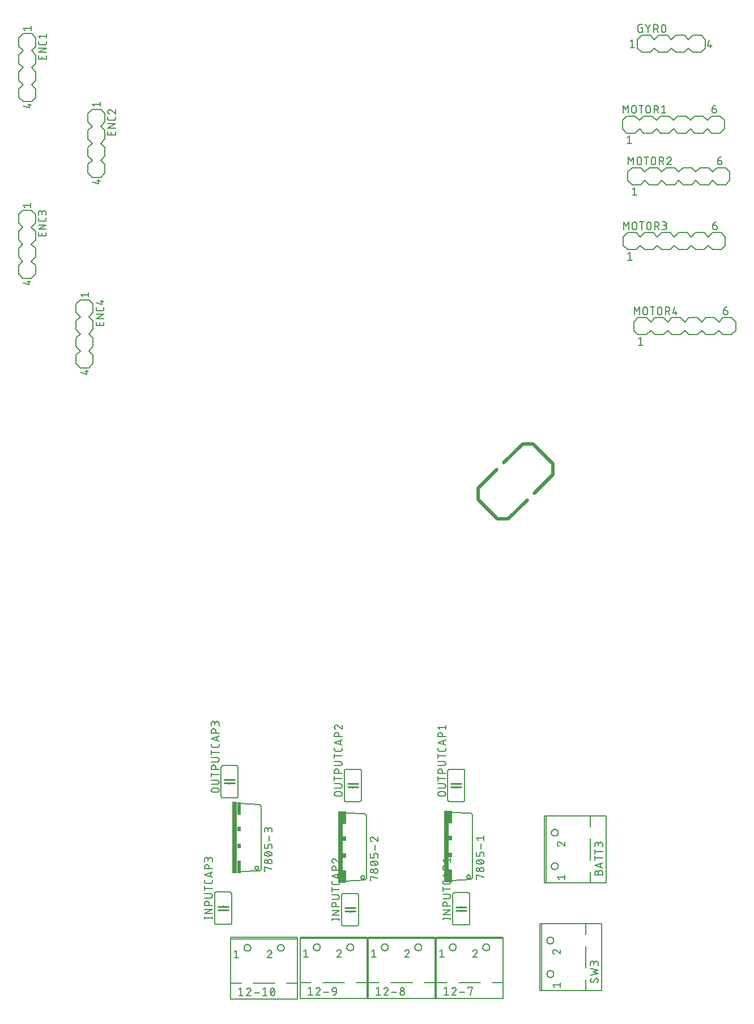
<source format=gbr>
G04 EAGLE Gerber RS-274X export*
G75*
%MOMM*%
%FSLAX34Y34*%
%LPD*%
%INSilkscreen Top*%
%IPPOS*%
%AMOC8*
5,1,8,0,0,1.08239X$1,22.5*%
G01*
%ADD10C,0.152400*%
%ADD11C,0.127000*%
%ADD12R,0.762000X10.668000*%
%ADD13R,0.508000X1.905000*%
%ADD14R,0.508000X0.762000*%
%ADD15C,0.508000*%
%ADD16C,0.254000*%


D10*
X810310Y174090D02*
X910130Y174090D01*
X910130Y264010D02*
X910130Y266040D01*
X810310Y266040D01*
X810310Y197970D02*
X810310Y174090D01*
X810310Y197970D02*
X826310Y197970D01*
X844090Y197970D02*
X876350Y197970D01*
X894130Y197970D02*
X910130Y197970D01*
X810310Y197970D02*
X810310Y264010D01*
X910130Y197970D02*
X910130Y174090D01*
X910130Y264010D02*
X810310Y264010D01*
X810310Y266040D01*
X910130Y264010D02*
X910130Y197970D01*
X830120Y250798D02*
X830122Y250940D01*
X830128Y251083D01*
X830138Y251225D01*
X830152Y251367D01*
X830170Y251508D01*
X830192Y251649D01*
X830218Y251789D01*
X830247Y251928D01*
X830281Y252067D01*
X830319Y252204D01*
X830360Y252341D01*
X830405Y252476D01*
X830454Y252610D01*
X830507Y252742D01*
X830563Y252873D01*
X830623Y253002D01*
X830687Y253130D01*
X830754Y253255D01*
X830825Y253379D01*
X830899Y253501D01*
X830976Y253620D01*
X831057Y253738D01*
X831141Y253853D01*
X831228Y253965D01*
X831319Y254075D01*
X831412Y254183D01*
X831509Y254288D01*
X831608Y254390D01*
X831710Y254489D01*
X831815Y254586D01*
X831923Y254679D01*
X832033Y254770D01*
X832145Y254857D01*
X832260Y254941D01*
X832378Y255022D01*
X832497Y255099D01*
X832619Y255173D01*
X832743Y255244D01*
X832868Y255311D01*
X832996Y255375D01*
X833125Y255435D01*
X833256Y255491D01*
X833388Y255544D01*
X833522Y255593D01*
X833657Y255638D01*
X833794Y255679D01*
X833931Y255717D01*
X834070Y255751D01*
X834209Y255780D01*
X834349Y255806D01*
X834490Y255828D01*
X834631Y255846D01*
X834773Y255860D01*
X834915Y255870D01*
X835058Y255876D01*
X835200Y255878D01*
X835342Y255876D01*
X835485Y255870D01*
X835627Y255860D01*
X835769Y255846D01*
X835910Y255828D01*
X836051Y255806D01*
X836191Y255780D01*
X836330Y255751D01*
X836469Y255717D01*
X836606Y255679D01*
X836743Y255638D01*
X836878Y255593D01*
X837012Y255544D01*
X837144Y255491D01*
X837275Y255435D01*
X837404Y255375D01*
X837532Y255311D01*
X837657Y255244D01*
X837781Y255173D01*
X837903Y255099D01*
X838022Y255022D01*
X838140Y254941D01*
X838255Y254857D01*
X838367Y254770D01*
X838477Y254679D01*
X838585Y254586D01*
X838690Y254489D01*
X838792Y254390D01*
X838891Y254288D01*
X838988Y254183D01*
X839081Y254075D01*
X839172Y253965D01*
X839259Y253853D01*
X839343Y253738D01*
X839424Y253620D01*
X839501Y253501D01*
X839575Y253379D01*
X839646Y253255D01*
X839713Y253130D01*
X839777Y253002D01*
X839837Y252873D01*
X839893Y252742D01*
X839946Y252610D01*
X839995Y252476D01*
X840040Y252341D01*
X840081Y252204D01*
X840119Y252067D01*
X840153Y251928D01*
X840182Y251789D01*
X840208Y251649D01*
X840230Y251508D01*
X840248Y251367D01*
X840262Y251225D01*
X840272Y251083D01*
X840278Y250940D01*
X840280Y250798D01*
X840278Y250656D01*
X840272Y250513D01*
X840262Y250371D01*
X840248Y250229D01*
X840230Y250088D01*
X840208Y249947D01*
X840182Y249807D01*
X840153Y249668D01*
X840119Y249529D01*
X840081Y249392D01*
X840040Y249255D01*
X839995Y249120D01*
X839946Y248986D01*
X839893Y248854D01*
X839837Y248723D01*
X839777Y248594D01*
X839713Y248466D01*
X839646Y248341D01*
X839575Y248217D01*
X839501Y248095D01*
X839424Y247976D01*
X839343Y247858D01*
X839259Y247743D01*
X839172Y247631D01*
X839081Y247521D01*
X838988Y247413D01*
X838891Y247308D01*
X838792Y247206D01*
X838690Y247107D01*
X838585Y247010D01*
X838477Y246917D01*
X838367Y246826D01*
X838255Y246739D01*
X838140Y246655D01*
X838022Y246574D01*
X837903Y246497D01*
X837781Y246423D01*
X837657Y246352D01*
X837532Y246285D01*
X837404Y246221D01*
X837275Y246161D01*
X837144Y246105D01*
X837012Y246052D01*
X836878Y246003D01*
X836743Y245958D01*
X836606Y245917D01*
X836469Y245879D01*
X836330Y245845D01*
X836191Y245816D01*
X836051Y245790D01*
X835910Y245768D01*
X835769Y245750D01*
X835627Y245736D01*
X835485Y245726D01*
X835342Y245720D01*
X835200Y245718D01*
X835058Y245720D01*
X834915Y245726D01*
X834773Y245736D01*
X834631Y245750D01*
X834490Y245768D01*
X834349Y245790D01*
X834209Y245816D01*
X834070Y245845D01*
X833931Y245879D01*
X833794Y245917D01*
X833657Y245958D01*
X833522Y246003D01*
X833388Y246052D01*
X833256Y246105D01*
X833125Y246161D01*
X832996Y246221D01*
X832868Y246285D01*
X832743Y246352D01*
X832619Y246423D01*
X832497Y246497D01*
X832378Y246574D01*
X832260Y246655D01*
X832145Y246739D01*
X832033Y246826D01*
X831923Y246917D01*
X831815Y247010D01*
X831710Y247107D01*
X831608Y247206D01*
X831509Y247308D01*
X831412Y247413D01*
X831319Y247521D01*
X831228Y247631D01*
X831141Y247743D01*
X831057Y247858D01*
X830976Y247976D01*
X830899Y248095D01*
X830825Y248217D01*
X830754Y248341D01*
X830687Y248466D01*
X830623Y248594D01*
X830563Y248723D01*
X830507Y248854D01*
X830454Y248986D01*
X830405Y249120D01*
X830360Y249255D01*
X830319Y249392D01*
X830281Y249529D01*
X830247Y249668D01*
X830218Y249807D01*
X830192Y249947D01*
X830170Y250088D01*
X830152Y250229D01*
X830138Y250371D01*
X830128Y250513D01*
X830122Y250656D01*
X830120Y250798D01*
X880158Y250798D02*
X880160Y250940D01*
X880166Y251083D01*
X880176Y251225D01*
X880190Y251367D01*
X880208Y251508D01*
X880230Y251649D01*
X880256Y251789D01*
X880285Y251928D01*
X880319Y252067D01*
X880357Y252204D01*
X880398Y252341D01*
X880443Y252476D01*
X880492Y252610D01*
X880545Y252742D01*
X880601Y252873D01*
X880661Y253002D01*
X880725Y253130D01*
X880792Y253255D01*
X880863Y253379D01*
X880937Y253501D01*
X881014Y253620D01*
X881095Y253738D01*
X881179Y253853D01*
X881266Y253965D01*
X881357Y254075D01*
X881450Y254183D01*
X881547Y254288D01*
X881646Y254390D01*
X881748Y254489D01*
X881853Y254586D01*
X881961Y254679D01*
X882071Y254770D01*
X882183Y254857D01*
X882298Y254941D01*
X882416Y255022D01*
X882535Y255099D01*
X882657Y255173D01*
X882781Y255244D01*
X882906Y255311D01*
X883034Y255375D01*
X883163Y255435D01*
X883294Y255491D01*
X883426Y255544D01*
X883560Y255593D01*
X883695Y255638D01*
X883832Y255679D01*
X883969Y255717D01*
X884108Y255751D01*
X884247Y255780D01*
X884387Y255806D01*
X884528Y255828D01*
X884669Y255846D01*
X884811Y255860D01*
X884953Y255870D01*
X885096Y255876D01*
X885238Y255878D01*
X885380Y255876D01*
X885523Y255870D01*
X885665Y255860D01*
X885807Y255846D01*
X885948Y255828D01*
X886089Y255806D01*
X886229Y255780D01*
X886368Y255751D01*
X886507Y255717D01*
X886644Y255679D01*
X886781Y255638D01*
X886916Y255593D01*
X887050Y255544D01*
X887182Y255491D01*
X887313Y255435D01*
X887442Y255375D01*
X887570Y255311D01*
X887695Y255244D01*
X887819Y255173D01*
X887941Y255099D01*
X888060Y255022D01*
X888178Y254941D01*
X888293Y254857D01*
X888405Y254770D01*
X888515Y254679D01*
X888623Y254586D01*
X888728Y254489D01*
X888830Y254390D01*
X888929Y254288D01*
X889026Y254183D01*
X889119Y254075D01*
X889210Y253965D01*
X889297Y253853D01*
X889381Y253738D01*
X889462Y253620D01*
X889539Y253501D01*
X889613Y253379D01*
X889684Y253255D01*
X889751Y253130D01*
X889815Y253002D01*
X889875Y252873D01*
X889931Y252742D01*
X889984Y252610D01*
X890033Y252476D01*
X890078Y252341D01*
X890119Y252204D01*
X890157Y252067D01*
X890191Y251928D01*
X890220Y251789D01*
X890246Y251649D01*
X890268Y251508D01*
X890286Y251367D01*
X890300Y251225D01*
X890310Y251083D01*
X890316Y250940D01*
X890318Y250798D01*
X890316Y250656D01*
X890310Y250513D01*
X890300Y250371D01*
X890286Y250229D01*
X890268Y250088D01*
X890246Y249947D01*
X890220Y249807D01*
X890191Y249668D01*
X890157Y249529D01*
X890119Y249392D01*
X890078Y249255D01*
X890033Y249120D01*
X889984Y248986D01*
X889931Y248854D01*
X889875Y248723D01*
X889815Y248594D01*
X889751Y248466D01*
X889684Y248341D01*
X889613Y248217D01*
X889539Y248095D01*
X889462Y247976D01*
X889381Y247858D01*
X889297Y247743D01*
X889210Y247631D01*
X889119Y247521D01*
X889026Y247413D01*
X888929Y247308D01*
X888830Y247206D01*
X888728Y247107D01*
X888623Y247010D01*
X888515Y246917D01*
X888405Y246826D01*
X888293Y246739D01*
X888178Y246655D01*
X888060Y246574D01*
X887941Y246497D01*
X887819Y246423D01*
X887695Y246352D01*
X887570Y246285D01*
X887442Y246221D01*
X887313Y246161D01*
X887182Y246105D01*
X887050Y246052D01*
X886916Y246003D01*
X886781Y245958D01*
X886644Y245917D01*
X886507Y245879D01*
X886368Y245845D01*
X886229Y245816D01*
X886089Y245790D01*
X885948Y245768D01*
X885807Y245750D01*
X885665Y245736D01*
X885523Y245726D01*
X885380Y245720D01*
X885238Y245718D01*
X885096Y245720D01*
X884953Y245726D01*
X884811Y245736D01*
X884669Y245750D01*
X884528Y245768D01*
X884387Y245790D01*
X884247Y245816D01*
X884108Y245845D01*
X883969Y245879D01*
X883832Y245917D01*
X883695Y245958D01*
X883560Y246003D01*
X883426Y246052D01*
X883294Y246105D01*
X883163Y246161D01*
X883034Y246221D01*
X882906Y246285D01*
X882781Y246352D01*
X882657Y246423D01*
X882535Y246497D01*
X882416Y246574D01*
X882298Y246655D01*
X882183Y246739D01*
X882071Y246826D01*
X881961Y246917D01*
X881853Y247010D01*
X881748Y247107D01*
X881646Y247206D01*
X881547Y247308D01*
X881450Y247413D01*
X881357Y247521D01*
X881266Y247631D01*
X881179Y247743D01*
X881095Y247858D01*
X881014Y247976D01*
X880937Y248095D01*
X880863Y248217D01*
X880792Y248341D01*
X880725Y248466D01*
X880661Y248594D01*
X880601Y248723D01*
X880545Y248854D01*
X880492Y248986D01*
X880443Y249120D01*
X880398Y249255D01*
X880357Y249392D01*
X880319Y249529D01*
X880285Y249668D01*
X880256Y249807D01*
X880230Y249947D01*
X880208Y250088D01*
X880190Y250229D01*
X880176Y250371D01*
X880166Y250513D01*
X880160Y250656D01*
X880158Y250798D01*
D11*
X818690Y247115D02*
X815515Y244575D01*
X818690Y247115D02*
X818690Y235685D01*
X815515Y235685D02*
X821865Y235685D01*
X868538Y247116D02*
X868642Y247114D01*
X868747Y247108D01*
X868851Y247099D01*
X868954Y247086D01*
X869057Y247068D01*
X869159Y247048D01*
X869261Y247023D01*
X869361Y246995D01*
X869461Y246963D01*
X869559Y246927D01*
X869656Y246888D01*
X869751Y246846D01*
X869845Y246800D01*
X869937Y246750D01*
X870027Y246698D01*
X870115Y246642D01*
X870201Y246582D01*
X870285Y246520D01*
X870366Y246455D01*
X870445Y246387D01*
X870522Y246315D01*
X870595Y246242D01*
X870667Y246165D01*
X870735Y246086D01*
X870800Y246005D01*
X870862Y245921D01*
X870922Y245835D01*
X870978Y245747D01*
X871030Y245657D01*
X871080Y245565D01*
X871126Y245471D01*
X871168Y245376D01*
X871207Y245279D01*
X871243Y245181D01*
X871275Y245081D01*
X871303Y244981D01*
X871328Y244879D01*
X871348Y244777D01*
X871366Y244674D01*
X871379Y244571D01*
X871388Y244467D01*
X871394Y244362D01*
X871396Y244258D01*
X868538Y247115D02*
X868420Y247113D01*
X868301Y247107D01*
X868183Y247098D01*
X868066Y247085D01*
X867949Y247067D01*
X867832Y247047D01*
X867716Y247022D01*
X867601Y246994D01*
X867488Y246961D01*
X867375Y246926D01*
X867263Y246886D01*
X867153Y246844D01*
X867044Y246797D01*
X866936Y246747D01*
X866831Y246694D01*
X866727Y246637D01*
X866625Y246577D01*
X866525Y246514D01*
X866427Y246447D01*
X866331Y246378D01*
X866238Y246305D01*
X866147Y246229D01*
X866058Y246151D01*
X865972Y246069D01*
X865889Y245985D01*
X865808Y245899D01*
X865731Y245809D01*
X865656Y245718D01*
X865584Y245624D01*
X865515Y245527D01*
X865450Y245429D01*
X865387Y245328D01*
X865328Y245225D01*
X865272Y245121D01*
X865220Y245015D01*
X865171Y244907D01*
X865126Y244798D01*
X865084Y244687D01*
X865046Y244575D01*
X870443Y242036D02*
X870519Y242111D01*
X870594Y242190D01*
X870665Y242271D01*
X870734Y242355D01*
X870799Y242441D01*
X870861Y242529D01*
X870921Y242619D01*
X870977Y242711D01*
X871030Y242806D01*
X871079Y242902D01*
X871125Y243000D01*
X871168Y243099D01*
X871207Y243200D01*
X871242Y243302D01*
X871274Y243405D01*
X871302Y243509D01*
X871327Y243614D01*
X871348Y243721D01*
X871365Y243827D01*
X871378Y243934D01*
X871387Y244042D01*
X871393Y244150D01*
X871395Y244258D01*
X870443Y242035D02*
X865045Y235685D01*
X871395Y235685D01*
X825548Y190727D02*
X822373Y188187D01*
X825548Y190727D02*
X825548Y179297D01*
X822373Y179297D02*
X828723Y179297D01*
X840154Y187870D02*
X840152Y187974D01*
X840146Y188079D01*
X840137Y188183D01*
X840124Y188286D01*
X840106Y188389D01*
X840086Y188491D01*
X840061Y188593D01*
X840033Y188693D01*
X840001Y188793D01*
X839965Y188891D01*
X839926Y188988D01*
X839884Y189083D01*
X839838Y189177D01*
X839788Y189269D01*
X839736Y189359D01*
X839680Y189447D01*
X839620Y189533D01*
X839558Y189617D01*
X839493Y189698D01*
X839425Y189777D01*
X839353Y189854D01*
X839280Y189927D01*
X839203Y189999D01*
X839124Y190067D01*
X839043Y190132D01*
X838959Y190194D01*
X838873Y190254D01*
X838785Y190310D01*
X838695Y190362D01*
X838603Y190412D01*
X838509Y190458D01*
X838414Y190500D01*
X838317Y190539D01*
X838219Y190575D01*
X838119Y190607D01*
X838019Y190635D01*
X837917Y190660D01*
X837815Y190680D01*
X837712Y190698D01*
X837609Y190711D01*
X837505Y190720D01*
X837400Y190726D01*
X837296Y190728D01*
X837296Y190727D02*
X837178Y190725D01*
X837059Y190719D01*
X836941Y190710D01*
X836824Y190697D01*
X836707Y190679D01*
X836590Y190659D01*
X836474Y190634D01*
X836359Y190606D01*
X836246Y190573D01*
X836133Y190538D01*
X836021Y190498D01*
X835911Y190456D01*
X835802Y190409D01*
X835694Y190359D01*
X835589Y190306D01*
X835485Y190249D01*
X835383Y190189D01*
X835283Y190126D01*
X835185Y190059D01*
X835089Y189990D01*
X834996Y189917D01*
X834905Y189841D01*
X834816Y189763D01*
X834730Y189681D01*
X834647Y189597D01*
X834566Y189511D01*
X834489Y189421D01*
X834414Y189330D01*
X834342Y189236D01*
X834273Y189139D01*
X834208Y189041D01*
X834145Y188940D01*
X834086Y188837D01*
X834030Y188733D01*
X833978Y188627D01*
X833929Y188519D01*
X833884Y188410D01*
X833842Y188299D01*
X833804Y188187D01*
X839201Y185648D02*
X839277Y185723D01*
X839352Y185802D01*
X839423Y185883D01*
X839492Y185967D01*
X839557Y186053D01*
X839619Y186141D01*
X839679Y186231D01*
X839735Y186323D01*
X839788Y186418D01*
X839837Y186514D01*
X839883Y186612D01*
X839926Y186711D01*
X839965Y186812D01*
X840000Y186914D01*
X840032Y187017D01*
X840060Y187121D01*
X840085Y187226D01*
X840106Y187333D01*
X840123Y187439D01*
X840136Y187546D01*
X840145Y187654D01*
X840151Y187762D01*
X840153Y187870D01*
X839201Y185647D02*
X833803Y179297D01*
X840153Y179297D01*
X845360Y183742D02*
X852980Y183742D01*
X858187Y188187D02*
X861362Y190727D01*
X861362Y179297D01*
X858187Y179297D02*
X864537Y179297D01*
X869617Y185012D02*
X869620Y185237D01*
X869628Y185462D01*
X869641Y185686D01*
X869660Y185910D01*
X869684Y186134D01*
X869713Y186357D01*
X869748Y186579D01*
X869788Y186800D01*
X869834Y187020D01*
X869884Y187239D01*
X869940Y187457D01*
X870001Y187674D01*
X870067Y187889D01*
X870138Y188102D01*
X870215Y188313D01*
X870296Y188523D01*
X870382Y188731D01*
X870473Y188936D01*
X870569Y189139D01*
X870569Y189140D02*
X870601Y189228D01*
X870637Y189315D01*
X870676Y189401D01*
X870719Y189485D01*
X870765Y189567D01*
X870814Y189647D01*
X870866Y189725D01*
X870922Y189801D01*
X870980Y189875D01*
X871042Y189946D01*
X871106Y190015D01*
X871173Y190081D01*
X871242Y190144D01*
X871314Y190205D01*
X871388Y190263D01*
X871465Y190317D01*
X871543Y190369D01*
X871624Y190417D01*
X871706Y190462D01*
X871791Y190504D01*
X871877Y190542D01*
X871964Y190577D01*
X872052Y190609D01*
X872142Y190636D01*
X872233Y190661D01*
X872325Y190681D01*
X872417Y190698D01*
X872511Y190711D01*
X872604Y190720D01*
X872698Y190726D01*
X872792Y190728D01*
X872886Y190726D01*
X872980Y190720D01*
X873073Y190711D01*
X873167Y190698D01*
X873259Y190681D01*
X873351Y190661D01*
X873442Y190636D01*
X873532Y190609D01*
X873620Y190577D01*
X873707Y190542D01*
X873793Y190504D01*
X873878Y190462D01*
X873960Y190417D01*
X874041Y190369D01*
X874119Y190317D01*
X874196Y190263D01*
X874270Y190205D01*
X874342Y190144D01*
X874411Y190081D01*
X874478Y190015D01*
X874542Y189946D01*
X874604Y189875D01*
X874662Y189801D01*
X874718Y189725D01*
X874770Y189647D01*
X874819Y189567D01*
X874865Y189485D01*
X874908Y189401D01*
X874947Y189315D01*
X874983Y189228D01*
X875015Y189140D01*
X875015Y189139D02*
X875111Y188936D01*
X875202Y188731D01*
X875288Y188523D01*
X875369Y188313D01*
X875446Y188102D01*
X875517Y187889D01*
X875583Y187674D01*
X875644Y187457D01*
X875700Y187239D01*
X875750Y187020D01*
X875796Y186800D01*
X875836Y186579D01*
X875871Y186357D01*
X875900Y186134D01*
X875924Y185910D01*
X875943Y185686D01*
X875956Y185462D01*
X875964Y185237D01*
X875967Y185012D01*
X869617Y185012D02*
X869620Y184787D01*
X869628Y184562D01*
X869641Y184338D01*
X869660Y184114D01*
X869684Y183890D01*
X869713Y183667D01*
X869748Y183445D01*
X869788Y183224D01*
X869834Y183004D01*
X869884Y182785D01*
X869940Y182567D01*
X870001Y182350D01*
X870067Y182135D01*
X870138Y181922D01*
X870215Y181711D01*
X870296Y181501D01*
X870382Y181293D01*
X870473Y181088D01*
X870569Y180885D01*
X870601Y180797D01*
X870637Y180710D01*
X870676Y180624D01*
X870719Y180540D01*
X870765Y180458D01*
X870814Y180378D01*
X870866Y180300D01*
X870922Y180224D01*
X870980Y180150D01*
X871042Y180079D01*
X871106Y180010D01*
X871173Y179944D01*
X871242Y179881D01*
X871314Y179820D01*
X871388Y179762D01*
X871465Y179708D01*
X871543Y179656D01*
X871624Y179608D01*
X871706Y179563D01*
X871791Y179521D01*
X871877Y179483D01*
X871964Y179448D01*
X872052Y179416D01*
X872142Y179389D01*
X872233Y179364D01*
X872325Y179344D01*
X872417Y179327D01*
X872511Y179314D01*
X872604Y179305D01*
X872698Y179299D01*
X872792Y179297D01*
X875015Y180885D02*
X875111Y181088D01*
X875202Y181293D01*
X875288Y181501D01*
X875369Y181711D01*
X875446Y181922D01*
X875517Y182135D01*
X875583Y182350D01*
X875644Y182567D01*
X875700Y182785D01*
X875750Y183004D01*
X875796Y183224D01*
X875836Y183445D01*
X875871Y183667D01*
X875900Y183890D01*
X875924Y184114D01*
X875943Y184338D01*
X875956Y184562D01*
X875964Y184787D01*
X875967Y185012D01*
X875015Y180885D02*
X874983Y180797D01*
X874947Y180710D01*
X874908Y180624D01*
X874865Y180540D01*
X874819Y180458D01*
X874770Y180378D01*
X874718Y180300D01*
X874662Y180224D01*
X874604Y180150D01*
X874542Y180079D01*
X874478Y180010D01*
X874411Y179944D01*
X874342Y179881D01*
X874270Y179820D01*
X874196Y179762D01*
X874119Y179708D01*
X874041Y179656D01*
X873960Y179608D01*
X873878Y179563D01*
X873793Y179521D01*
X873707Y179483D01*
X873620Y179448D01*
X873532Y179416D01*
X873442Y179389D01*
X873351Y179364D01*
X873259Y179344D01*
X873167Y179327D01*
X873073Y179314D01*
X872980Y179305D01*
X872886Y179299D01*
X872792Y179297D01*
X870252Y181837D02*
X875332Y188187D01*
D10*
X1117210Y174890D02*
X1217030Y174890D01*
X1217030Y264810D02*
X1217030Y266840D01*
X1117210Y266840D01*
X1117210Y198770D02*
X1117210Y174890D01*
X1117210Y198770D02*
X1133210Y198770D01*
X1150990Y198770D02*
X1183250Y198770D01*
X1201030Y198770D02*
X1217030Y198770D01*
X1117210Y198770D02*
X1117210Y264810D01*
X1217030Y198770D02*
X1217030Y174890D01*
X1217030Y264810D02*
X1117210Y264810D01*
X1117210Y266840D01*
X1217030Y264810D02*
X1217030Y198770D01*
X1137020Y251598D02*
X1137022Y251740D01*
X1137028Y251883D01*
X1137038Y252025D01*
X1137052Y252167D01*
X1137070Y252308D01*
X1137092Y252449D01*
X1137118Y252589D01*
X1137147Y252728D01*
X1137181Y252867D01*
X1137219Y253004D01*
X1137260Y253141D01*
X1137305Y253276D01*
X1137354Y253410D01*
X1137407Y253542D01*
X1137463Y253673D01*
X1137523Y253802D01*
X1137587Y253930D01*
X1137654Y254055D01*
X1137725Y254179D01*
X1137799Y254301D01*
X1137876Y254420D01*
X1137957Y254538D01*
X1138041Y254653D01*
X1138128Y254765D01*
X1138219Y254875D01*
X1138312Y254983D01*
X1138409Y255088D01*
X1138508Y255190D01*
X1138610Y255289D01*
X1138715Y255386D01*
X1138823Y255479D01*
X1138933Y255570D01*
X1139045Y255657D01*
X1139160Y255741D01*
X1139278Y255822D01*
X1139397Y255899D01*
X1139519Y255973D01*
X1139643Y256044D01*
X1139768Y256111D01*
X1139896Y256175D01*
X1140025Y256235D01*
X1140156Y256291D01*
X1140288Y256344D01*
X1140422Y256393D01*
X1140557Y256438D01*
X1140694Y256479D01*
X1140831Y256517D01*
X1140970Y256551D01*
X1141109Y256580D01*
X1141249Y256606D01*
X1141390Y256628D01*
X1141531Y256646D01*
X1141673Y256660D01*
X1141815Y256670D01*
X1141958Y256676D01*
X1142100Y256678D01*
X1142242Y256676D01*
X1142385Y256670D01*
X1142527Y256660D01*
X1142669Y256646D01*
X1142810Y256628D01*
X1142951Y256606D01*
X1143091Y256580D01*
X1143230Y256551D01*
X1143369Y256517D01*
X1143506Y256479D01*
X1143643Y256438D01*
X1143778Y256393D01*
X1143912Y256344D01*
X1144044Y256291D01*
X1144175Y256235D01*
X1144304Y256175D01*
X1144432Y256111D01*
X1144557Y256044D01*
X1144681Y255973D01*
X1144803Y255899D01*
X1144922Y255822D01*
X1145040Y255741D01*
X1145155Y255657D01*
X1145267Y255570D01*
X1145377Y255479D01*
X1145485Y255386D01*
X1145590Y255289D01*
X1145692Y255190D01*
X1145791Y255088D01*
X1145888Y254983D01*
X1145981Y254875D01*
X1146072Y254765D01*
X1146159Y254653D01*
X1146243Y254538D01*
X1146324Y254420D01*
X1146401Y254301D01*
X1146475Y254179D01*
X1146546Y254055D01*
X1146613Y253930D01*
X1146677Y253802D01*
X1146737Y253673D01*
X1146793Y253542D01*
X1146846Y253410D01*
X1146895Y253276D01*
X1146940Y253141D01*
X1146981Y253004D01*
X1147019Y252867D01*
X1147053Y252728D01*
X1147082Y252589D01*
X1147108Y252449D01*
X1147130Y252308D01*
X1147148Y252167D01*
X1147162Y252025D01*
X1147172Y251883D01*
X1147178Y251740D01*
X1147180Y251598D01*
X1147178Y251456D01*
X1147172Y251313D01*
X1147162Y251171D01*
X1147148Y251029D01*
X1147130Y250888D01*
X1147108Y250747D01*
X1147082Y250607D01*
X1147053Y250468D01*
X1147019Y250329D01*
X1146981Y250192D01*
X1146940Y250055D01*
X1146895Y249920D01*
X1146846Y249786D01*
X1146793Y249654D01*
X1146737Y249523D01*
X1146677Y249394D01*
X1146613Y249266D01*
X1146546Y249141D01*
X1146475Y249017D01*
X1146401Y248895D01*
X1146324Y248776D01*
X1146243Y248658D01*
X1146159Y248543D01*
X1146072Y248431D01*
X1145981Y248321D01*
X1145888Y248213D01*
X1145791Y248108D01*
X1145692Y248006D01*
X1145590Y247907D01*
X1145485Y247810D01*
X1145377Y247717D01*
X1145267Y247626D01*
X1145155Y247539D01*
X1145040Y247455D01*
X1144922Y247374D01*
X1144803Y247297D01*
X1144681Y247223D01*
X1144557Y247152D01*
X1144432Y247085D01*
X1144304Y247021D01*
X1144175Y246961D01*
X1144044Y246905D01*
X1143912Y246852D01*
X1143778Y246803D01*
X1143643Y246758D01*
X1143506Y246717D01*
X1143369Y246679D01*
X1143230Y246645D01*
X1143091Y246616D01*
X1142951Y246590D01*
X1142810Y246568D01*
X1142669Y246550D01*
X1142527Y246536D01*
X1142385Y246526D01*
X1142242Y246520D01*
X1142100Y246518D01*
X1141958Y246520D01*
X1141815Y246526D01*
X1141673Y246536D01*
X1141531Y246550D01*
X1141390Y246568D01*
X1141249Y246590D01*
X1141109Y246616D01*
X1140970Y246645D01*
X1140831Y246679D01*
X1140694Y246717D01*
X1140557Y246758D01*
X1140422Y246803D01*
X1140288Y246852D01*
X1140156Y246905D01*
X1140025Y246961D01*
X1139896Y247021D01*
X1139768Y247085D01*
X1139643Y247152D01*
X1139519Y247223D01*
X1139397Y247297D01*
X1139278Y247374D01*
X1139160Y247455D01*
X1139045Y247539D01*
X1138933Y247626D01*
X1138823Y247717D01*
X1138715Y247810D01*
X1138610Y247907D01*
X1138508Y248006D01*
X1138409Y248108D01*
X1138312Y248213D01*
X1138219Y248321D01*
X1138128Y248431D01*
X1138041Y248543D01*
X1137957Y248658D01*
X1137876Y248776D01*
X1137799Y248895D01*
X1137725Y249017D01*
X1137654Y249141D01*
X1137587Y249266D01*
X1137523Y249394D01*
X1137463Y249523D01*
X1137407Y249654D01*
X1137354Y249786D01*
X1137305Y249920D01*
X1137260Y250055D01*
X1137219Y250192D01*
X1137181Y250329D01*
X1137147Y250468D01*
X1137118Y250607D01*
X1137092Y250747D01*
X1137070Y250888D01*
X1137052Y251029D01*
X1137038Y251171D01*
X1137028Y251313D01*
X1137022Y251456D01*
X1137020Y251598D01*
X1187058Y251598D02*
X1187060Y251740D01*
X1187066Y251883D01*
X1187076Y252025D01*
X1187090Y252167D01*
X1187108Y252308D01*
X1187130Y252449D01*
X1187156Y252589D01*
X1187185Y252728D01*
X1187219Y252867D01*
X1187257Y253004D01*
X1187298Y253141D01*
X1187343Y253276D01*
X1187392Y253410D01*
X1187445Y253542D01*
X1187501Y253673D01*
X1187561Y253802D01*
X1187625Y253930D01*
X1187692Y254055D01*
X1187763Y254179D01*
X1187837Y254301D01*
X1187914Y254420D01*
X1187995Y254538D01*
X1188079Y254653D01*
X1188166Y254765D01*
X1188257Y254875D01*
X1188350Y254983D01*
X1188447Y255088D01*
X1188546Y255190D01*
X1188648Y255289D01*
X1188753Y255386D01*
X1188861Y255479D01*
X1188971Y255570D01*
X1189083Y255657D01*
X1189198Y255741D01*
X1189316Y255822D01*
X1189435Y255899D01*
X1189557Y255973D01*
X1189681Y256044D01*
X1189806Y256111D01*
X1189934Y256175D01*
X1190063Y256235D01*
X1190194Y256291D01*
X1190326Y256344D01*
X1190460Y256393D01*
X1190595Y256438D01*
X1190732Y256479D01*
X1190869Y256517D01*
X1191008Y256551D01*
X1191147Y256580D01*
X1191287Y256606D01*
X1191428Y256628D01*
X1191569Y256646D01*
X1191711Y256660D01*
X1191853Y256670D01*
X1191996Y256676D01*
X1192138Y256678D01*
X1192280Y256676D01*
X1192423Y256670D01*
X1192565Y256660D01*
X1192707Y256646D01*
X1192848Y256628D01*
X1192989Y256606D01*
X1193129Y256580D01*
X1193268Y256551D01*
X1193407Y256517D01*
X1193544Y256479D01*
X1193681Y256438D01*
X1193816Y256393D01*
X1193950Y256344D01*
X1194082Y256291D01*
X1194213Y256235D01*
X1194342Y256175D01*
X1194470Y256111D01*
X1194595Y256044D01*
X1194719Y255973D01*
X1194841Y255899D01*
X1194960Y255822D01*
X1195078Y255741D01*
X1195193Y255657D01*
X1195305Y255570D01*
X1195415Y255479D01*
X1195523Y255386D01*
X1195628Y255289D01*
X1195730Y255190D01*
X1195829Y255088D01*
X1195926Y254983D01*
X1196019Y254875D01*
X1196110Y254765D01*
X1196197Y254653D01*
X1196281Y254538D01*
X1196362Y254420D01*
X1196439Y254301D01*
X1196513Y254179D01*
X1196584Y254055D01*
X1196651Y253930D01*
X1196715Y253802D01*
X1196775Y253673D01*
X1196831Y253542D01*
X1196884Y253410D01*
X1196933Y253276D01*
X1196978Y253141D01*
X1197019Y253004D01*
X1197057Y252867D01*
X1197091Y252728D01*
X1197120Y252589D01*
X1197146Y252449D01*
X1197168Y252308D01*
X1197186Y252167D01*
X1197200Y252025D01*
X1197210Y251883D01*
X1197216Y251740D01*
X1197218Y251598D01*
X1197216Y251456D01*
X1197210Y251313D01*
X1197200Y251171D01*
X1197186Y251029D01*
X1197168Y250888D01*
X1197146Y250747D01*
X1197120Y250607D01*
X1197091Y250468D01*
X1197057Y250329D01*
X1197019Y250192D01*
X1196978Y250055D01*
X1196933Y249920D01*
X1196884Y249786D01*
X1196831Y249654D01*
X1196775Y249523D01*
X1196715Y249394D01*
X1196651Y249266D01*
X1196584Y249141D01*
X1196513Y249017D01*
X1196439Y248895D01*
X1196362Y248776D01*
X1196281Y248658D01*
X1196197Y248543D01*
X1196110Y248431D01*
X1196019Y248321D01*
X1195926Y248213D01*
X1195829Y248108D01*
X1195730Y248006D01*
X1195628Y247907D01*
X1195523Y247810D01*
X1195415Y247717D01*
X1195305Y247626D01*
X1195193Y247539D01*
X1195078Y247455D01*
X1194960Y247374D01*
X1194841Y247297D01*
X1194719Y247223D01*
X1194595Y247152D01*
X1194470Y247085D01*
X1194342Y247021D01*
X1194213Y246961D01*
X1194082Y246905D01*
X1193950Y246852D01*
X1193816Y246803D01*
X1193681Y246758D01*
X1193544Y246717D01*
X1193407Y246679D01*
X1193268Y246645D01*
X1193129Y246616D01*
X1192989Y246590D01*
X1192848Y246568D01*
X1192707Y246550D01*
X1192565Y246536D01*
X1192423Y246526D01*
X1192280Y246520D01*
X1192138Y246518D01*
X1191996Y246520D01*
X1191853Y246526D01*
X1191711Y246536D01*
X1191569Y246550D01*
X1191428Y246568D01*
X1191287Y246590D01*
X1191147Y246616D01*
X1191008Y246645D01*
X1190869Y246679D01*
X1190732Y246717D01*
X1190595Y246758D01*
X1190460Y246803D01*
X1190326Y246852D01*
X1190194Y246905D01*
X1190063Y246961D01*
X1189934Y247021D01*
X1189806Y247085D01*
X1189681Y247152D01*
X1189557Y247223D01*
X1189435Y247297D01*
X1189316Y247374D01*
X1189198Y247455D01*
X1189083Y247539D01*
X1188971Y247626D01*
X1188861Y247717D01*
X1188753Y247810D01*
X1188648Y247907D01*
X1188546Y248006D01*
X1188447Y248108D01*
X1188350Y248213D01*
X1188257Y248321D01*
X1188166Y248431D01*
X1188079Y248543D01*
X1187995Y248658D01*
X1187914Y248776D01*
X1187837Y248895D01*
X1187763Y249017D01*
X1187692Y249141D01*
X1187625Y249266D01*
X1187561Y249394D01*
X1187501Y249523D01*
X1187445Y249654D01*
X1187392Y249786D01*
X1187343Y249920D01*
X1187298Y250055D01*
X1187257Y250192D01*
X1187219Y250329D01*
X1187185Y250468D01*
X1187156Y250607D01*
X1187130Y250747D01*
X1187108Y250888D01*
X1187090Y251029D01*
X1187076Y251171D01*
X1187066Y251313D01*
X1187060Y251456D01*
X1187058Y251598D01*
D11*
X1125590Y247915D02*
X1122415Y245375D01*
X1125590Y247915D02*
X1125590Y236485D01*
X1122415Y236485D02*
X1128765Y236485D01*
X1175438Y247916D02*
X1175542Y247914D01*
X1175647Y247908D01*
X1175751Y247899D01*
X1175854Y247886D01*
X1175957Y247868D01*
X1176059Y247848D01*
X1176161Y247823D01*
X1176261Y247795D01*
X1176361Y247763D01*
X1176459Y247727D01*
X1176556Y247688D01*
X1176651Y247646D01*
X1176745Y247600D01*
X1176837Y247550D01*
X1176927Y247498D01*
X1177015Y247442D01*
X1177101Y247382D01*
X1177185Y247320D01*
X1177266Y247255D01*
X1177345Y247187D01*
X1177422Y247115D01*
X1177495Y247042D01*
X1177567Y246965D01*
X1177635Y246886D01*
X1177700Y246805D01*
X1177762Y246721D01*
X1177822Y246635D01*
X1177878Y246547D01*
X1177930Y246457D01*
X1177980Y246365D01*
X1178026Y246271D01*
X1178068Y246176D01*
X1178107Y246079D01*
X1178143Y245981D01*
X1178175Y245881D01*
X1178203Y245781D01*
X1178228Y245679D01*
X1178248Y245577D01*
X1178266Y245474D01*
X1178279Y245371D01*
X1178288Y245267D01*
X1178294Y245162D01*
X1178296Y245058D01*
X1175438Y247915D02*
X1175320Y247913D01*
X1175201Y247907D01*
X1175083Y247898D01*
X1174966Y247885D01*
X1174849Y247867D01*
X1174732Y247847D01*
X1174616Y247822D01*
X1174501Y247794D01*
X1174388Y247761D01*
X1174275Y247726D01*
X1174163Y247686D01*
X1174053Y247644D01*
X1173944Y247597D01*
X1173836Y247547D01*
X1173731Y247494D01*
X1173627Y247437D01*
X1173525Y247377D01*
X1173425Y247314D01*
X1173327Y247247D01*
X1173231Y247178D01*
X1173138Y247105D01*
X1173047Y247029D01*
X1172958Y246951D01*
X1172872Y246869D01*
X1172789Y246785D01*
X1172708Y246699D01*
X1172631Y246609D01*
X1172556Y246518D01*
X1172484Y246424D01*
X1172415Y246327D01*
X1172350Y246229D01*
X1172287Y246128D01*
X1172228Y246025D01*
X1172172Y245921D01*
X1172120Y245815D01*
X1172071Y245707D01*
X1172026Y245598D01*
X1171984Y245487D01*
X1171946Y245375D01*
X1177343Y242836D02*
X1177419Y242911D01*
X1177494Y242990D01*
X1177565Y243071D01*
X1177634Y243155D01*
X1177699Y243241D01*
X1177761Y243329D01*
X1177821Y243419D01*
X1177877Y243511D01*
X1177930Y243606D01*
X1177979Y243702D01*
X1178025Y243800D01*
X1178068Y243899D01*
X1178107Y244000D01*
X1178142Y244102D01*
X1178174Y244205D01*
X1178202Y244309D01*
X1178227Y244414D01*
X1178248Y244521D01*
X1178265Y244627D01*
X1178278Y244734D01*
X1178287Y244842D01*
X1178293Y244950D01*
X1178295Y245058D01*
X1177343Y242835D02*
X1171945Y236485D01*
X1178295Y236485D01*
X1132448Y191527D02*
X1129273Y188987D01*
X1132448Y191527D02*
X1132448Y180097D01*
X1129273Y180097D02*
X1135623Y180097D01*
X1147054Y188670D02*
X1147052Y188774D01*
X1147046Y188879D01*
X1147037Y188983D01*
X1147024Y189086D01*
X1147006Y189189D01*
X1146986Y189291D01*
X1146961Y189393D01*
X1146933Y189493D01*
X1146901Y189593D01*
X1146865Y189691D01*
X1146826Y189788D01*
X1146784Y189883D01*
X1146738Y189977D01*
X1146688Y190069D01*
X1146636Y190159D01*
X1146580Y190247D01*
X1146520Y190333D01*
X1146458Y190417D01*
X1146393Y190498D01*
X1146325Y190577D01*
X1146253Y190654D01*
X1146180Y190727D01*
X1146103Y190799D01*
X1146024Y190867D01*
X1145943Y190932D01*
X1145859Y190994D01*
X1145773Y191054D01*
X1145685Y191110D01*
X1145595Y191162D01*
X1145503Y191212D01*
X1145409Y191258D01*
X1145314Y191300D01*
X1145217Y191339D01*
X1145119Y191375D01*
X1145019Y191407D01*
X1144919Y191435D01*
X1144817Y191460D01*
X1144715Y191480D01*
X1144612Y191498D01*
X1144509Y191511D01*
X1144405Y191520D01*
X1144300Y191526D01*
X1144196Y191528D01*
X1144196Y191527D02*
X1144078Y191525D01*
X1143959Y191519D01*
X1143841Y191510D01*
X1143724Y191497D01*
X1143607Y191479D01*
X1143490Y191459D01*
X1143374Y191434D01*
X1143259Y191406D01*
X1143146Y191373D01*
X1143033Y191338D01*
X1142921Y191298D01*
X1142811Y191256D01*
X1142702Y191209D01*
X1142594Y191159D01*
X1142489Y191106D01*
X1142385Y191049D01*
X1142283Y190989D01*
X1142183Y190926D01*
X1142085Y190859D01*
X1141989Y190790D01*
X1141896Y190717D01*
X1141805Y190641D01*
X1141716Y190563D01*
X1141630Y190481D01*
X1141547Y190397D01*
X1141466Y190311D01*
X1141389Y190221D01*
X1141314Y190130D01*
X1141242Y190036D01*
X1141173Y189939D01*
X1141108Y189841D01*
X1141045Y189740D01*
X1140986Y189637D01*
X1140930Y189533D01*
X1140878Y189427D01*
X1140829Y189319D01*
X1140784Y189210D01*
X1140742Y189099D01*
X1140704Y188987D01*
X1146101Y186448D02*
X1146177Y186523D01*
X1146252Y186602D01*
X1146323Y186683D01*
X1146392Y186767D01*
X1146457Y186853D01*
X1146519Y186941D01*
X1146579Y187031D01*
X1146635Y187123D01*
X1146688Y187218D01*
X1146737Y187314D01*
X1146783Y187412D01*
X1146826Y187511D01*
X1146865Y187612D01*
X1146900Y187714D01*
X1146932Y187817D01*
X1146960Y187921D01*
X1146985Y188026D01*
X1147006Y188133D01*
X1147023Y188239D01*
X1147036Y188346D01*
X1147045Y188454D01*
X1147051Y188562D01*
X1147053Y188670D01*
X1146101Y186447D02*
X1140703Y180097D01*
X1147053Y180097D01*
X1152260Y184542D02*
X1159880Y184542D01*
X1165087Y190257D02*
X1165087Y191527D01*
X1171437Y191527D01*
X1168262Y180097D01*
D10*
X1115430Y174890D02*
X1015610Y174890D01*
X1115430Y264810D02*
X1115430Y266840D01*
X1015610Y266840D01*
X1015610Y198770D02*
X1015610Y174890D01*
X1015610Y198770D02*
X1031610Y198770D01*
X1049390Y198770D02*
X1081650Y198770D01*
X1099430Y198770D02*
X1115430Y198770D01*
X1015610Y198770D02*
X1015610Y264810D01*
X1115430Y198770D02*
X1115430Y174890D01*
X1115430Y264810D02*
X1015610Y264810D01*
X1015610Y266840D01*
X1115430Y264810D02*
X1115430Y198770D01*
X1035420Y251598D02*
X1035422Y251740D01*
X1035428Y251883D01*
X1035438Y252025D01*
X1035452Y252167D01*
X1035470Y252308D01*
X1035492Y252449D01*
X1035518Y252589D01*
X1035547Y252728D01*
X1035581Y252867D01*
X1035619Y253004D01*
X1035660Y253141D01*
X1035705Y253276D01*
X1035754Y253410D01*
X1035807Y253542D01*
X1035863Y253673D01*
X1035923Y253802D01*
X1035987Y253930D01*
X1036054Y254055D01*
X1036125Y254179D01*
X1036199Y254301D01*
X1036276Y254420D01*
X1036357Y254538D01*
X1036441Y254653D01*
X1036528Y254765D01*
X1036619Y254875D01*
X1036712Y254983D01*
X1036809Y255088D01*
X1036908Y255190D01*
X1037010Y255289D01*
X1037115Y255386D01*
X1037223Y255479D01*
X1037333Y255570D01*
X1037445Y255657D01*
X1037560Y255741D01*
X1037678Y255822D01*
X1037797Y255899D01*
X1037919Y255973D01*
X1038043Y256044D01*
X1038168Y256111D01*
X1038296Y256175D01*
X1038425Y256235D01*
X1038556Y256291D01*
X1038688Y256344D01*
X1038822Y256393D01*
X1038957Y256438D01*
X1039094Y256479D01*
X1039231Y256517D01*
X1039370Y256551D01*
X1039509Y256580D01*
X1039649Y256606D01*
X1039790Y256628D01*
X1039931Y256646D01*
X1040073Y256660D01*
X1040215Y256670D01*
X1040358Y256676D01*
X1040500Y256678D01*
X1040642Y256676D01*
X1040785Y256670D01*
X1040927Y256660D01*
X1041069Y256646D01*
X1041210Y256628D01*
X1041351Y256606D01*
X1041491Y256580D01*
X1041630Y256551D01*
X1041769Y256517D01*
X1041906Y256479D01*
X1042043Y256438D01*
X1042178Y256393D01*
X1042312Y256344D01*
X1042444Y256291D01*
X1042575Y256235D01*
X1042704Y256175D01*
X1042832Y256111D01*
X1042957Y256044D01*
X1043081Y255973D01*
X1043203Y255899D01*
X1043322Y255822D01*
X1043440Y255741D01*
X1043555Y255657D01*
X1043667Y255570D01*
X1043777Y255479D01*
X1043885Y255386D01*
X1043990Y255289D01*
X1044092Y255190D01*
X1044191Y255088D01*
X1044288Y254983D01*
X1044381Y254875D01*
X1044472Y254765D01*
X1044559Y254653D01*
X1044643Y254538D01*
X1044724Y254420D01*
X1044801Y254301D01*
X1044875Y254179D01*
X1044946Y254055D01*
X1045013Y253930D01*
X1045077Y253802D01*
X1045137Y253673D01*
X1045193Y253542D01*
X1045246Y253410D01*
X1045295Y253276D01*
X1045340Y253141D01*
X1045381Y253004D01*
X1045419Y252867D01*
X1045453Y252728D01*
X1045482Y252589D01*
X1045508Y252449D01*
X1045530Y252308D01*
X1045548Y252167D01*
X1045562Y252025D01*
X1045572Y251883D01*
X1045578Y251740D01*
X1045580Y251598D01*
X1045578Y251456D01*
X1045572Y251313D01*
X1045562Y251171D01*
X1045548Y251029D01*
X1045530Y250888D01*
X1045508Y250747D01*
X1045482Y250607D01*
X1045453Y250468D01*
X1045419Y250329D01*
X1045381Y250192D01*
X1045340Y250055D01*
X1045295Y249920D01*
X1045246Y249786D01*
X1045193Y249654D01*
X1045137Y249523D01*
X1045077Y249394D01*
X1045013Y249266D01*
X1044946Y249141D01*
X1044875Y249017D01*
X1044801Y248895D01*
X1044724Y248776D01*
X1044643Y248658D01*
X1044559Y248543D01*
X1044472Y248431D01*
X1044381Y248321D01*
X1044288Y248213D01*
X1044191Y248108D01*
X1044092Y248006D01*
X1043990Y247907D01*
X1043885Y247810D01*
X1043777Y247717D01*
X1043667Y247626D01*
X1043555Y247539D01*
X1043440Y247455D01*
X1043322Y247374D01*
X1043203Y247297D01*
X1043081Y247223D01*
X1042957Y247152D01*
X1042832Y247085D01*
X1042704Y247021D01*
X1042575Y246961D01*
X1042444Y246905D01*
X1042312Y246852D01*
X1042178Y246803D01*
X1042043Y246758D01*
X1041906Y246717D01*
X1041769Y246679D01*
X1041630Y246645D01*
X1041491Y246616D01*
X1041351Y246590D01*
X1041210Y246568D01*
X1041069Y246550D01*
X1040927Y246536D01*
X1040785Y246526D01*
X1040642Y246520D01*
X1040500Y246518D01*
X1040358Y246520D01*
X1040215Y246526D01*
X1040073Y246536D01*
X1039931Y246550D01*
X1039790Y246568D01*
X1039649Y246590D01*
X1039509Y246616D01*
X1039370Y246645D01*
X1039231Y246679D01*
X1039094Y246717D01*
X1038957Y246758D01*
X1038822Y246803D01*
X1038688Y246852D01*
X1038556Y246905D01*
X1038425Y246961D01*
X1038296Y247021D01*
X1038168Y247085D01*
X1038043Y247152D01*
X1037919Y247223D01*
X1037797Y247297D01*
X1037678Y247374D01*
X1037560Y247455D01*
X1037445Y247539D01*
X1037333Y247626D01*
X1037223Y247717D01*
X1037115Y247810D01*
X1037010Y247907D01*
X1036908Y248006D01*
X1036809Y248108D01*
X1036712Y248213D01*
X1036619Y248321D01*
X1036528Y248431D01*
X1036441Y248543D01*
X1036357Y248658D01*
X1036276Y248776D01*
X1036199Y248895D01*
X1036125Y249017D01*
X1036054Y249141D01*
X1035987Y249266D01*
X1035923Y249394D01*
X1035863Y249523D01*
X1035807Y249654D01*
X1035754Y249786D01*
X1035705Y249920D01*
X1035660Y250055D01*
X1035619Y250192D01*
X1035581Y250329D01*
X1035547Y250468D01*
X1035518Y250607D01*
X1035492Y250747D01*
X1035470Y250888D01*
X1035452Y251029D01*
X1035438Y251171D01*
X1035428Y251313D01*
X1035422Y251456D01*
X1035420Y251598D01*
X1085458Y251598D02*
X1085460Y251740D01*
X1085466Y251883D01*
X1085476Y252025D01*
X1085490Y252167D01*
X1085508Y252308D01*
X1085530Y252449D01*
X1085556Y252589D01*
X1085585Y252728D01*
X1085619Y252867D01*
X1085657Y253004D01*
X1085698Y253141D01*
X1085743Y253276D01*
X1085792Y253410D01*
X1085845Y253542D01*
X1085901Y253673D01*
X1085961Y253802D01*
X1086025Y253930D01*
X1086092Y254055D01*
X1086163Y254179D01*
X1086237Y254301D01*
X1086314Y254420D01*
X1086395Y254538D01*
X1086479Y254653D01*
X1086566Y254765D01*
X1086657Y254875D01*
X1086750Y254983D01*
X1086847Y255088D01*
X1086946Y255190D01*
X1087048Y255289D01*
X1087153Y255386D01*
X1087261Y255479D01*
X1087371Y255570D01*
X1087483Y255657D01*
X1087598Y255741D01*
X1087716Y255822D01*
X1087835Y255899D01*
X1087957Y255973D01*
X1088081Y256044D01*
X1088206Y256111D01*
X1088334Y256175D01*
X1088463Y256235D01*
X1088594Y256291D01*
X1088726Y256344D01*
X1088860Y256393D01*
X1088995Y256438D01*
X1089132Y256479D01*
X1089269Y256517D01*
X1089408Y256551D01*
X1089547Y256580D01*
X1089687Y256606D01*
X1089828Y256628D01*
X1089969Y256646D01*
X1090111Y256660D01*
X1090253Y256670D01*
X1090396Y256676D01*
X1090538Y256678D01*
X1090680Y256676D01*
X1090823Y256670D01*
X1090965Y256660D01*
X1091107Y256646D01*
X1091248Y256628D01*
X1091389Y256606D01*
X1091529Y256580D01*
X1091668Y256551D01*
X1091807Y256517D01*
X1091944Y256479D01*
X1092081Y256438D01*
X1092216Y256393D01*
X1092350Y256344D01*
X1092482Y256291D01*
X1092613Y256235D01*
X1092742Y256175D01*
X1092870Y256111D01*
X1092995Y256044D01*
X1093119Y255973D01*
X1093241Y255899D01*
X1093360Y255822D01*
X1093478Y255741D01*
X1093593Y255657D01*
X1093705Y255570D01*
X1093815Y255479D01*
X1093923Y255386D01*
X1094028Y255289D01*
X1094130Y255190D01*
X1094229Y255088D01*
X1094326Y254983D01*
X1094419Y254875D01*
X1094510Y254765D01*
X1094597Y254653D01*
X1094681Y254538D01*
X1094762Y254420D01*
X1094839Y254301D01*
X1094913Y254179D01*
X1094984Y254055D01*
X1095051Y253930D01*
X1095115Y253802D01*
X1095175Y253673D01*
X1095231Y253542D01*
X1095284Y253410D01*
X1095333Y253276D01*
X1095378Y253141D01*
X1095419Y253004D01*
X1095457Y252867D01*
X1095491Y252728D01*
X1095520Y252589D01*
X1095546Y252449D01*
X1095568Y252308D01*
X1095586Y252167D01*
X1095600Y252025D01*
X1095610Y251883D01*
X1095616Y251740D01*
X1095618Y251598D01*
X1095616Y251456D01*
X1095610Y251313D01*
X1095600Y251171D01*
X1095586Y251029D01*
X1095568Y250888D01*
X1095546Y250747D01*
X1095520Y250607D01*
X1095491Y250468D01*
X1095457Y250329D01*
X1095419Y250192D01*
X1095378Y250055D01*
X1095333Y249920D01*
X1095284Y249786D01*
X1095231Y249654D01*
X1095175Y249523D01*
X1095115Y249394D01*
X1095051Y249266D01*
X1094984Y249141D01*
X1094913Y249017D01*
X1094839Y248895D01*
X1094762Y248776D01*
X1094681Y248658D01*
X1094597Y248543D01*
X1094510Y248431D01*
X1094419Y248321D01*
X1094326Y248213D01*
X1094229Y248108D01*
X1094130Y248006D01*
X1094028Y247907D01*
X1093923Y247810D01*
X1093815Y247717D01*
X1093705Y247626D01*
X1093593Y247539D01*
X1093478Y247455D01*
X1093360Y247374D01*
X1093241Y247297D01*
X1093119Y247223D01*
X1092995Y247152D01*
X1092870Y247085D01*
X1092742Y247021D01*
X1092613Y246961D01*
X1092482Y246905D01*
X1092350Y246852D01*
X1092216Y246803D01*
X1092081Y246758D01*
X1091944Y246717D01*
X1091807Y246679D01*
X1091668Y246645D01*
X1091529Y246616D01*
X1091389Y246590D01*
X1091248Y246568D01*
X1091107Y246550D01*
X1090965Y246536D01*
X1090823Y246526D01*
X1090680Y246520D01*
X1090538Y246518D01*
X1090396Y246520D01*
X1090253Y246526D01*
X1090111Y246536D01*
X1089969Y246550D01*
X1089828Y246568D01*
X1089687Y246590D01*
X1089547Y246616D01*
X1089408Y246645D01*
X1089269Y246679D01*
X1089132Y246717D01*
X1088995Y246758D01*
X1088860Y246803D01*
X1088726Y246852D01*
X1088594Y246905D01*
X1088463Y246961D01*
X1088334Y247021D01*
X1088206Y247085D01*
X1088081Y247152D01*
X1087957Y247223D01*
X1087835Y247297D01*
X1087716Y247374D01*
X1087598Y247455D01*
X1087483Y247539D01*
X1087371Y247626D01*
X1087261Y247717D01*
X1087153Y247810D01*
X1087048Y247907D01*
X1086946Y248006D01*
X1086847Y248108D01*
X1086750Y248213D01*
X1086657Y248321D01*
X1086566Y248431D01*
X1086479Y248543D01*
X1086395Y248658D01*
X1086314Y248776D01*
X1086237Y248895D01*
X1086163Y249017D01*
X1086092Y249141D01*
X1086025Y249266D01*
X1085961Y249394D01*
X1085901Y249523D01*
X1085845Y249654D01*
X1085792Y249786D01*
X1085743Y249920D01*
X1085698Y250055D01*
X1085657Y250192D01*
X1085619Y250329D01*
X1085585Y250468D01*
X1085556Y250607D01*
X1085530Y250747D01*
X1085508Y250888D01*
X1085490Y251029D01*
X1085476Y251171D01*
X1085466Y251313D01*
X1085460Y251456D01*
X1085458Y251598D01*
D11*
X1023990Y247915D02*
X1020815Y245375D01*
X1023990Y247915D02*
X1023990Y236485D01*
X1020815Y236485D02*
X1027165Y236485D01*
X1073838Y247916D02*
X1073942Y247914D01*
X1074047Y247908D01*
X1074151Y247899D01*
X1074254Y247886D01*
X1074357Y247868D01*
X1074459Y247848D01*
X1074561Y247823D01*
X1074661Y247795D01*
X1074761Y247763D01*
X1074859Y247727D01*
X1074956Y247688D01*
X1075051Y247646D01*
X1075145Y247600D01*
X1075237Y247550D01*
X1075327Y247498D01*
X1075415Y247442D01*
X1075501Y247382D01*
X1075585Y247320D01*
X1075666Y247255D01*
X1075745Y247187D01*
X1075822Y247115D01*
X1075895Y247042D01*
X1075967Y246965D01*
X1076035Y246886D01*
X1076100Y246805D01*
X1076162Y246721D01*
X1076222Y246635D01*
X1076278Y246547D01*
X1076330Y246457D01*
X1076380Y246365D01*
X1076426Y246271D01*
X1076468Y246176D01*
X1076507Y246079D01*
X1076543Y245981D01*
X1076575Y245881D01*
X1076603Y245781D01*
X1076628Y245679D01*
X1076648Y245577D01*
X1076666Y245474D01*
X1076679Y245371D01*
X1076688Y245267D01*
X1076694Y245162D01*
X1076696Y245058D01*
X1073838Y247915D02*
X1073720Y247913D01*
X1073601Y247907D01*
X1073483Y247898D01*
X1073366Y247885D01*
X1073249Y247867D01*
X1073132Y247847D01*
X1073016Y247822D01*
X1072901Y247794D01*
X1072788Y247761D01*
X1072675Y247726D01*
X1072563Y247686D01*
X1072453Y247644D01*
X1072344Y247597D01*
X1072236Y247547D01*
X1072131Y247494D01*
X1072027Y247437D01*
X1071925Y247377D01*
X1071825Y247314D01*
X1071727Y247247D01*
X1071631Y247178D01*
X1071538Y247105D01*
X1071447Y247029D01*
X1071358Y246951D01*
X1071272Y246869D01*
X1071189Y246785D01*
X1071108Y246699D01*
X1071031Y246609D01*
X1070956Y246518D01*
X1070884Y246424D01*
X1070815Y246327D01*
X1070750Y246229D01*
X1070687Y246128D01*
X1070628Y246025D01*
X1070572Y245921D01*
X1070520Y245815D01*
X1070471Y245707D01*
X1070426Y245598D01*
X1070384Y245487D01*
X1070346Y245375D01*
X1075743Y242836D02*
X1075819Y242911D01*
X1075894Y242990D01*
X1075965Y243071D01*
X1076034Y243155D01*
X1076099Y243241D01*
X1076161Y243329D01*
X1076221Y243419D01*
X1076277Y243511D01*
X1076330Y243606D01*
X1076379Y243702D01*
X1076425Y243800D01*
X1076468Y243899D01*
X1076507Y244000D01*
X1076542Y244102D01*
X1076574Y244205D01*
X1076602Y244309D01*
X1076627Y244414D01*
X1076648Y244521D01*
X1076665Y244627D01*
X1076678Y244734D01*
X1076687Y244842D01*
X1076693Y244950D01*
X1076695Y245058D01*
X1075743Y242835D02*
X1070345Y236485D01*
X1076695Y236485D01*
X1030848Y191527D02*
X1027673Y188987D01*
X1030848Y191527D02*
X1030848Y180097D01*
X1027673Y180097D02*
X1034023Y180097D01*
X1045454Y188670D02*
X1045452Y188774D01*
X1045446Y188879D01*
X1045437Y188983D01*
X1045424Y189086D01*
X1045406Y189189D01*
X1045386Y189291D01*
X1045361Y189393D01*
X1045333Y189493D01*
X1045301Y189593D01*
X1045265Y189691D01*
X1045226Y189788D01*
X1045184Y189883D01*
X1045138Y189977D01*
X1045088Y190069D01*
X1045036Y190159D01*
X1044980Y190247D01*
X1044920Y190333D01*
X1044858Y190417D01*
X1044793Y190498D01*
X1044725Y190577D01*
X1044653Y190654D01*
X1044580Y190727D01*
X1044503Y190799D01*
X1044424Y190867D01*
X1044343Y190932D01*
X1044259Y190994D01*
X1044173Y191054D01*
X1044085Y191110D01*
X1043995Y191162D01*
X1043903Y191212D01*
X1043809Y191258D01*
X1043714Y191300D01*
X1043617Y191339D01*
X1043519Y191375D01*
X1043419Y191407D01*
X1043319Y191435D01*
X1043217Y191460D01*
X1043115Y191480D01*
X1043012Y191498D01*
X1042909Y191511D01*
X1042805Y191520D01*
X1042700Y191526D01*
X1042596Y191528D01*
X1042596Y191527D02*
X1042478Y191525D01*
X1042359Y191519D01*
X1042241Y191510D01*
X1042124Y191497D01*
X1042007Y191479D01*
X1041890Y191459D01*
X1041774Y191434D01*
X1041659Y191406D01*
X1041546Y191373D01*
X1041433Y191338D01*
X1041321Y191298D01*
X1041211Y191256D01*
X1041102Y191209D01*
X1040994Y191159D01*
X1040889Y191106D01*
X1040785Y191049D01*
X1040683Y190989D01*
X1040583Y190926D01*
X1040485Y190859D01*
X1040389Y190790D01*
X1040296Y190717D01*
X1040205Y190641D01*
X1040116Y190563D01*
X1040030Y190481D01*
X1039947Y190397D01*
X1039866Y190311D01*
X1039789Y190221D01*
X1039714Y190130D01*
X1039642Y190036D01*
X1039573Y189939D01*
X1039508Y189841D01*
X1039445Y189740D01*
X1039386Y189637D01*
X1039330Y189533D01*
X1039278Y189427D01*
X1039229Y189319D01*
X1039184Y189210D01*
X1039142Y189099D01*
X1039104Y188987D01*
X1044501Y186448D02*
X1044577Y186523D01*
X1044652Y186602D01*
X1044723Y186683D01*
X1044792Y186767D01*
X1044857Y186853D01*
X1044919Y186941D01*
X1044979Y187031D01*
X1045035Y187123D01*
X1045088Y187218D01*
X1045137Y187314D01*
X1045183Y187412D01*
X1045226Y187511D01*
X1045265Y187612D01*
X1045300Y187714D01*
X1045332Y187817D01*
X1045360Y187921D01*
X1045385Y188026D01*
X1045406Y188133D01*
X1045423Y188239D01*
X1045436Y188346D01*
X1045445Y188454D01*
X1045451Y188562D01*
X1045453Y188670D01*
X1044501Y186447D02*
X1039103Y180097D01*
X1045453Y180097D01*
X1050660Y184542D02*
X1058280Y184542D01*
X1063487Y183272D02*
X1063489Y183383D01*
X1063495Y183493D01*
X1063504Y183604D01*
X1063518Y183714D01*
X1063535Y183823D01*
X1063556Y183932D01*
X1063581Y184040D01*
X1063610Y184147D01*
X1063642Y184253D01*
X1063678Y184358D01*
X1063718Y184461D01*
X1063761Y184563D01*
X1063808Y184664D01*
X1063859Y184763D01*
X1063912Y184860D01*
X1063969Y184954D01*
X1064030Y185047D01*
X1064093Y185138D01*
X1064160Y185227D01*
X1064230Y185313D01*
X1064303Y185396D01*
X1064378Y185478D01*
X1064456Y185556D01*
X1064538Y185631D01*
X1064621Y185704D01*
X1064707Y185774D01*
X1064796Y185841D01*
X1064887Y185904D01*
X1064980Y185965D01*
X1065075Y186022D01*
X1065171Y186075D01*
X1065270Y186126D01*
X1065371Y186173D01*
X1065473Y186216D01*
X1065576Y186256D01*
X1065681Y186292D01*
X1065787Y186324D01*
X1065894Y186353D01*
X1066002Y186378D01*
X1066111Y186399D01*
X1066220Y186416D01*
X1066330Y186430D01*
X1066441Y186439D01*
X1066551Y186445D01*
X1066662Y186447D01*
X1066773Y186445D01*
X1066883Y186439D01*
X1066994Y186430D01*
X1067104Y186416D01*
X1067213Y186399D01*
X1067322Y186378D01*
X1067430Y186353D01*
X1067537Y186324D01*
X1067643Y186292D01*
X1067748Y186256D01*
X1067851Y186216D01*
X1067953Y186173D01*
X1068054Y186126D01*
X1068153Y186075D01*
X1068250Y186022D01*
X1068344Y185965D01*
X1068437Y185904D01*
X1068528Y185841D01*
X1068617Y185774D01*
X1068703Y185704D01*
X1068786Y185631D01*
X1068868Y185556D01*
X1068946Y185478D01*
X1069021Y185396D01*
X1069094Y185313D01*
X1069164Y185227D01*
X1069231Y185138D01*
X1069294Y185047D01*
X1069355Y184954D01*
X1069412Y184860D01*
X1069465Y184763D01*
X1069516Y184664D01*
X1069563Y184563D01*
X1069606Y184461D01*
X1069646Y184358D01*
X1069682Y184253D01*
X1069714Y184147D01*
X1069743Y184040D01*
X1069768Y183932D01*
X1069789Y183823D01*
X1069806Y183714D01*
X1069820Y183604D01*
X1069829Y183493D01*
X1069835Y183383D01*
X1069837Y183272D01*
X1069835Y183161D01*
X1069829Y183051D01*
X1069820Y182940D01*
X1069806Y182830D01*
X1069789Y182721D01*
X1069768Y182612D01*
X1069743Y182504D01*
X1069714Y182397D01*
X1069682Y182291D01*
X1069646Y182186D01*
X1069606Y182083D01*
X1069563Y181981D01*
X1069516Y181880D01*
X1069465Y181781D01*
X1069412Y181684D01*
X1069355Y181590D01*
X1069294Y181497D01*
X1069231Y181406D01*
X1069164Y181317D01*
X1069094Y181231D01*
X1069021Y181148D01*
X1068946Y181066D01*
X1068868Y180988D01*
X1068786Y180913D01*
X1068703Y180840D01*
X1068617Y180770D01*
X1068528Y180703D01*
X1068437Y180640D01*
X1068344Y180579D01*
X1068250Y180522D01*
X1068153Y180469D01*
X1068054Y180418D01*
X1067953Y180371D01*
X1067851Y180328D01*
X1067748Y180288D01*
X1067643Y180252D01*
X1067537Y180220D01*
X1067430Y180191D01*
X1067322Y180166D01*
X1067213Y180145D01*
X1067104Y180128D01*
X1066994Y180114D01*
X1066883Y180105D01*
X1066773Y180099D01*
X1066662Y180097D01*
X1066551Y180099D01*
X1066441Y180105D01*
X1066330Y180114D01*
X1066220Y180128D01*
X1066111Y180145D01*
X1066002Y180166D01*
X1065894Y180191D01*
X1065787Y180220D01*
X1065681Y180252D01*
X1065576Y180288D01*
X1065473Y180328D01*
X1065371Y180371D01*
X1065270Y180418D01*
X1065171Y180469D01*
X1065075Y180522D01*
X1064980Y180579D01*
X1064887Y180640D01*
X1064796Y180703D01*
X1064707Y180770D01*
X1064621Y180840D01*
X1064538Y180913D01*
X1064456Y180988D01*
X1064378Y181066D01*
X1064303Y181148D01*
X1064230Y181231D01*
X1064160Y181317D01*
X1064093Y181406D01*
X1064030Y181497D01*
X1063969Y181590D01*
X1063912Y181685D01*
X1063859Y181781D01*
X1063808Y181880D01*
X1063761Y181981D01*
X1063718Y182083D01*
X1063678Y182186D01*
X1063642Y182291D01*
X1063610Y182397D01*
X1063581Y182504D01*
X1063556Y182612D01*
X1063535Y182721D01*
X1063518Y182830D01*
X1063504Y182940D01*
X1063495Y183051D01*
X1063489Y183161D01*
X1063487Y183272D01*
X1064122Y188987D02*
X1064124Y189087D01*
X1064130Y189186D01*
X1064140Y189286D01*
X1064153Y189384D01*
X1064171Y189483D01*
X1064192Y189580D01*
X1064217Y189676D01*
X1064246Y189772D01*
X1064279Y189866D01*
X1064315Y189959D01*
X1064355Y190050D01*
X1064399Y190140D01*
X1064446Y190228D01*
X1064496Y190314D01*
X1064550Y190398D01*
X1064607Y190480D01*
X1064667Y190559D01*
X1064731Y190637D01*
X1064797Y190711D01*
X1064866Y190783D01*
X1064938Y190852D01*
X1065012Y190918D01*
X1065090Y190982D01*
X1065169Y191042D01*
X1065251Y191099D01*
X1065335Y191153D01*
X1065421Y191203D01*
X1065509Y191250D01*
X1065599Y191294D01*
X1065690Y191334D01*
X1065783Y191370D01*
X1065877Y191403D01*
X1065973Y191432D01*
X1066069Y191457D01*
X1066166Y191478D01*
X1066265Y191496D01*
X1066363Y191509D01*
X1066463Y191519D01*
X1066562Y191525D01*
X1066662Y191527D01*
X1066762Y191525D01*
X1066861Y191519D01*
X1066961Y191509D01*
X1067059Y191496D01*
X1067158Y191478D01*
X1067255Y191457D01*
X1067351Y191432D01*
X1067447Y191403D01*
X1067541Y191370D01*
X1067634Y191334D01*
X1067725Y191294D01*
X1067815Y191250D01*
X1067903Y191203D01*
X1067989Y191153D01*
X1068073Y191099D01*
X1068155Y191042D01*
X1068234Y190982D01*
X1068312Y190918D01*
X1068386Y190852D01*
X1068458Y190783D01*
X1068527Y190711D01*
X1068593Y190637D01*
X1068657Y190559D01*
X1068717Y190480D01*
X1068774Y190398D01*
X1068828Y190314D01*
X1068878Y190228D01*
X1068925Y190140D01*
X1068969Y190050D01*
X1069009Y189959D01*
X1069045Y189866D01*
X1069078Y189772D01*
X1069107Y189676D01*
X1069132Y189580D01*
X1069153Y189483D01*
X1069171Y189384D01*
X1069184Y189286D01*
X1069194Y189186D01*
X1069200Y189087D01*
X1069202Y188987D01*
X1069200Y188887D01*
X1069194Y188788D01*
X1069184Y188688D01*
X1069171Y188590D01*
X1069153Y188491D01*
X1069132Y188394D01*
X1069107Y188298D01*
X1069078Y188202D01*
X1069045Y188108D01*
X1069009Y188015D01*
X1068969Y187924D01*
X1068925Y187834D01*
X1068878Y187746D01*
X1068828Y187660D01*
X1068774Y187576D01*
X1068717Y187494D01*
X1068657Y187415D01*
X1068593Y187337D01*
X1068527Y187263D01*
X1068458Y187191D01*
X1068386Y187122D01*
X1068312Y187056D01*
X1068234Y186992D01*
X1068155Y186932D01*
X1068073Y186875D01*
X1067989Y186821D01*
X1067903Y186771D01*
X1067815Y186724D01*
X1067725Y186680D01*
X1067634Y186640D01*
X1067541Y186604D01*
X1067447Y186571D01*
X1067351Y186542D01*
X1067255Y186517D01*
X1067158Y186496D01*
X1067059Y186478D01*
X1066961Y186465D01*
X1066861Y186455D01*
X1066762Y186449D01*
X1066662Y186447D01*
X1066562Y186449D01*
X1066463Y186455D01*
X1066363Y186465D01*
X1066265Y186478D01*
X1066166Y186496D01*
X1066069Y186517D01*
X1065973Y186542D01*
X1065877Y186571D01*
X1065783Y186604D01*
X1065690Y186640D01*
X1065599Y186680D01*
X1065509Y186724D01*
X1065421Y186771D01*
X1065335Y186821D01*
X1065251Y186875D01*
X1065169Y186932D01*
X1065090Y186992D01*
X1065012Y187056D01*
X1064938Y187122D01*
X1064866Y187191D01*
X1064797Y187263D01*
X1064731Y187337D01*
X1064667Y187415D01*
X1064607Y187494D01*
X1064550Y187576D01*
X1064496Y187660D01*
X1064446Y187746D01*
X1064399Y187834D01*
X1064355Y187924D01*
X1064315Y188015D01*
X1064279Y188108D01*
X1064246Y188202D01*
X1064217Y188298D01*
X1064192Y188394D01*
X1064171Y188491D01*
X1064153Y188590D01*
X1064140Y188688D01*
X1064130Y188788D01*
X1064124Y188887D01*
X1064122Y188987D01*
D10*
X1013830Y174890D02*
X914010Y174890D01*
X1013830Y264810D02*
X1013830Y266840D01*
X914010Y266840D01*
X914010Y198770D02*
X914010Y174890D01*
X914010Y198770D02*
X930010Y198770D01*
X947790Y198770D02*
X980050Y198770D01*
X997830Y198770D02*
X1013830Y198770D01*
X914010Y198770D02*
X914010Y264810D01*
X1013830Y198770D02*
X1013830Y174890D01*
X1013830Y264810D02*
X914010Y264810D01*
X914010Y266840D01*
X1013830Y264810D02*
X1013830Y198770D01*
X933820Y251598D02*
X933822Y251740D01*
X933828Y251883D01*
X933838Y252025D01*
X933852Y252167D01*
X933870Y252308D01*
X933892Y252449D01*
X933918Y252589D01*
X933947Y252728D01*
X933981Y252867D01*
X934019Y253004D01*
X934060Y253141D01*
X934105Y253276D01*
X934154Y253410D01*
X934207Y253542D01*
X934263Y253673D01*
X934323Y253802D01*
X934387Y253930D01*
X934454Y254055D01*
X934525Y254179D01*
X934599Y254301D01*
X934676Y254420D01*
X934757Y254538D01*
X934841Y254653D01*
X934928Y254765D01*
X935019Y254875D01*
X935112Y254983D01*
X935209Y255088D01*
X935308Y255190D01*
X935410Y255289D01*
X935515Y255386D01*
X935623Y255479D01*
X935733Y255570D01*
X935845Y255657D01*
X935960Y255741D01*
X936078Y255822D01*
X936197Y255899D01*
X936319Y255973D01*
X936443Y256044D01*
X936568Y256111D01*
X936696Y256175D01*
X936825Y256235D01*
X936956Y256291D01*
X937088Y256344D01*
X937222Y256393D01*
X937357Y256438D01*
X937494Y256479D01*
X937631Y256517D01*
X937770Y256551D01*
X937909Y256580D01*
X938049Y256606D01*
X938190Y256628D01*
X938331Y256646D01*
X938473Y256660D01*
X938615Y256670D01*
X938758Y256676D01*
X938900Y256678D01*
X939042Y256676D01*
X939185Y256670D01*
X939327Y256660D01*
X939469Y256646D01*
X939610Y256628D01*
X939751Y256606D01*
X939891Y256580D01*
X940030Y256551D01*
X940169Y256517D01*
X940306Y256479D01*
X940443Y256438D01*
X940578Y256393D01*
X940712Y256344D01*
X940844Y256291D01*
X940975Y256235D01*
X941104Y256175D01*
X941232Y256111D01*
X941357Y256044D01*
X941481Y255973D01*
X941603Y255899D01*
X941722Y255822D01*
X941840Y255741D01*
X941955Y255657D01*
X942067Y255570D01*
X942177Y255479D01*
X942285Y255386D01*
X942390Y255289D01*
X942492Y255190D01*
X942591Y255088D01*
X942688Y254983D01*
X942781Y254875D01*
X942872Y254765D01*
X942959Y254653D01*
X943043Y254538D01*
X943124Y254420D01*
X943201Y254301D01*
X943275Y254179D01*
X943346Y254055D01*
X943413Y253930D01*
X943477Y253802D01*
X943537Y253673D01*
X943593Y253542D01*
X943646Y253410D01*
X943695Y253276D01*
X943740Y253141D01*
X943781Y253004D01*
X943819Y252867D01*
X943853Y252728D01*
X943882Y252589D01*
X943908Y252449D01*
X943930Y252308D01*
X943948Y252167D01*
X943962Y252025D01*
X943972Y251883D01*
X943978Y251740D01*
X943980Y251598D01*
X943978Y251456D01*
X943972Y251313D01*
X943962Y251171D01*
X943948Y251029D01*
X943930Y250888D01*
X943908Y250747D01*
X943882Y250607D01*
X943853Y250468D01*
X943819Y250329D01*
X943781Y250192D01*
X943740Y250055D01*
X943695Y249920D01*
X943646Y249786D01*
X943593Y249654D01*
X943537Y249523D01*
X943477Y249394D01*
X943413Y249266D01*
X943346Y249141D01*
X943275Y249017D01*
X943201Y248895D01*
X943124Y248776D01*
X943043Y248658D01*
X942959Y248543D01*
X942872Y248431D01*
X942781Y248321D01*
X942688Y248213D01*
X942591Y248108D01*
X942492Y248006D01*
X942390Y247907D01*
X942285Y247810D01*
X942177Y247717D01*
X942067Y247626D01*
X941955Y247539D01*
X941840Y247455D01*
X941722Y247374D01*
X941603Y247297D01*
X941481Y247223D01*
X941357Y247152D01*
X941232Y247085D01*
X941104Y247021D01*
X940975Y246961D01*
X940844Y246905D01*
X940712Y246852D01*
X940578Y246803D01*
X940443Y246758D01*
X940306Y246717D01*
X940169Y246679D01*
X940030Y246645D01*
X939891Y246616D01*
X939751Y246590D01*
X939610Y246568D01*
X939469Y246550D01*
X939327Y246536D01*
X939185Y246526D01*
X939042Y246520D01*
X938900Y246518D01*
X938758Y246520D01*
X938615Y246526D01*
X938473Y246536D01*
X938331Y246550D01*
X938190Y246568D01*
X938049Y246590D01*
X937909Y246616D01*
X937770Y246645D01*
X937631Y246679D01*
X937494Y246717D01*
X937357Y246758D01*
X937222Y246803D01*
X937088Y246852D01*
X936956Y246905D01*
X936825Y246961D01*
X936696Y247021D01*
X936568Y247085D01*
X936443Y247152D01*
X936319Y247223D01*
X936197Y247297D01*
X936078Y247374D01*
X935960Y247455D01*
X935845Y247539D01*
X935733Y247626D01*
X935623Y247717D01*
X935515Y247810D01*
X935410Y247907D01*
X935308Y248006D01*
X935209Y248108D01*
X935112Y248213D01*
X935019Y248321D01*
X934928Y248431D01*
X934841Y248543D01*
X934757Y248658D01*
X934676Y248776D01*
X934599Y248895D01*
X934525Y249017D01*
X934454Y249141D01*
X934387Y249266D01*
X934323Y249394D01*
X934263Y249523D01*
X934207Y249654D01*
X934154Y249786D01*
X934105Y249920D01*
X934060Y250055D01*
X934019Y250192D01*
X933981Y250329D01*
X933947Y250468D01*
X933918Y250607D01*
X933892Y250747D01*
X933870Y250888D01*
X933852Y251029D01*
X933838Y251171D01*
X933828Y251313D01*
X933822Y251456D01*
X933820Y251598D01*
X983858Y251598D02*
X983860Y251740D01*
X983866Y251883D01*
X983876Y252025D01*
X983890Y252167D01*
X983908Y252308D01*
X983930Y252449D01*
X983956Y252589D01*
X983985Y252728D01*
X984019Y252867D01*
X984057Y253004D01*
X984098Y253141D01*
X984143Y253276D01*
X984192Y253410D01*
X984245Y253542D01*
X984301Y253673D01*
X984361Y253802D01*
X984425Y253930D01*
X984492Y254055D01*
X984563Y254179D01*
X984637Y254301D01*
X984714Y254420D01*
X984795Y254538D01*
X984879Y254653D01*
X984966Y254765D01*
X985057Y254875D01*
X985150Y254983D01*
X985247Y255088D01*
X985346Y255190D01*
X985448Y255289D01*
X985553Y255386D01*
X985661Y255479D01*
X985771Y255570D01*
X985883Y255657D01*
X985998Y255741D01*
X986116Y255822D01*
X986235Y255899D01*
X986357Y255973D01*
X986481Y256044D01*
X986606Y256111D01*
X986734Y256175D01*
X986863Y256235D01*
X986994Y256291D01*
X987126Y256344D01*
X987260Y256393D01*
X987395Y256438D01*
X987532Y256479D01*
X987669Y256517D01*
X987808Y256551D01*
X987947Y256580D01*
X988087Y256606D01*
X988228Y256628D01*
X988369Y256646D01*
X988511Y256660D01*
X988653Y256670D01*
X988796Y256676D01*
X988938Y256678D01*
X989080Y256676D01*
X989223Y256670D01*
X989365Y256660D01*
X989507Y256646D01*
X989648Y256628D01*
X989789Y256606D01*
X989929Y256580D01*
X990068Y256551D01*
X990207Y256517D01*
X990344Y256479D01*
X990481Y256438D01*
X990616Y256393D01*
X990750Y256344D01*
X990882Y256291D01*
X991013Y256235D01*
X991142Y256175D01*
X991270Y256111D01*
X991395Y256044D01*
X991519Y255973D01*
X991641Y255899D01*
X991760Y255822D01*
X991878Y255741D01*
X991993Y255657D01*
X992105Y255570D01*
X992215Y255479D01*
X992323Y255386D01*
X992428Y255289D01*
X992530Y255190D01*
X992629Y255088D01*
X992726Y254983D01*
X992819Y254875D01*
X992910Y254765D01*
X992997Y254653D01*
X993081Y254538D01*
X993162Y254420D01*
X993239Y254301D01*
X993313Y254179D01*
X993384Y254055D01*
X993451Y253930D01*
X993515Y253802D01*
X993575Y253673D01*
X993631Y253542D01*
X993684Y253410D01*
X993733Y253276D01*
X993778Y253141D01*
X993819Y253004D01*
X993857Y252867D01*
X993891Y252728D01*
X993920Y252589D01*
X993946Y252449D01*
X993968Y252308D01*
X993986Y252167D01*
X994000Y252025D01*
X994010Y251883D01*
X994016Y251740D01*
X994018Y251598D01*
X994016Y251456D01*
X994010Y251313D01*
X994000Y251171D01*
X993986Y251029D01*
X993968Y250888D01*
X993946Y250747D01*
X993920Y250607D01*
X993891Y250468D01*
X993857Y250329D01*
X993819Y250192D01*
X993778Y250055D01*
X993733Y249920D01*
X993684Y249786D01*
X993631Y249654D01*
X993575Y249523D01*
X993515Y249394D01*
X993451Y249266D01*
X993384Y249141D01*
X993313Y249017D01*
X993239Y248895D01*
X993162Y248776D01*
X993081Y248658D01*
X992997Y248543D01*
X992910Y248431D01*
X992819Y248321D01*
X992726Y248213D01*
X992629Y248108D01*
X992530Y248006D01*
X992428Y247907D01*
X992323Y247810D01*
X992215Y247717D01*
X992105Y247626D01*
X991993Y247539D01*
X991878Y247455D01*
X991760Y247374D01*
X991641Y247297D01*
X991519Y247223D01*
X991395Y247152D01*
X991270Y247085D01*
X991142Y247021D01*
X991013Y246961D01*
X990882Y246905D01*
X990750Y246852D01*
X990616Y246803D01*
X990481Y246758D01*
X990344Y246717D01*
X990207Y246679D01*
X990068Y246645D01*
X989929Y246616D01*
X989789Y246590D01*
X989648Y246568D01*
X989507Y246550D01*
X989365Y246536D01*
X989223Y246526D01*
X989080Y246520D01*
X988938Y246518D01*
X988796Y246520D01*
X988653Y246526D01*
X988511Y246536D01*
X988369Y246550D01*
X988228Y246568D01*
X988087Y246590D01*
X987947Y246616D01*
X987808Y246645D01*
X987669Y246679D01*
X987532Y246717D01*
X987395Y246758D01*
X987260Y246803D01*
X987126Y246852D01*
X986994Y246905D01*
X986863Y246961D01*
X986734Y247021D01*
X986606Y247085D01*
X986481Y247152D01*
X986357Y247223D01*
X986235Y247297D01*
X986116Y247374D01*
X985998Y247455D01*
X985883Y247539D01*
X985771Y247626D01*
X985661Y247717D01*
X985553Y247810D01*
X985448Y247907D01*
X985346Y248006D01*
X985247Y248108D01*
X985150Y248213D01*
X985057Y248321D01*
X984966Y248431D01*
X984879Y248543D01*
X984795Y248658D01*
X984714Y248776D01*
X984637Y248895D01*
X984563Y249017D01*
X984492Y249141D01*
X984425Y249266D01*
X984361Y249394D01*
X984301Y249523D01*
X984245Y249654D01*
X984192Y249786D01*
X984143Y249920D01*
X984098Y250055D01*
X984057Y250192D01*
X984019Y250329D01*
X983985Y250468D01*
X983956Y250607D01*
X983930Y250747D01*
X983908Y250888D01*
X983890Y251029D01*
X983876Y251171D01*
X983866Y251313D01*
X983860Y251456D01*
X983858Y251598D01*
D11*
X922390Y247915D02*
X919215Y245375D01*
X922390Y247915D02*
X922390Y236485D01*
X919215Y236485D02*
X925565Y236485D01*
X972238Y247916D02*
X972342Y247914D01*
X972447Y247908D01*
X972551Y247899D01*
X972654Y247886D01*
X972757Y247868D01*
X972859Y247848D01*
X972961Y247823D01*
X973061Y247795D01*
X973161Y247763D01*
X973259Y247727D01*
X973356Y247688D01*
X973451Y247646D01*
X973545Y247600D01*
X973637Y247550D01*
X973727Y247498D01*
X973815Y247442D01*
X973901Y247382D01*
X973985Y247320D01*
X974066Y247255D01*
X974145Y247187D01*
X974222Y247115D01*
X974295Y247042D01*
X974367Y246965D01*
X974435Y246886D01*
X974500Y246805D01*
X974562Y246721D01*
X974622Y246635D01*
X974678Y246547D01*
X974730Y246457D01*
X974780Y246365D01*
X974826Y246271D01*
X974868Y246176D01*
X974907Y246079D01*
X974943Y245981D01*
X974975Y245881D01*
X975003Y245781D01*
X975028Y245679D01*
X975048Y245577D01*
X975066Y245474D01*
X975079Y245371D01*
X975088Y245267D01*
X975094Y245162D01*
X975096Y245058D01*
X972238Y247915D02*
X972120Y247913D01*
X972001Y247907D01*
X971883Y247898D01*
X971766Y247885D01*
X971649Y247867D01*
X971532Y247847D01*
X971416Y247822D01*
X971301Y247794D01*
X971188Y247761D01*
X971075Y247726D01*
X970963Y247686D01*
X970853Y247644D01*
X970744Y247597D01*
X970636Y247547D01*
X970531Y247494D01*
X970427Y247437D01*
X970325Y247377D01*
X970225Y247314D01*
X970127Y247247D01*
X970031Y247178D01*
X969938Y247105D01*
X969847Y247029D01*
X969758Y246951D01*
X969672Y246869D01*
X969589Y246785D01*
X969508Y246699D01*
X969431Y246609D01*
X969356Y246518D01*
X969284Y246424D01*
X969215Y246327D01*
X969150Y246229D01*
X969087Y246128D01*
X969028Y246025D01*
X968972Y245921D01*
X968920Y245815D01*
X968871Y245707D01*
X968826Y245598D01*
X968784Y245487D01*
X968746Y245375D01*
X974143Y242836D02*
X974219Y242911D01*
X974294Y242990D01*
X974365Y243071D01*
X974434Y243155D01*
X974499Y243241D01*
X974561Y243329D01*
X974621Y243419D01*
X974677Y243511D01*
X974730Y243606D01*
X974779Y243702D01*
X974825Y243800D01*
X974868Y243899D01*
X974907Y244000D01*
X974942Y244102D01*
X974974Y244205D01*
X975002Y244309D01*
X975027Y244414D01*
X975048Y244521D01*
X975065Y244627D01*
X975078Y244734D01*
X975087Y244842D01*
X975093Y244950D01*
X975095Y245058D01*
X974143Y242835D02*
X968745Y236485D01*
X975095Y236485D01*
X929248Y191527D02*
X926073Y188987D01*
X929248Y191527D02*
X929248Y180097D01*
X926073Y180097D02*
X932423Y180097D01*
X943854Y188670D02*
X943852Y188774D01*
X943846Y188879D01*
X943837Y188983D01*
X943824Y189086D01*
X943806Y189189D01*
X943786Y189291D01*
X943761Y189393D01*
X943733Y189493D01*
X943701Y189593D01*
X943665Y189691D01*
X943626Y189788D01*
X943584Y189883D01*
X943538Y189977D01*
X943488Y190069D01*
X943436Y190159D01*
X943380Y190247D01*
X943320Y190333D01*
X943258Y190417D01*
X943193Y190498D01*
X943125Y190577D01*
X943053Y190654D01*
X942980Y190727D01*
X942903Y190799D01*
X942824Y190867D01*
X942743Y190932D01*
X942659Y190994D01*
X942573Y191054D01*
X942485Y191110D01*
X942395Y191162D01*
X942303Y191212D01*
X942209Y191258D01*
X942114Y191300D01*
X942017Y191339D01*
X941919Y191375D01*
X941819Y191407D01*
X941719Y191435D01*
X941617Y191460D01*
X941515Y191480D01*
X941412Y191498D01*
X941309Y191511D01*
X941205Y191520D01*
X941100Y191526D01*
X940996Y191528D01*
X940996Y191527D02*
X940878Y191525D01*
X940759Y191519D01*
X940641Y191510D01*
X940524Y191497D01*
X940407Y191479D01*
X940290Y191459D01*
X940174Y191434D01*
X940059Y191406D01*
X939946Y191373D01*
X939833Y191338D01*
X939721Y191298D01*
X939611Y191256D01*
X939502Y191209D01*
X939394Y191159D01*
X939289Y191106D01*
X939185Y191049D01*
X939083Y190989D01*
X938983Y190926D01*
X938885Y190859D01*
X938789Y190790D01*
X938696Y190717D01*
X938605Y190641D01*
X938516Y190563D01*
X938430Y190481D01*
X938347Y190397D01*
X938266Y190311D01*
X938189Y190221D01*
X938114Y190130D01*
X938042Y190036D01*
X937973Y189939D01*
X937908Y189841D01*
X937845Y189740D01*
X937786Y189637D01*
X937730Y189533D01*
X937678Y189427D01*
X937629Y189319D01*
X937584Y189210D01*
X937542Y189099D01*
X937504Y188987D01*
X942901Y186448D02*
X942977Y186523D01*
X943052Y186602D01*
X943123Y186683D01*
X943192Y186767D01*
X943257Y186853D01*
X943319Y186941D01*
X943379Y187031D01*
X943435Y187123D01*
X943488Y187218D01*
X943537Y187314D01*
X943583Y187412D01*
X943626Y187511D01*
X943665Y187612D01*
X943700Y187714D01*
X943732Y187817D01*
X943760Y187921D01*
X943785Y188026D01*
X943806Y188133D01*
X943823Y188239D01*
X943836Y188346D01*
X943845Y188454D01*
X943851Y188562D01*
X943853Y188670D01*
X942901Y186447D02*
X937503Y180097D01*
X943853Y180097D01*
X949060Y184542D02*
X956680Y184542D01*
X964427Y185177D02*
X968237Y185177D01*
X964427Y185177D02*
X964327Y185179D01*
X964228Y185185D01*
X964128Y185195D01*
X964030Y185208D01*
X963931Y185226D01*
X963834Y185247D01*
X963738Y185272D01*
X963642Y185301D01*
X963548Y185334D01*
X963455Y185370D01*
X963364Y185410D01*
X963274Y185454D01*
X963186Y185501D01*
X963100Y185551D01*
X963016Y185605D01*
X962934Y185662D01*
X962855Y185722D01*
X962777Y185786D01*
X962703Y185852D01*
X962631Y185921D01*
X962562Y185993D01*
X962496Y186067D01*
X962432Y186145D01*
X962372Y186224D01*
X962315Y186306D01*
X962261Y186390D01*
X962211Y186476D01*
X962164Y186564D01*
X962120Y186654D01*
X962080Y186745D01*
X962044Y186838D01*
X962011Y186932D01*
X961982Y187028D01*
X961957Y187124D01*
X961936Y187221D01*
X961918Y187320D01*
X961905Y187418D01*
X961895Y187518D01*
X961889Y187617D01*
X961887Y187717D01*
X961887Y188352D01*
X961889Y188463D01*
X961895Y188573D01*
X961904Y188684D01*
X961918Y188794D01*
X961935Y188903D01*
X961956Y189012D01*
X961981Y189120D01*
X962010Y189227D01*
X962042Y189333D01*
X962078Y189438D01*
X962118Y189541D01*
X962161Y189643D01*
X962208Y189744D01*
X962259Y189843D01*
X962312Y189940D01*
X962369Y190034D01*
X962430Y190127D01*
X962493Y190218D01*
X962560Y190307D01*
X962630Y190393D01*
X962703Y190476D01*
X962778Y190558D01*
X962856Y190636D01*
X962938Y190711D01*
X963021Y190784D01*
X963107Y190854D01*
X963196Y190921D01*
X963287Y190984D01*
X963380Y191045D01*
X963475Y191102D01*
X963571Y191155D01*
X963670Y191206D01*
X963771Y191253D01*
X963873Y191296D01*
X963976Y191336D01*
X964081Y191372D01*
X964187Y191404D01*
X964294Y191433D01*
X964402Y191458D01*
X964511Y191479D01*
X964620Y191496D01*
X964730Y191510D01*
X964841Y191519D01*
X964951Y191525D01*
X965062Y191527D01*
X965173Y191525D01*
X965283Y191519D01*
X965394Y191510D01*
X965504Y191496D01*
X965613Y191479D01*
X965722Y191458D01*
X965830Y191433D01*
X965937Y191404D01*
X966043Y191372D01*
X966148Y191336D01*
X966251Y191296D01*
X966353Y191253D01*
X966454Y191206D01*
X966553Y191155D01*
X966650Y191102D01*
X966744Y191045D01*
X966837Y190984D01*
X966928Y190921D01*
X967017Y190854D01*
X967103Y190784D01*
X967186Y190711D01*
X967268Y190636D01*
X967346Y190558D01*
X967421Y190476D01*
X967494Y190393D01*
X967564Y190307D01*
X967631Y190218D01*
X967694Y190127D01*
X967755Y190034D01*
X967812Y189940D01*
X967865Y189843D01*
X967916Y189744D01*
X967963Y189643D01*
X968006Y189541D01*
X968046Y189438D01*
X968082Y189333D01*
X968114Y189227D01*
X968143Y189120D01*
X968168Y189012D01*
X968189Y188903D01*
X968206Y188794D01*
X968220Y188684D01*
X968229Y188573D01*
X968235Y188463D01*
X968237Y188352D01*
X968237Y185177D01*
X968235Y185037D01*
X968229Y184897D01*
X968220Y184757D01*
X968206Y184618D01*
X968189Y184479D01*
X968168Y184341D01*
X968143Y184203D01*
X968114Y184066D01*
X968082Y183930D01*
X968045Y183795D01*
X968005Y183661D01*
X967962Y183528D01*
X967914Y183396D01*
X967864Y183265D01*
X967809Y183136D01*
X967751Y183009D01*
X967690Y182883D01*
X967625Y182759D01*
X967556Y182637D01*
X967485Y182517D01*
X967410Y182399D01*
X967332Y182282D01*
X967250Y182168D01*
X967166Y182057D01*
X967078Y181948D01*
X966988Y181841D01*
X966894Y181736D01*
X966798Y181635D01*
X966699Y181536D01*
X966598Y181440D01*
X966493Y181346D01*
X966386Y181256D01*
X966277Y181168D01*
X966166Y181084D01*
X966052Y181002D01*
X965935Y180924D01*
X965817Y180849D01*
X965697Y180778D01*
X965575Y180709D01*
X965451Y180644D01*
X965325Y180583D01*
X965198Y180525D01*
X965069Y180470D01*
X964938Y180420D01*
X964806Y180372D01*
X964673Y180329D01*
X964539Y180289D01*
X964404Y180252D01*
X964268Y180220D01*
X964131Y180191D01*
X963993Y180166D01*
X963855Y180145D01*
X963716Y180128D01*
X963577Y180114D01*
X963437Y180105D01*
X963297Y180099D01*
X963157Y180097D01*
X1140130Y452900D02*
X1169340Y451630D01*
X1171880Y449090D01*
X1171880Y355110D01*
X1169340Y352570D01*
X1140130Y351300D01*
X1163244Y357142D02*
X1163246Y357242D01*
X1163252Y357343D01*
X1163262Y357442D01*
X1163276Y357542D01*
X1163293Y357641D01*
X1163315Y357739D01*
X1163341Y357836D01*
X1163370Y357932D01*
X1163403Y358026D01*
X1163440Y358120D01*
X1163480Y358212D01*
X1163524Y358302D01*
X1163572Y358390D01*
X1163623Y358477D01*
X1163677Y358561D01*
X1163735Y358643D01*
X1163796Y358723D01*
X1163860Y358800D01*
X1163927Y358875D01*
X1163997Y358947D01*
X1164070Y359016D01*
X1164145Y359082D01*
X1164223Y359146D01*
X1164303Y359206D01*
X1164386Y359263D01*
X1164471Y359316D01*
X1164558Y359366D01*
X1164647Y359413D01*
X1164737Y359456D01*
X1164829Y359496D01*
X1164923Y359532D01*
X1165018Y359564D01*
X1165114Y359592D01*
X1165212Y359617D01*
X1165310Y359637D01*
X1165409Y359654D01*
X1165509Y359667D01*
X1165608Y359676D01*
X1165709Y359681D01*
X1165809Y359682D01*
X1165909Y359679D01*
X1166010Y359672D01*
X1166109Y359661D01*
X1166209Y359646D01*
X1166307Y359628D01*
X1166405Y359605D01*
X1166502Y359578D01*
X1166597Y359548D01*
X1166692Y359514D01*
X1166785Y359476D01*
X1166876Y359435D01*
X1166966Y359390D01*
X1167054Y359342D01*
X1167140Y359290D01*
X1167224Y359235D01*
X1167305Y359176D01*
X1167384Y359114D01*
X1167461Y359050D01*
X1167535Y358982D01*
X1167606Y358911D01*
X1167675Y358838D01*
X1167740Y358762D01*
X1167803Y358683D01*
X1167862Y358602D01*
X1167918Y358519D01*
X1167971Y358434D01*
X1168020Y358346D01*
X1168066Y358257D01*
X1168108Y358166D01*
X1168147Y358073D01*
X1168182Y357979D01*
X1168213Y357884D01*
X1168241Y357787D01*
X1168264Y357690D01*
X1168284Y357591D01*
X1168300Y357492D01*
X1168312Y357393D01*
X1168320Y357292D01*
X1168324Y357192D01*
X1168324Y357092D01*
X1168320Y356992D01*
X1168312Y356891D01*
X1168300Y356792D01*
X1168284Y356693D01*
X1168264Y356594D01*
X1168241Y356497D01*
X1168213Y356400D01*
X1168182Y356305D01*
X1168147Y356211D01*
X1168108Y356118D01*
X1168066Y356027D01*
X1168020Y355938D01*
X1167971Y355850D01*
X1167918Y355765D01*
X1167862Y355682D01*
X1167803Y355601D01*
X1167740Y355522D01*
X1167675Y355446D01*
X1167606Y355373D01*
X1167535Y355302D01*
X1167461Y355234D01*
X1167384Y355170D01*
X1167305Y355108D01*
X1167224Y355049D01*
X1167140Y354994D01*
X1167054Y354942D01*
X1166966Y354894D01*
X1166876Y354849D01*
X1166785Y354808D01*
X1166692Y354770D01*
X1166597Y354736D01*
X1166502Y354706D01*
X1166405Y354679D01*
X1166307Y354656D01*
X1166209Y354638D01*
X1166109Y354623D01*
X1166010Y354612D01*
X1165909Y354605D01*
X1165809Y354602D01*
X1165709Y354603D01*
X1165608Y354608D01*
X1165509Y354617D01*
X1165409Y354630D01*
X1165310Y354647D01*
X1165212Y354667D01*
X1165114Y354692D01*
X1165018Y354720D01*
X1164923Y354752D01*
X1164829Y354788D01*
X1164737Y354828D01*
X1164647Y354871D01*
X1164558Y354918D01*
X1164471Y354968D01*
X1164386Y355021D01*
X1164303Y355078D01*
X1164223Y355138D01*
X1164145Y355202D01*
X1164070Y355268D01*
X1163997Y355337D01*
X1163927Y355409D01*
X1163860Y355484D01*
X1163796Y355561D01*
X1163735Y355641D01*
X1163677Y355723D01*
X1163623Y355807D01*
X1163572Y355894D01*
X1163524Y355982D01*
X1163480Y356072D01*
X1163440Y356164D01*
X1163403Y356258D01*
X1163370Y356352D01*
X1163341Y356448D01*
X1163315Y356545D01*
X1163293Y356643D01*
X1163276Y356742D01*
X1163262Y356842D01*
X1163252Y356941D01*
X1163246Y357042D01*
X1163244Y357142D01*
D12*
X1132510Y402100D03*
D13*
X1138860Y358285D03*
D14*
X1138860Y389400D03*
X1138860Y414800D03*
D13*
X1138860Y445915D03*
D11*
X1177087Y352935D02*
X1178357Y352935D01*
X1177087Y352935D02*
X1177087Y359285D01*
X1188517Y356110D01*
X1185342Y364365D02*
X1185231Y364367D01*
X1185121Y364373D01*
X1185010Y364382D01*
X1184900Y364396D01*
X1184791Y364413D01*
X1184682Y364434D01*
X1184574Y364459D01*
X1184467Y364488D01*
X1184361Y364520D01*
X1184256Y364556D01*
X1184153Y364596D01*
X1184051Y364639D01*
X1183950Y364686D01*
X1183851Y364737D01*
X1183755Y364790D01*
X1183660Y364847D01*
X1183567Y364908D01*
X1183476Y364971D01*
X1183387Y365038D01*
X1183301Y365108D01*
X1183218Y365181D01*
X1183136Y365256D01*
X1183058Y365334D01*
X1182983Y365416D01*
X1182910Y365499D01*
X1182840Y365585D01*
X1182773Y365674D01*
X1182710Y365765D01*
X1182649Y365858D01*
X1182592Y365953D01*
X1182539Y366049D01*
X1182488Y366148D01*
X1182441Y366249D01*
X1182398Y366351D01*
X1182358Y366454D01*
X1182322Y366559D01*
X1182290Y366665D01*
X1182261Y366772D01*
X1182236Y366880D01*
X1182215Y366989D01*
X1182198Y367098D01*
X1182184Y367208D01*
X1182175Y367319D01*
X1182169Y367429D01*
X1182167Y367540D01*
X1182169Y367651D01*
X1182175Y367761D01*
X1182184Y367872D01*
X1182198Y367982D01*
X1182215Y368091D01*
X1182236Y368200D01*
X1182261Y368308D01*
X1182290Y368415D01*
X1182322Y368521D01*
X1182358Y368626D01*
X1182398Y368729D01*
X1182441Y368831D01*
X1182488Y368932D01*
X1182539Y369031D01*
X1182592Y369128D01*
X1182649Y369222D01*
X1182710Y369315D01*
X1182773Y369406D01*
X1182840Y369495D01*
X1182910Y369581D01*
X1182983Y369664D01*
X1183058Y369746D01*
X1183136Y369824D01*
X1183218Y369899D01*
X1183301Y369972D01*
X1183387Y370042D01*
X1183476Y370109D01*
X1183567Y370172D01*
X1183660Y370233D01*
X1183755Y370290D01*
X1183851Y370343D01*
X1183950Y370394D01*
X1184051Y370441D01*
X1184153Y370484D01*
X1184256Y370524D01*
X1184361Y370560D01*
X1184467Y370592D01*
X1184574Y370621D01*
X1184682Y370646D01*
X1184791Y370667D01*
X1184900Y370684D01*
X1185010Y370698D01*
X1185121Y370707D01*
X1185231Y370713D01*
X1185342Y370715D01*
X1185453Y370713D01*
X1185563Y370707D01*
X1185674Y370698D01*
X1185784Y370684D01*
X1185893Y370667D01*
X1186002Y370646D01*
X1186110Y370621D01*
X1186217Y370592D01*
X1186323Y370560D01*
X1186428Y370524D01*
X1186531Y370484D01*
X1186633Y370441D01*
X1186734Y370394D01*
X1186833Y370343D01*
X1186930Y370290D01*
X1187024Y370233D01*
X1187117Y370172D01*
X1187208Y370109D01*
X1187297Y370042D01*
X1187383Y369972D01*
X1187466Y369899D01*
X1187548Y369824D01*
X1187626Y369746D01*
X1187701Y369664D01*
X1187774Y369581D01*
X1187844Y369495D01*
X1187911Y369406D01*
X1187974Y369315D01*
X1188035Y369222D01*
X1188092Y369127D01*
X1188145Y369031D01*
X1188196Y368932D01*
X1188243Y368831D01*
X1188286Y368729D01*
X1188326Y368626D01*
X1188362Y368521D01*
X1188394Y368415D01*
X1188423Y368308D01*
X1188448Y368200D01*
X1188469Y368091D01*
X1188486Y367982D01*
X1188500Y367872D01*
X1188509Y367761D01*
X1188515Y367651D01*
X1188517Y367540D01*
X1188515Y367429D01*
X1188509Y367319D01*
X1188500Y367208D01*
X1188486Y367098D01*
X1188469Y366989D01*
X1188448Y366880D01*
X1188423Y366772D01*
X1188394Y366665D01*
X1188362Y366559D01*
X1188326Y366454D01*
X1188286Y366351D01*
X1188243Y366249D01*
X1188196Y366148D01*
X1188145Y366049D01*
X1188092Y365952D01*
X1188035Y365858D01*
X1187974Y365765D01*
X1187911Y365674D01*
X1187844Y365585D01*
X1187774Y365499D01*
X1187701Y365416D01*
X1187626Y365334D01*
X1187548Y365256D01*
X1187466Y365181D01*
X1187383Y365108D01*
X1187297Y365038D01*
X1187208Y364971D01*
X1187117Y364908D01*
X1187024Y364847D01*
X1186930Y364790D01*
X1186833Y364737D01*
X1186734Y364686D01*
X1186633Y364639D01*
X1186531Y364596D01*
X1186428Y364556D01*
X1186323Y364520D01*
X1186217Y364488D01*
X1186110Y364459D01*
X1186002Y364434D01*
X1185893Y364413D01*
X1185784Y364396D01*
X1185674Y364382D01*
X1185563Y364373D01*
X1185453Y364367D01*
X1185342Y364365D01*
X1179627Y365000D02*
X1179527Y365002D01*
X1179428Y365008D01*
X1179328Y365018D01*
X1179230Y365031D01*
X1179131Y365049D01*
X1179034Y365070D01*
X1178938Y365095D01*
X1178842Y365124D01*
X1178748Y365157D01*
X1178655Y365193D01*
X1178564Y365233D01*
X1178474Y365277D01*
X1178386Y365324D01*
X1178300Y365374D01*
X1178216Y365428D01*
X1178134Y365485D01*
X1178055Y365545D01*
X1177977Y365609D01*
X1177903Y365675D01*
X1177831Y365744D01*
X1177762Y365816D01*
X1177696Y365890D01*
X1177632Y365968D01*
X1177572Y366047D01*
X1177515Y366129D01*
X1177461Y366213D01*
X1177411Y366299D01*
X1177364Y366387D01*
X1177320Y366477D01*
X1177280Y366568D01*
X1177244Y366661D01*
X1177211Y366755D01*
X1177182Y366851D01*
X1177157Y366947D01*
X1177136Y367044D01*
X1177118Y367143D01*
X1177105Y367241D01*
X1177095Y367341D01*
X1177089Y367440D01*
X1177087Y367540D01*
X1177089Y367640D01*
X1177095Y367739D01*
X1177105Y367839D01*
X1177118Y367937D01*
X1177136Y368036D01*
X1177157Y368133D01*
X1177182Y368229D01*
X1177211Y368325D01*
X1177244Y368419D01*
X1177280Y368512D01*
X1177320Y368603D01*
X1177364Y368693D01*
X1177411Y368781D01*
X1177461Y368867D01*
X1177515Y368951D01*
X1177572Y369033D01*
X1177632Y369112D01*
X1177696Y369190D01*
X1177762Y369264D01*
X1177831Y369336D01*
X1177903Y369405D01*
X1177977Y369471D01*
X1178055Y369535D01*
X1178134Y369595D01*
X1178216Y369652D01*
X1178300Y369706D01*
X1178386Y369756D01*
X1178474Y369803D01*
X1178564Y369847D01*
X1178655Y369887D01*
X1178748Y369923D01*
X1178842Y369956D01*
X1178938Y369985D01*
X1179034Y370010D01*
X1179131Y370031D01*
X1179230Y370049D01*
X1179328Y370062D01*
X1179428Y370072D01*
X1179527Y370078D01*
X1179627Y370080D01*
X1179727Y370078D01*
X1179826Y370072D01*
X1179926Y370062D01*
X1180024Y370049D01*
X1180123Y370031D01*
X1180220Y370010D01*
X1180316Y369985D01*
X1180412Y369956D01*
X1180506Y369923D01*
X1180599Y369887D01*
X1180690Y369847D01*
X1180780Y369803D01*
X1180868Y369756D01*
X1180954Y369706D01*
X1181038Y369652D01*
X1181120Y369595D01*
X1181199Y369535D01*
X1181277Y369471D01*
X1181351Y369405D01*
X1181423Y369336D01*
X1181492Y369264D01*
X1181558Y369190D01*
X1181622Y369112D01*
X1181682Y369033D01*
X1181739Y368951D01*
X1181793Y368867D01*
X1181843Y368781D01*
X1181890Y368693D01*
X1181934Y368603D01*
X1181974Y368512D01*
X1182010Y368419D01*
X1182043Y368325D01*
X1182072Y368229D01*
X1182097Y368133D01*
X1182118Y368036D01*
X1182136Y367937D01*
X1182149Y367839D01*
X1182159Y367739D01*
X1182165Y367640D01*
X1182167Y367540D01*
X1182165Y367440D01*
X1182159Y367341D01*
X1182149Y367241D01*
X1182136Y367143D01*
X1182118Y367044D01*
X1182097Y366947D01*
X1182072Y366851D01*
X1182043Y366755D01*
X1182010Y366661D01*
X1181974Y366568D01*
X1181934Y366477D01*
X1181890Y366387D01*
X1181843Y366299D01*
X1181793Y366213D01*
X1181739Y366129D01*
X1181682Y366047D01*
X1181622Y365968D01*
X1181558Y365890D01*
X1181492Y365816D01*
X1181423Y365744D01*
X1181351Y365675D01*
X1181277Y365609D01*
X1181199Y365545D01*
X1181120Y365485D01*
X1181038Y365428D01*
X1180954Y365374D01*
X1180868Y365324D01*
X1180780Y365277D01*
X1180690Y365233D01*
X1180599Y365193D01*
X1180506Y365157D01*
X1180412Y365124D01*
X1180316Y365095D01*
X1180220Y365070D01*
X1180123Y365049D01*
X1180024Y365031D01*
X1179926Y365018D01*
X1179826Y365008D01*
X1179727Y365002D01*
X1179627Y365000D01*
X1182802Y375795D02*
X1182577Y375798D01*
X1182352Y375806D01*
X1182128Y375819D01*
X1181904Y375838D01*
X1181680Y375862D01*
X1181457Y375891D01*
X1181235Y375926D01*
X1181014Y375966D01*
X1180794Y376012D01*
X1180575Y376062D01*
X1180357Y376118D01*
X1180140Y376179D01*
X1179925Y376245D01*
X1179712Y376316D01*
X1179501Y376393D01*
X1179291Y376474D01*
X1179083Y376560D01*
X1178878Y376651D01*
X1178675Y376747D01*
X1178587Y376779D01*
X1178500Y376815D01*
X1178414Y376854D01*
X1178330Y376897D01*
X1178248Y376943D01*
X1178168Y376992D01*
X1178090Y377044D01*
X1178014Y377100D01*
X1177940Y377158D01*
X1177869Y377220D01*
X1177800Y377284D01*
X1177734Y377351D01*
X1177671Y377420D01*
X1177610Y377492D01*
X1177552Y377566D01*
X1177498Y377643D01*
X1177446Y377721D01*
X1177398Y377802D01*
X1177353Y377884D01*
X1177311Y377969D01*
X1177273Y378055D01*
X1177238Y378142D01*
X1177206Y378230D01*
X1177179Y378320D01*
X1177154Y378411D01*
X1177134Y378503D01*
X1177117Y378595D01*
X1177104Y378689D01*
X1177095Y378782D01*
X1177089Y378876D01*
X1177087Y378970D01*
X1177089Y379064D01*
X1177095Y379158D01*
X1177104Y379251D01*
X1177117Y379345D01*
X1177134Y379437D01*
X1177154Y379529D01*
X1177179Y379620D01*
X1177206Y379710D01*
X1177238Y379798D01*
X1177273Y379885D01*
X1177311Y379971D01*
X1177353Y380056D01*
X1177398Y380138D01*
X1177446Y380219D01*
X1177498Y380297D01*
X1177552Y380374D01*
X1177610Y380448D01*
X1177671Y380520D01*
X1177734Y380589D01*
X1177800Y380656D01*
X1177869Y380720D01*
X1177940Y380782D01*
X1178014Y380840D01*
X1178090Y380896D01*
X1178168Y380948D01*
X1178248Y380997D01*
X1178330Y381043D01*
X1178414Y381086D01*
X1178500Y381125D01*
X1178587Y381161D01*
X1178675Y381193D01*
X1178878Y381289D01*
X1179083Y381380D01*
X1179291Y381466D01*
X1179501Y381547D01*
X1179712Y381624D01*
X1179925Y381695D01*
X1180140Y381761D01*
X1180357Y381822D01*
X1180575Y381878D01*
X1180794Y381928D01*
X1181014Y381974D01*
X1181235Y382014D01*
X1181457Y382049D01*
X1181680Y382078D01*
X1181904Y382102D01*
X1182128Y382121D01*
X1182352Y382134D01*
X1182577Y382142D01*
X1182802Y382145D01*
X1182802Y375795D02*
X1183027Y375798D01*
X1183252Y375806D01*
X1183476Y375819D01*
X1183700Y375838D01*
X1183924Y375862D01*
X1184147Y375891D01*
X1184369Y375926D01*
X1184590Y375966D01*
X1184810Y376012D01*
X1185029Y376062D01*
X1185247Y376118D01*
X1185464Y376179D01*
X1185679Y376245D01*
X1185892Y376316D01*
X1186103Y376393D01*
X1186313Y376474D01*
X1186521Y376560D01*
X1186726Y376651D01*
X1186929Y376747D01*
X1186930Y376747D02*
X1187018Y376779D01*
X1187105Y376815D01*
X1187191Y376854D01*
X1187275Y376897D01*
X1187357Y376943D01*
X1187437Y376992D01*
X1187515Y377044D01*
X1187591Y377100D01*
X1187665Y377158D01*
X1187736Y377220D01*
X1187805Y377284D01*
X1187871Y377351D01*
X1187934Y377420D01*
X1187995Y377492D01*
X1188053Y377566D01*
X1188107Y377643D01*
X1188159Y377721D01*
X1188207Y377802D01*
X1188252Y377884D01*
X1188294Y377969D01*
X1188332Y378055D01*
X1188367Y378142D01*
X1188399Y378230D01*
X1188426Y378320D01*
X1188451Y378411D01*
X1188471Y378503D01*
X1188488Y378595D01*
X1188501Y378689D01*
X1188510Y378782D01*
X1188516Y378876D01*
X1188518Y378970D01*
X1186929Y381193D02*
X1186726Y381289D01*
X1186521Y381380D01*
X1186313Y381466D01*
X1186103Y381547D01*
X1185892Y381624D01*
X1185679Y381695D01*
X1185464Y381761D01*
X1185247Y381822D01*
X1185029Y381878D01*
X1184810Y381928D01*
X1184590Y381974D01*
X1184369Y382014D01*
X1184147Y382049D01*
X1183924Y382078D01*
X1183700Y382102D01*
X1183476Y382121D01*
X1183252Y382134D01*
X1183027Y382142D01*
X1182802Y382145D01*
X1186930Y381193D02*
X1187018Y381161D01*
X1187105Y381125D01*
X1187191Y381086D01*
X1187275Y381043D01*
X1187357Y380997D01*
X1187437Y380948D01*
X1187515Y380896D01*
X1187591Y380840D01*
X1187665Y380782D01*
X1187736Y380720D01*
X1187805Y380656D01*
X1187871Y380589D01*
X1187934Y380520D01*
X1187995Y380448D01*
X1188053Y380374D01*
X1188107Y380297D01*
X1188159Y380219D01*
X1188207Y380138D01*
X1188252Y380056D01*
X1188294Y379971D01*
X1188332Y379885D01*
X1188367Y379798D01*
X1188399Y379710D01*
X1188426Y379620D01*
X1188451Y379529D01*
X1188471Y379437D01*
X1188488Y379345D01*
X1188501Y379251D01*
X1188510Y379158D01*
X1188516Y379064D01*
X1188518Y378970D01*
X1185977Y376430D02*
X1179627Y381510D01*
X1188517Y387225D02*
X1188517Y391035D01*
X1188515Y391135D01*
X1188509Y391234D01*
X1188499Y391334D01*
X1188486Y391432D01*
X1188468Y391531D01*
X1188447Y391628D01*
X1188422Y391724D01*
X1188393Y391820D01*
X1188360Y391914D01*
X1188324Y392007D01*
X1188284Y392098D01*
X1188240Y392188D01*
X1188193Y392276D01*
X1188143Y392362D01*
X1188089Y392446D01*
X1188032Y392528D01*
X1187972Y392607D01*
X1187908Y392685D01*
X1187842Y392759D01*
X1187773Y392831D01*
X1187701Y392900D01*
X1187627Y392966D01*
X1187549Y393030D01*
X1187470Y393090D01*
X1187388Y393147D01*
X1187304Y393201D01*
X1187218Y393251D01*
X1187130Y393298D01*
X1187040Y393342D01*
X1186949Y393382D01*
X1186856Y393418D01*
X1186762Y393451D01*
X1186666Y393480D01*
X1186570Y393505D01*
X1186473Y393526D01*
X1186374Y393544D01*
X1186276Y393557D01*
X1186176Y393567D01*
X1186077Y393573D01*
X1185977Y393575D01*
X1184707Y393575D01*
X1184607Y393573D01*
X1184508Y393567D01*
X1184408Y393557D01*
X1184310Y393544D01*
X1184211Y393526D01*
X1184114Y393505D01*
X1184018Y393480D01*
X1183922Y393451D01*
X1183828Y393418D01*
X1183735Y393382D01*
X1183644Y393342D01*
X1183554Y393298D01*
X1183466Y393251D01*
X1183380Y393201D01*
X1183296Y393147D01*
X1183214Y393090D01*
X1183135Y393030D01*
X1183057Y392966D01*
X1182983Y392900D01*
X1182911Y392831D01*
X1182842Y392759D01*
X1182776Y392685D01*
X1182712Y392607D01*
X1182652Y392528D01*
X1182595Y392446D01*
X1182541Y392362D01*
X1182491Y392276D01*
X1182444Y392188D01*
X1182400Y392098D01*
X1182360Y392007D01*
X1182324Y391914D01*
X1182291Y391820D01*
X1182262Y391724D01*
X1182237Y391628D01*
X1182216Y391531D01*
X1182198Y391432D01*
X1182185Y391334D01*
X1182175Y391234D01*
X1182169Y391135D01*
X1182167Y391035D01*
X1182167Y387225D01*
X1177087Y387225D01*
X1177087Y393575D01*
X1184072Y398782D02*
X1184072Y406402D01*
X1179627Y411609D02*
X1177087Y414784D01*
X1188517Y414784D01*
X1188517Y411609D02*
X1188517Y417959D01*
X1011040Y450630D02*
X981830Y451900D01*
X1011040Y450630D02*
X1013580Y448090D01*
X1013580Y354110D01*
X1011040Y351570D01*
X981830Y350300D01*
X1004944Y356142D02*
X1004946Y356242D01*
X1004952Y356343D01*
X1004962Y356442D01*
X1004976Y356542D01*
X1004993Y356641D01*
X1005015Y356739D01*
X1005041Y356836D01*
X1005070Y356932D01*
X1005103Y357026D01*
X1005140Y357120D01*
X1005180Y357212D01*
X1005224Y357302D01*
X1005272Y357390D01*
X1005323Y357477D01*
X1005377Y357561D01*
X1005435Y357643D01*
X1005496Y357723D01*
X1005560Y357800D01*
X1005627Y357875D01*
X1005697Y357947D01*
X1005770Y358016D01*
X1005845Y358082D01*
X1005923Y358146D01*
X1006003Y358206D01*
X1006086Y358263D01*
X1006171Y358316D01*
X1006258Y358366D01*
X1006347Y358413D01*
X1006437Y358456D01*
X1006529Y358496D01*
X1006623Y358532D01*
X1006718Y358564D01*
X1006814Y358592D01*
X1006912Y358617D01*
X1007010Y358637D01*
X1007109Y358654D01*
X1007209Y358667D01*
X1007308Y358676D01*
X1007409Y358681D01*
X1007509Y358682D01*
X1007609Y358679D01*
X1007710Y358672D01*
X1007809Y358661D01*
X1007909Y358646D01*
X1008007Y358628D01*
X1008105Y358605D01*
X1008202Y358578D01*
X1008297Y358548D01*
X1008392Y358514D01*
X1008485Y358476D01*
X1008576Y358435D01*
X1008666Y358390D01*
X1008754Y358342D01*
X1008840Y358290D01*
X1008924Y358235D01*
X1009005Y358176D01*
X1009084Y358114D01*
X1009161Y358050D01*
X1009235Y357982D01*
X1009306Y357911D01*
X1009375Y357838D01*
X1009440Y357762D01*
X1009503Y357683D01*
X1009562Y357602D01*
X1009618Y357519D01*
X1009671Y357434D01*
X1009720Y357346D01*
X1009766Y357257D01*
X1009808Y357166D01*
X1009847Y357073D01*
X1009882Y356979D01*
X1009913Y356884D01*
X1009941Y356787D01*
X1009964Y356690D01*
X1009984Y356591D01*
X1010000Y356492D01*
X1010012Y356393D01*
X1010020Y356292D01*
X1010024Y356192D01*
X1010024Y356092D01*
X1010020Y355992D01*
X1010012Y355891D01*
X1010000Y355792D01*
X1009984Y355693D01*
X1009964Y355594D01*
X1009941Y355497D01*
X1009913Y355400D01*
X1009882Y355305D01*
X1009847Y355211D01*
X1009808Y355118D01*
X1009766Y355027D01*
X1009720Y354938D01*
X1009671Y354850D01*
X1009618Y354765D01*
X1009562Y354682D01*
X1009503Y354601D01*
X1009440Y354522D01*
X1009375Y354446D01*
X1009306Y354373D01*
X1009235Y354302D01*
X1009161Y354234D01*
X1009084Y354170D01*
X1009005Y354108D01*
X1008924Y354049D01*
X1008840Y353994D01*
X1008754Y353942D01*
X1008666Y353894D01*
X1008576Y353849D01*
X1008485Y353808D01*
X1008392Y353770D01*
X1008297Y353736D01*
X1008202Y353706D01*
X1008105Y353679D01*
X1008007Y353656D01*
X1007909Y353638D01*
X1007809Y353623D01*
X1007710Y353612D01*
X1007609Y353605D01*
X1007509Y353602D01*
X1007409Y353603D01*
X1007308Y353608D01*
X1007209Y353617D01*
X1007109Y353630D01*
X1007010Y353647D01*
X1006912Y353667D01*
X1006814Y353692D01*
X1006718Y353720D01*
X1006623Y353752D01*
X1006529Y353788D01*
X1006437Y353828D01*
X1006347Y353871D01*
X1006258Y353918D01*
X1006171Y353968D01*
X1006086Y354021D01*
X1006003Y354078D01*
X1005923Y354138D01*
X1005845Y354202D01*
X1005770Y354268D01*
X1005697Y354337D01*
X1005627Y354409D01*
X1005560Y354484D01*
X1005496Y354561D01*
X1005435Y354641D01*
X1005377Y354723D01*
X1005323Y354807D01*
X1005272Y354894D01*
X1005224Y354982D01*
X1005180Y355072D01*
X1005140Y355164D01*
X1005103Y355258D01*
X1005070Y355352D01*
X1005041Y355448D01*
X1005015Y355545D01*
X1004993Y355643D01*
X1004976Y355742D01*
X1004962Y355842D01*
X1004952Y355941D01*
X1004946Y356042D01*
X1004944Y356142D01*
D12*
X974210Y401100D03*
D13*
X980560Y357285D03*
D14*
X980560Y388400D03*
X980560Y413800D03*
D13*
X980560Y444915D03*
D11*
X1018787Y350935D02*
X1020057Y350935D01*
X1018787Y350935D02*
X1018787Y357285D01*
X1030217Y354110D01*
X1027042Y362365D02*
X1026931Y362367D01*
X1026821Y362373D01*
X1026710Y362382D01*
X1026600Y362396D01*
X1026491Y362413D01*
X1026382Y362434D01*
X1026274Y362459D01*
X1026167Y362488D01*
X1026061Y362520D01*
X1025956Y362556D01*
X1025853Y362596D01*
X1025751Y362639D01*
X1025650Y362686D01*
X1025551Y362737D01*
X1025455Y362790D01*
X1025360Y362847D01*
X1025267Y362908D01*
X1025176Y362971D01*
X1025087Y363038D01*
X1025001Y363108D01*
X1024918Y363181D01*
X1024836Y363256D01*
X1024758Y363334D01*
X1024683Y363416D01*
X1024610Y363499D01*
X1024540Y363585D01*
X1024473Y363674D01*
X1024410Y363765D01*
X1024349Y363858D01*
X1024292Y363953D01*
X1024239Y364049D01*
X1024188Y364148D01*
X1024141Y364249D01*
X1024098Y364351D01*
X1024058Y364454D01*
X1024022Y364559D01*
X1023990Y364665D01*
X1023961Y364772D01*
X1023936Y364880D01*
X1023915Y364989D01*
X1023898Y365098D01*
X1023884Y365208D01*
X1023875Y365319D01*
X1023869Y365429D01*
X1023867Y365540D01*
X1023869Y365651D01*
X1023875Y365761D01*
X1023884Y365872D01*
X1023898Y365982D01*
X1023915Y366091D01*
X1023936Y366200D01*
X1023961Y366308D01*
X1023990Y366415D01*
X1024022Y366521D01*
X1024058Y366626D01*
X1024098Y366729D01*
X1024141Y366831D01*
X1024188Y366932D01*
X1024239Y367031D01*
X1024292Y367128D01*
X1024349Y367222D01*
X1024410Y367315D01*
X1024473Y367406D01*
X1024540Y367495D01*
X1024610Y367581D01*
X1024683Y367664D01*
X1024758Y367746D01*
X1024836Y367824D01*
X1024918Y367899D01*
X1025001Y367972D01*
X1025087Y368042D01*
X1025176Y368109D01*
X1025267Y368172D01*
X1025360Y368233D01*
X1025455Y368290D01*
X1025551Y368343D01*
X1025650Y368394D01*
X1025751Y368441D01*
X1025853Y368484D01*
X1025956Y368524D01*
X1026061Y368560D01*
X1026167Y368592D01*
X1026274Y368621D01*
X1026382Y368646D01*
X1026491Y368667D01*
X1026600Y368684D01*
X1026710Y368698D01*
X1026821Y368707D01*
X1026931Y368713D01*
X1027042Y368715D01*
X1027153Y368713D01*
X1027263Y368707D01*
X1027374Y368698D01*
X1027484Y368684D01*
X1027593Y368667D01*
X1027702Y368646D01*
X1027810Y368621D01*
X1027917Y368592D01*
X1028023Y368560D01*
X1028128Y368524D01*
X1028231Y368484D01*
X1028333Y368441D01*
X1028434Y368394D01*
X1028533Y368343D01*
X1028630Y368290D01*
X1028724Y368233D01*
X1028817Y368172D01*
X1028908Y368109D01*
X1028997Y368042D01*
X1029083Y367972D01*
X1029166Y367899D01*
X1029248Y367824D01*
X1029326Y367746D01*
X1029401Y367664D01*
X1029474Y367581D01*
X1029544Y367495D01*
X1029611Y367406D01*
X1029674Y367315D01*
X1029735Y367222D01*
X1029792Y367127D01*
X1029845Y367031D01*
X1029896Y366932D01*
X1029943Y366831D01*
X1029986Y366729D01*
X1030026Y366626D01*
X1030062Y366521D01*
X1030094Y366415D01*
X1030123Y366308D01*
X1030148Y366200D01*
X1030169Y366091D01*
X1030186Y365982D01*
X1030200Y365872D01*
X1030209Y365761D01*
X1030215Y365651D01*
X1030217Y365540D01*
X1030215Y365429D01*
X1030209Y365319D01*
X1030200Y365208D01*
X1030186Y365098D01*
X1030169Y364989D01*
X1030148Y364880D01*
X1030123Y364772D01*
X1030094Y364665D01*
X1030062Y364559D01*
X1030026Y364454D01*
X1029986Y364351D01*
X1029943Y364249D01*
X1029896Y364148D01*
X1029845Y364049D01*
X1029792Y363952D01*
X1029735Y363858D01*
X1029674Y363765D01*
X1029611Y363674D01*
X1029544Y363585D01*
X1029474Y363499D01*
X1029401Y363416D01*
X1029326Y363334D01*
X1029248Y363256D01*
X1029166Y363181D01*
X1029083Y363108D01*
X1028997Y363038D01*
X1028908Y362971D01*
X1028817Y362908D01*
X1028724Y362847D01*
X1028630Y362790D01*
X1028533Y362737D01*
X1028434Y362686D01*
X1028333Y362639D01*
X1028231Y362596D01*
X1028128Y362556D01*
X1028023Y362520D01*
X1027917Y362488D01*
X1027810Y362459D01*
X1027702Y362434D01*
X1027593Y362413D01*
X1027484Y362396D01*
X1027374Y362382D01*
X1027263Y362373D01*
X1027153Y362367D01*
X1027042Y362365D01*
X1021327Y363000D02*
X1021227Y363002D01*
X1021128Y363008D01*
X1021028Y363018D01*
X1020930Y363031D01*
X1020831Y363049D01*
X1020734Y363070D01*
X1020638Y363095D01*
X1020542Y363124D01*
X1020448Y363157D01*
X1020355Y363193D01*
X1020264Y363233D01*
X1020174Y363277D01*
X1020086Y363324D01*
X1020000Y363374D01*
X1019916Y363428D01*
X1019834Y363485D01*
X1019755Y363545D01*
X1019677Y363609D01*
X1019603Y363675D01*
X1019531Y363744D01*
X1019462Y363816D01*
X1019396Y363890D01*
X1019332Y363968D01*
X1019272Y364047D01*
X1019215Y364129D01*
X1019161Y364213D01*
X1019111Y364299D01*
X1019064Y364387D01*
X1019020Y364477D01*
X1018980Y364568D01*
X1018944Y364661D01*
X1018911Y364755D01*
X1018882Y364851D01*
X1018857Y364947D01*
X1018836Y365044D01*
X1018818Y365143D01*
X1018805Y365241D01*
X1018795Y365341D01*
X1018789Y365440D01*
X1018787Y365540D01*
X1018789Y365640D01*
X1018795Y365739D01*
X1018805Y365839D01*
X1018818Y365937D01*
X1018836Y366036D01*
X1018857Y366133D01*
X1018882Y366229D01*
X1018911Y366325D01*
X1018944Y366419D01*
X1018980Y366512D01*
X1019020Y366603D01*
X1019064Y366693D01*
X1019111Y366781D01*
X1019161Y366867D01*
X1019215Y366951D01*
X1019272Y367033D01*
X1019332Y367112D01*
X1019396Y367190D01*
X1019462Y367264D01*
X1019531Y367336D01*
X1019603Y367405D01*
X1019677Y367471D01*
X1019755Y367535D01*
X1019834Y367595D01*
X1019916Y367652D01*
X1020000Y367706D01*
X1020086Y367756D01*
X1020174Y367803D01*
X1020264Y367847D01*
X1020355Y367887D01*
X1020448Y367923D01*
X1020542Y367956D01*
X1020638Y367985D01*
X1020734Y368010D01*
X1020831Y368031D01*
X1020930Y368049D01*
X1021028Y368062D01*
X1021128Y368072D01*
X1021227Y368078D01*
X1021327Y368080D01*
X1021427Y368078D01*
X1021526Y368072D01*
X1021626Y368062D01*
X1021724Y368049D01*
X1021823Y368031D01*
X1021920Y368010D01*
X1022016Y367985D01*
X1022112Y367956D01*
X1022206Y367923D01*
X1022299Y367887D01*
X1022390Y367847D01*
X1022480Y367803D01*
X1022568Y367756D01*
X1022654Y367706D01*
X1022738Y367652D01*
X1022820Y367595D01*
X1022899Y367535D01*
X1022977Y367471D01*
X1023051Y367405D01*
X1023123Y367336D01*
X1023192Y367264D01*
X1023258Y367190D01*
X1023322Y367112D01*
X1023382Y367033D01*
X1023439Y366951D01*
X1023493Y366867D01*
X1023543Y366781D01*
X1023590Y366693D01*
X1023634Y366603D01*
X1023674Y366512D01*
X1023710Y366419D01*
X1023743Y366325D01*
X1023772Y366229D01*
X1023797Y366133D01*
X1023818Y366036D01*
X1023836Y365937D01*
X1023849Y365839D01*
X1023859Y365739D01*
X1023865Y365640D01*
X1023867Y365540D01*
X1023865Y365440D01*
X1023859Y365341D01*
X1023849Y365241D01*
X1023836Y365143D01*
X1023818Y365044D01*
X1023797Y364947D01*
X1023772Y364851D01*
X1023743Y364755D01*
X1023710Y364661D01*
X1023674Y364568D01*
X1023634Y364477D01*
X1023590Y364387D01*
X1023543Y364299D01*
X1023493Y364213D01*
X1023439Y364129D01*
X1023382Y364047D01*
X1023322Y363968D01*
X1023258Y363890D01*
X1023192Y363816D01*
X1023123Y363744D01*
X1023051Y363675D01*
X1022977Y363609D01*
X1022899Y363545D01*
X1022820Y363485D01*
X1022738Y363428D01*
X1022654Y363374D01*
X1022568Y363324D01*
X1022480Y363277D01*
X1022390Y363233D01*
X1022299Y363193D01*
X1022206Y363157D01*
X1022112Y363124D01*
X1022016Y363095D01*
X1021920Y363070D01*
X1021823Y363049D01*
X1021724Y363031D01*
X1021626Y363018D01*
X1021526Y363008D01*
X1021427Y363002D01*
X1021327Y363000D01*
X1024502Y373795D02*
X1024277Y373798D01*
X1024052Y373806D01*
X1023828Y373819D01*
X1023604Y373838D01*
X1023380Y373862D01*
X1023157Y373891D01*
X1022935Y373926D01*
X1022714Y373966D01*
X1022494Y374012D01*
X1022275Y374062D01*
X1022057Y374118D01*
X1021840Y374179D01*
X1021625Y374245D01*
X1021412Y374316D01*
X1021201Y374393D01*
X1020991Y374474D01*
X1020783Y374560D01*
X1020578Y374651D01*
X1020375Y374747D01*
X1020287Y374779D01*
X1020200Y374815D01*
X1020114Y374854D01*
X1020030Y374897D01*
X1019948Y374943D01*
X1019868Y374992D01*
X1019790Y375044D01*
X1019714Y375100D01*
X1019640Y375158D01*
X1019569Y375220D01*
X1019500Y375284D01*
X1019434Y375351D01*
X1019371Y375420D01*
X1019310Y375492D01*
X1019252Y375566D01*
X1019198Y375643D01*
X1019146Y375721D01*
X1019098Y375802D01*
X1019053Y375884D01*
X1019011Y375969D01*
X1018973Y376055D01*
X1018938Y376142D01*
X1018906Y376230D01*
X1018879Y376320D01*
X1018854Y376411D01*
X1018834Y376503D01*
X1018817Y376595D01*
X1018804Y376689D01*
X1018795Y376782D01*
X1018789Y376876D01*
X1018787Y376970D01*
X1018789Y377064D01*
X1018795Y377158D01*
X1018804Y377251D01*
X1018817Y377345D01*
X1018834Y377437D01*
X1018854Y377529D01*
X1018879Y377620D01*
X1018906Y377710D01*
X1018938Y377798D01*
X1018973Y377885D01*
X1019011Y377971D01*
X1019053Y378056D01*
X1019098Y378138D01*
X1019146Y378219D01*
X1019198Y378297D01*
X1019252Y378374D01*
X1019310Y378448D01*
X1019371Y378520D01*
X1019434Y378589D01*
X1019500Y378656D01*
X1019569Y378720D01*
X1019640Y378782D01*
X1019714Y378840D01*
X1019790Y378896D01*
X1019868Y378948D01*
X1019948Y378997D01*
X1020030Y379043D01*
X1020114Y379086D01*
X1020200Y379125D01*
X1020287Y379161D01*
X1020375Y379193D01*
X1020578Y379289D01*
X1020783Y379380D01*
X1020991Y379466D01*
X1021201Y379547D01*
X1021412Y379624D01*
X1021625Y379695D01*
X1021840Y379761D01*
X1022057Y379822D01*
X1022275Y379878D01*
X1022494Y379928D01*
X1022714Y379974D01*
X1022935Y380014D01*
X1023157Y380049D01*
X1023380Y380078D01*
X1023604Y380102D01*
X1023828Y380121D01*
X1024052Y380134D01*
X1024277Y380142D01*
X1024502Y380145D01*
X1024502Y373795D02*
X1024727Y373798D01*
X1024952Y373806D01*
X1025176Y373819D01*
X1025400Y373838D01*
X1025624Y373862D01*
X1025847Y373891D01*
X1026069Y373926D01*
X1026290Y373966D01*
X1026510Y374012D01*
X1026729Y374062D01*
X1026947Y374118D01*
X1027164Y374179D01*
X1027379Y374245D01*
X1027592Y374316D01*
X1027803Y374393D01*
X1028013Y374474D01*
X1028221Y374560D01*
X1028426Y374651D01*
X1028629Y374747D01*
X1028630Y374747D02*
X1028718Y374779D01*
X1028805Y374815D01*
X1028891Y374854D01*
X1028975Y374897D01*
X1029057Y374943D01*
X1029137Y374992D01*
X1029215Y375044D01*
X1029291Y375100D01*
X1029365Y375158D01*
X1029436Y375220D01*
X1029505Y375284D01*
X1029571Y375351D01*
X1029634Y375420D01*
X1029695Y375492D01*
X1029753Y375566D01*
X1029807Y375643D01*
X1029859Y375721D01*
X1029907Y375802D01*
X1029952Y375884D01*
X1029994Y375969D01*
X1030032Y376055D01*
X1030067Y376142D01*
X1030099Y376230D01*
X1030126Y376320D01*
X1030151Y376411D01*
X1030171Y376503D01*
X1030188Y376595D01*
X1030201Y376689D01*
X1030210Y376782D01*
X1030216Y376876D01*
X1030218Y376970D01*
X1028629Y379193D02*
X1028426Y379289D01*
X1028221Y379380D01*
X1028013Y379466D01*
X1027803Y379547D01*
X1027592Y379624D01*
X1027379Y379695D01*
X1027164Y379761D01*
X1026947Y379822D01*
X1026729Y379878D01*
X1026510Y379928D01*
X1026290Y379974D01*
X1026069Y380014D01*
X1025847Y380049D01*
X1025624Y380078D01*
X1025400Y380102D01*
X1025176Y380121D01*
X1024952Y380134D01*
X1024727Y380142D01*
X1024502Y380145D01*
X1028630Y379193D02*
X1028718Y379161D01*
X1028805Y379125D01*
X1028891Y379086D01*
X1028975Y379043D01*
X1029057Y378997D01*
X1029137Y378948D01*
X1029215Y378896D01*
X1029291Y378840D01*
X1029365Y378782D01*
X1029436Y378720D01*
X1029505Y378656D01*
X1029571Y378589D01*
X1029634Y378520D01*
X1029695Y378448D01*
X1029753Y378374D01*
X1029807Y378297D01*
X1029859Y378219D01*
X1029907Y378138D01*
X1029952Y378056D01*
X1029994Y377971D01*
X1030032Y377885D01*
X1030067Y377798D01*
X1030099Y377710D01*
X1030126Y377620D01*
X1030151Y377529D01*
X1030171Y377437D01*
X1030188Y377345D01*
X1030201Y377251D01*
X1030210Y377158D01*
X1030216Y377064D01*
X1030218Y376970D01*
X1027677Y374430D02*
X1021327Y379510D01*
X1030217Y385225D02*
X1030217Y389035D01*
X1030215Y389135D01*
X1030209Y389234D01*
X1030199Y389334D01*
X1030186Y389432D01*
X1030168Y389531D01*
X1030147Y389628D01*
X1030122Y389724D01*
X1030093Y389820D01*
X1030060Y389914D01*
X1030024Y390007D01*
X1029984Y390098D01*
X1029940Y390188D01*
X1029893Y390276D01*
X1029843Y390362D01*
X1029789Y390446D01*
X1029732Y390528D01*
X1029672Y390607D01*
X1029608Y390685D01*
X1029542Y390759D01*
X1029473Y390831D01*
X1029401Y390900D01*
X1029327Y390966D01*
X1029249Y391030D01*
X1029170Y391090D01*
X1029088Y391147D01*
X1029004Y391201D01*
X1028918Y391251D01*
X1028830Y391298D01*
X1028740Y391342D01*
X1028649Y391382D01*
X1028556Y391418D01*
X1028462Y391451D01*
X1028366Y391480D01*
X1028270Y391505D01*
X1028173Y391526D01*
X1028074Y391544D01*
X1027976Y391557D01*
X1027876Y391567D01*
X1027777Y391573D01*
X1027677Y391575D01*
X1026407Y391575D01*
X1026307Y391573D01*
X1026208Y391567D01*
X1026108Y391557D01*
X1026010Y391544D01*
X1025911Y391526D01*
X1025814Y391505D01*
X1025718Y391480D01*
X1025622Y391451D01*
X1025528Y391418D01*
X1025435Y391382D01*
X1025344Y391342D01*
X1025254Y391298D01*
X1025166Y391251D01*
X1025080Y391201D01*
X1024996Y391147D01*
X1024914Y391090D01*
X1024835Y391030D01*
X1024757Y390966D01*
X1024683Y390900D01*
X1024611Y390831D01*
X1024542Y390759D01*
X1024476Y390685D01*
X1024412Y390607D01*
X1024352Y390528D01*
X1024295Y390446D01*
X1024241Y390362D01*
X1024191Y390276D01*
X1024144Y390188D01*
X1024100Y390098D01*
X1024060Y390007D01*
X1024024Y389914D01*
X1023991Y389820D01*
X1023962Y389724D01*
X1023937Y389628D01*
X1023916Y389531D01*
X1023898Y389432D01*
X1023885Y389334D01*
X1023875Y389234D01*
X1023869Y389135D01*
X1023867Y389035D01*
X1023867Y385225D01*
X1018787Y385225D01*
X1018787Y391575D01*
X1025772Y396782D02*
X1025772Y404402D01*
X1018787Y413102D02*
X1018789Y413206D01*
X1018795Y413311D01*
X1018804Y413415D01*
X1018817Y413518D01*
X1018835Y413621D01*
X1018855Y413723D01*
X1018880Y413825D01*
X1018908Y413925D01*
X1018940Y414025D01*
X1018976Y414123D01*
X1019015Y414220D01*
X1019057Y414315D01*
X1019103Y414409D01*
X1019153Y414501D01*
X1019205Y414591D01*
X1019261Y414679D01*
X1019321Y414765D01*
X1019383Y414849D01*
X1019448Y414930D01*
X1019516Y415009D01*
X1019588Y415086D01*
X1019661Y415159D01*
X1019738Y415231D01*
X1019817Y415299D01*
X1019898Y415364D01*
X1019982Y415426D01*
X1020068Y415486D01*
X1020156Y415542D01*
X1020246Y415594D01*
X1020338Y415644D01*
X1020432Y415690D01*
X1020527Y415732D01*
X1020624Y415771D01*
X1020722Y415807D01*
X1020822Y415839D01*
X1020922Y415867D01*
X1021024Y415892D01*
X1021126Y415912D01*
X1021229Y415930D01*
X1021332Y415943D01*
X1021436Y415952D01*
X1021541Y415958D01*
X1021645Y415960D01*
X1018787Y413102D02*
X1018789Y412984D01*
X1018795Y412865D01*
X1018804Y412747D01*
X1018817Y412630D01*
X1018835Y412513D01*
X1018855Y412396D01*
X1018880Y412280D01*
X1018908Y412165D01*
X1018941Y412052D01*
X1018976Y411939D01*
X1019016Y411827D01*
X1019058Y411717D01*
X1019105Y411608D01*
X1019155Y411500D01*
X1019208Y411395D01*
X1019265Y411291D01*
X1019325Y411189D01*
X1019388Y411089D01*
X1019455Y410991D01*
X1019524Y410895D01*
X1019597Y410802D01*
X1019673Y410711D01*
X1019751Y410622D01*
X1019833Y410536D01*
X1019917Y410453D01*
X1020003Y410372D01*
X1020093Y410295D01*
X1020184Y410220D01*
X1020278Y410148D01*
X1020375Y410079D01*
X1020473Y410014D01*
X1020574Y409951D01*
X1020677Y409892D01*
X1020781Y409836D01*
X1020887Y409784D01*
X1020995Y409735D01*
X1021104Y409690D01*
X1021215Y409648D01*
X1021327Y409610D01*
X1023867Y415007D02*
X1023792Y415083D01*
X1023713Y415158D01*
X1023632Y415229D01*
X1023548Y415298D01*
X1023462Y415363D01*
X1023374Y415425D01*
X1023284Y415485D01*
X1023192Y415541D01*
X1023097Y415594D01*
X1023001Y415643D01*
X1022903Y415689D01*
X1022804Y415732D01*
X1022703Y415771D01*
X1022601Y415806D01*
X1022498Y415838D01*
X1022394Y415866D01*
X1022289Y415891D01*
X1022182Y415912D01*
X1022076Y415929D01*
X1021969Y415942D01*
X1021861Y415951D01*
X1021753Y415957D01*
X1021645Y415959D01*
X1023867Y415007D02*
X1030217Y409609D01*
X1030217Y415959D01*
X852740Y464630D02*
X823530Y465900D01*
X852740Y464630D02*
X855280Y462090D01*
X855280Y368110D01*
X852740Y365570D01*
X823530Y364300D01*
X846644Y370142D02*
X846646Y370242D01*
X846652Y370343D01*
X846662Y370442D01*
X846676Y370542D01*
X846693Y370641D01*
X846715Y370739D01*
X846741Y370836D01*
X846770Y370932D01*
X846803Y371026D01*
X846840Y371120D01*
X846880Y371212D01*
X846924Y371302D01*
X846972Y371390D01*
X847023Y371477D01*
X847077Y371561D01*
X847135Y371643D01*
X847196Y371723D01*
X847260Y371800D01*
X847327Y371875D01*
X847397Y371947D01*
X847470Y372016D01*
X847545Y372082D01*
X847623Y372146D01*
X847703Y372206D01*
X847786Y372263D01*
X847871Y372316D01*
X847958Y372366D01*
X848047Y372413D01*
X848137Y372456D01*
X848229Y372496D01*
X848323Y372532D01*
X848418Y372564D01*
X848514Y372592D01*
X848612Y372617D01*
X848710Y372637D01*
X848809Y372654D01*
X848909Y372667D01*
X849008Y372676D01*
X849109Y372681D01*
X849209Y372682D01*
X849309Y372679D01*
X849410Y372672D01*
X849509Y372661D01*
X849609Y372646D01*
X849707Y372628D01*
X849805Y372605D01*
X849902Y372578D01*
X849997Y372548D01*
X850092Y372514D01*
X850185Y372476D01*
X850276Y372435D01*
X850366Y372390D01*
X850454Y372342D01*
X850540Y372290D01*
X850624Y372235D01*
X850705Y372176D01*
X850784Y372114D01*
X850861Y372050D01*
X850935Y371982D01*
X851006Y371911D01*
X851075Y371838D01*
X851140Y371762D01*
X851203Y371683D01*
X851262Y371602D01*
X851318Y371519D01*
X851371Y371434D01*
X851420Y371346D01*
X851466Y371257D01*
X851508Y371166D01*
X851547Y371073D01*
X851582Y370979D01*
X851613Y370884D01*
X851641Y370787D01*
X851664Y370690D01*
X851684Y370591D01*
X851700Y370492D01*
X851712Y370393D01*
X851720Y370292D01*
X851724Y370192D01*
X851724Y370092D01*
X851720Y369992D01*
X851712Y369891D01*
X851700Y369792D01*
X851684Y369693D01*
X851664Y369594D01*
X851641Y369497D01*
X851613Y369400D01*
X851582Y369305D01*
X851547Y369211D01*
X851508Y369118D01*
X851466Y369027D01*
X851420Y368938D01*
X851371Y368850D01*
X851318Y368765D01*
X851262Y368682D01*
X851203Y368601D01*
X851140Y368522D01*
X851075Y368446D01*
X851006Y368373D01*
X850935Y368302D01*
X850861Y368234D01*
X850784Y368170D01*
X850705Y368108D01*
X850624Y368049D01*
X850540Y367994D01*
X850454Y367942D01*
X850366Y367894D01*
X850276Y367849D01*
X850185Y367808D01*
X850092Y367770D01*
X849997Y367736D01*
X849902Y367706D01*
X849805Y367679D01*
X849707Y367656D01*
X849609Y367638D01*
X849509Y367623D01*
X849410Y367612D01*
X849309Y367605D01*
X849209Y367602D01*
X849109Y367603D01*
X849008Y367608D01*
X848909Y367617D01*
X848809Y367630D01*
X848710Y367647D01*
X848612Y367667D01*
X848514Y367692D01*
X848418Y367720D01*
X848323Y367752D01*
X848229Y367788D01*
X848137Y367828D01*
X848047Y367871D01*
X847958Y367918D01*
X847871Y367968D01*
X847786Y368021D01*
X847703Y368078D01*
X847623Y368138D01*
X847545Y368202D01*
X847470Y368268D01*
X847397Y368337D01*
X847327Y368409D01*
X847260Y368484D01*
X847196Y368561D01*
X847135Y368641D01*
X847077Y368723D01*
X847023Y368807D01*
X846972Y368894D01*
X846924Y368982D01*
X846880Y369072D01*
X846840Y369164D01*
X846803Y369258D01*
X846770Y369352D01*
X846741Y369448D01*
X846715Y369545D01*
X846693Y369643D01*
X846676Y369742D01*
X846662Y369842D01*
X846652Y369941D01*
X846646Y370042D01*
X846644Y370142D01*
D12*
X815910Y415100D03*
D13*
X822260Y371285D03*
D14*
X822260Y402400D03*
X822260Y427800D03*
D13*
X822260Y458915D03*
D11*
X860487Y364935D02*
X861757Y364935D01*
X860487Y364935D02*
X860487Y371285D01*
X871917Y368110D01*
X868742Y376365D02*
X868631Y376367D01*
X868521Y376373D01*
X868410Y376382D01*
X868300Y376396D01*
X868191Y376413D01*
X868082Y376434D01*
X867974Y376459D01*
X867867Y376488D01*
X867761Y376520D01*
X867656Y376556D01*
X867553Y376596D01*
X867451Y376639D01*
X867350Y376686D01*
X867251Y376737D01*
X867155Y376790D01*
X867060Y376847D01*
X866967Y376908D01*
X866876Y376971D01*
X866787Y377038D01*
X866701Y377108D01*
X866618Y377181D01*
X866536Y377256D01*
X866458Y377334D01*
X866383Y377416D01*
X866310Y377499D01*
X866240Y377585D01*
X866173Y377674D01*
X866110Y377765D01*
X866049Y377858D01*
X865992Y377953D01*
X865939Y378049D01*
X865888Y378148D01*
X865841Y378249D01*
X865798Y378351D01*
X865758Y378454D01*
X865722Y378559D01*
X865690Y378665D01*
X865661Y378772D01*
X865636Y378880D01*
X865615Y378989D01*
X865598Y379098D01*
X865584Y379208D01*
X865575Y379319D01*
X865569Y379429D01*
X865567Y379540D01*
X865569Y379651D01*
X865575Y379761D01*
X865584Y379872D01*
X865598Y379982D01*
X865615Y380091D01*
X865636Y380200D01*
X865661Y380308D01*
X865690Y380415D01*
X865722Y380521D01*
X865758Y380626D01*
X865798Y380729D01*
X865841Y380831D01*
X865888Y380932D01*
X865939Y381031D01*
X865992Y381128D01*
X866049Y381222D01*
X866110Y381315D01*
X866173Y381406D01*
X866240Y381495D01*
X866310Y381581D01*
X866383Y381664D01*
X866458Y381746D01*
X866536Y381824D01*
X866618Y381899D01*
X866701Y381972D01*
X866787Y382042D01*
X866876Y382109D01*
X866967Y382172D01*
X867060Y382233D01*
X867155Y382290D01*
X867251Y382343D01*
X867350Y382394D01*
X867451Y382441D01*
X867553Y382484D01*
X867656Y382524D01*
X867761Y382560D01*
X867867Y382592D01*
X867974Y382621D01*
X868082Y382646D01*
X868191Y382667D01*
X868300Y382684D01*
X868410Y382698D01*
X868521Y382707D01*
X868631Y382713D01*
X868742Y382715D01*
X868853Y382713D01*
X868963Y382707D01*
X869074Y382698D01*
X869184Y382684D01*
X869293Y382667D01*
X869402Y382646D01*
X869510Y382621D01*
X869617Y382592D01*
X869723Y382560D01*
X869828Y382524D01*
X869931Y382484D01*
X870033Y382441D01*
X870134Y382394D01*
X870233Y382343D01*
X870330Y382290D01*
X870424Y382233D01*
X870517Y382172D01*
X870608Y382109D01*
X870697Y382042D01*
X870783Y381972D01*
X870866Y381899D01*
X870948Y381824D01*
X871026Y381746D01*
X871101Y381664D01*
X871174Y381581D01*
X871244Y381495D01*
X871311Y381406D01*
X871374Y381315D01*
X871435Y381222D01*
X871492Y381127D01*
X871545Y381031D01*
X871596Y380932D01*
X871643Y380831D01*
X871686Y380729D01*
X871726Y380626D01*
X871762Y380521D01*
X871794Y380415D01*
X871823Y380308D01*
X871848Y380200D01*
X871869Y380091D01*
X871886Y379982D01*
X871900Y379872D01*
X871909Y379761D01*
X871915Y379651D01*
X871917Y379540D01*
X871915Y379429D01*
X871909Y379319D01*
X871900Y379208D01*
X871886Y379098D01*
X871869Y378989D01*
X871848Y378880D01*
X871823Y378772D01*
X871794Y378665D01*
X871762Y378559D01*
X871726Y378454D01*
X871686Y378351D01*
X871643Y378249D01*
X871596Y378148D01*
X871545Y378049D01*
X871492Y377952D01*
X871435Y377858D01*
X871374Y377765D01*
X871311Y377674D01*
X871244Y377585D01*
X871174Y377499D01*
X871101Y377416D01*
X871026Y377334D01*
X870948Y377256D01*
X870866Y377181D01*
X870783Y377108D01*
X870697Y377038D01*
X870608Y376971D01*
X870517Y376908D01*
X870424Y376847D01*
X870330Y376790D01*
X870233Y376737D01*
X870134Y376686D01*
X870033Y376639D01*
X869931Y376596D01*
X869828Y376556D01*
X869723Y376520D01*
X869617Y376488D01*
X869510Y376459D01*
X869402Y376434D01*
X869293Y376413D01*
X869184Y376396D01*
X869074Y376382D01*
X868963Y376373D01*
X868853Y376367D01*
X868742Y376365D01*
X863027Y377000D02*
X862927Y377002D01*
X862828Y377008D01*
X862728Y377018D01*
X862630Y377031D01*
X862531Y377049D01*
X862434Y377070D01*
X862338Y377095D01*
X862242Y377124D01*
X862148Y377157D01*
X862055Y377193D01*
X861964Y377233D01*
X861874Y377277D01*
X861786Y377324D01*
X861700Y377374D01*
X861616Y377428D01*
X861534Y377485D01*
X861455Y377545D01*
X861377Y377609D01*
X861303Y377675D01*
X861231Y377744D01*
X861162Y377816D01*
X861096Y377890D01*
X861032Y377968D01*
X860972Y378047D01*
X860915Y378129D01*
X860861Y378213D01*
X860811Y378299D01*
X860764Y378387D01*
X860720Y378477D01*
X860680Y378568D01*
X860644Y378661D01*
X860611Y378755D01*
X860582Y378851D01*
X860557Y378947D01*
X860536Y379044D01*
X860518Y379143D01*
X860505Y379241D01*
X860495Y379341D01*
X860489Y379440D01*
X860487Y379540D01*
X860489Y379640D01*
X860495Y379739D01*
X860505Y379839D01*
X860518Y379937D01*
X860536Y380036D01*
X860557Y380133D01*
X860582Y380229D01*
X860611Y380325D01*
X860644Y380419D01*
X860680Y380512D01*
X860720Y380603D01*
X860764Y380693D01*
X860811Y380781D01*
X860861Y380867D01*
X860915Y380951D01*
X860972Y381033D01*
X861032Y381112D01*
X861096Y381190D01*
X861162Y381264D01*
X861231Y381336D01*
X861303Y381405D01*
X861377Y381471D01*
X861455Y381535D01*
X861534Y381595D01*
X861616Y381652D01*
X861700Y381706D01*
X861786Y381756D01*
X861874Y381803D01*
X861964Y381847D01*
X862055Y381887D01*
X862148Y381923D01*
X862242Y381956D01*
X862338Y381985D01*
X862434Y382010D01*
X862531Y382031D01*
X862630Y382049D01*
X862728Y382062D01*
X862828Y382072D01*
X862927Y382078D01*
X863027Y382080D01*
X863127Y382078D01*
X863226Y382072D01*
X863326Y382062D01*
X863424Y382049D01*
X863523Y382031D01*
X863620Y382010D01*
X863716Y381985D01*
X863812Y381956D01*
X863906Y381923D01*
X863999Y381887D01*
X864090Y381847D01*
X864180Y381803D01*
X864268Y381756D01*
X864354Y381706D01*
X864438Y381652D01*
X864520Y381595D01*
X864599Y381535D01*
X864677Y381471D01*
X864751Y381405D01*
X864823Y381336D01*
X864892Y381264D01*
X864958Y381190D01*
X865022Y381112D01*
X865082Y381033D01*
X865139Y380951D01*
X865193Y380867D01*
X865243Y380781D01*
X865290Y380693D01*
X865334Y380603D01*
X865374Y380512D01*
X865410Y380419D01*
X865443Y380325D01*
X865472Y380229D01*
X865497Y380133D01*
X865518Y380036D01*
X865536Y379937D01*
X865549Y379839D01*
X865559Y379739D01*
X865565Y379640D01*
X865567Y379540D01*
X865565Y379440D01*
X865559Y379341D01*
X865549Y379241D01*
X865536Y379143D01*
X865518Y379044D01*
X865497Y378947D01*
X865472Y378851D01*
X865443Y378755D01*
X865410Y378661D01*
X865374Y378568D01*
X865334Y378477D01*
X865290Y378387D01*
X865243Y378299D01*
X865193Y378213D01*
X865139Y378129D01*
X865082Y378047D01*
X865022Y377968D01*
X864958Y377890D01*
X864892Y377816D01*
X864823Y377744D01*
X864751Y377675D01*
X864677Y377609D01*
X864599Y377545D01*
X864520Y377485D01*
X864438Y377428D01*
X864354Y377374D01*
X864268Y377324D01*
X864180Y377277D01*
X864090Y377233D01*
X863999Y377193D01*
X863906Y377157D01*
X863812Y377124D01*
X863716Y377095D01*
X863620Y377070D01*
X863523Y377049D01*
X863424Y377031D01*
X863326Y377018D01*
X863226Y377008D01*
X863127Y377002D01*
X863027Y377000D01*
X866202Y387795D02*
X865977Y387798D01*
X865752Y387806D01*
X865528Y387819D01*
X865304Y387838D01*
X865080Y387862D01*
X864857Y387891D01*
X864635Y387926D01*
X864414Y387966D01*
X864194Y388012D01*
X863975Y388062D01*
X863757Y388118D01*
X863540Y388179D01*
X863325Y388245D01*
X863112Y388316D01*
X862901Y388393D01*
X862691Y388474D01*
X862483Y388560D01*
X862278Y388651D01*
X862075Y388747D01*
X861987Y388779D01*
X861900Y388815D01*
X861814Y388854D01*
X861730Y388897D01*
X861648Y388943D01*
X861568Y388992D01*
X861490Y389044D01*
X861414Y389100D01*
X861340Y389158D01*
X861269Y389220D01*
X861200Y389284D01*
X861134Y389351D01*
X861071Y389420D01*
X861010Y389492D01*
X860952Y389566D01*
X860898Y389643D01*
X860846Y389721D01*
X860798Y389802D01*
X860753Y389884D01*
X860711Y389969D01*
X860673Y390055D01*
X860638Y390142D01*
X860606Y390230D01*
X860579Y390320D01*
X860554Y390411D01*
X860534Y390503D01*
X860517Y390595D01*
X860504Y390689D01*
X860495Y390782D01*
X860489Y390876D01*
X860487Y390970D01*
X860489Y391064D01*
X860495Y391158D01*
X860504Y391251D01*
X860517Y391345D01*
X860534Y391437D01*
X860554Y391529D01*
X860579Y391620D01*
X860606Y391710D01*
X860638Y391798D01*
X860673Y391885D01*
X860711Y391971D01*
X860753Y392056D01*
X860798Y392138D01*
X860846Y392219D01*
X860898Y392297D01*
X860952Y392374D01*
X861010Y392448D01*
X861071Y392520D01*
X861134Y392589D01*
X861200Y392656D01*
X861269Y392720D01*
X861340Y392782D01*
X861414Y392840D01*
X861490Y392896D01*
X861568Y392948D01*
X861648Y392997D01*
X861730Y393043D01*
X861814Y393086D01*
X861900Y393125D01*
X861987Y393161D01*
X862075Y393193D01*
X862278Y393289D01*
X862483Y393380D01*
X862691Y393466D01*
X862901Y393547D01*
X863112Y393624D01*
X863325Y393695D01*
X863540Y393761D01*
X863757Y393822D01*
X863975Y393878D01*
X864194Y393928D01*
X864414Y393974D01*
X864635Y394014D01*
X864857Y394049D01*
X865080Y394078D01*
X865304Y394102D01*
X865528Y394121D01*
X865752Y394134D01*
X865977Y394142D01*
X866202Y394145D01*
X866202Y387795D02*
X866427Y387798D01*
X866652Y387806D01*
X866876Y387819D01*
X867100Y387838D01*
X867324Y387862D01*
X867547Y387891D01*
X867769Y387926D01*
X867990Y387966D01*
X868210Y388012D01*
X868429Y388062D01*
X868647Y388118D01*
X868864Y388179D01*
X869079Y388245D01*
X869292Y388316D01*
X869503Y388393D01*
X869713Y388474D01*
X869921Y388560D01*
X870126Y388651D01*
X870329Y388747D01*
X870330Y388747D02*
X870418Y388779D01*
X870505Y388815D01*
X870591Y388854D01*
X870675Y388897D01*
X870757Y388943D01*
X870837Y388992D01*
X870915Y389044D01*
X870991Y389100D01*
X871065Y389158D01*
X871136Y389220D01*
X871205Y389284D01*
X871271Y389351D01*
X871334Y389420D01*
X871395Y389492D01*
X871453Y389566D01*
X871507Y389643D01*
X871559Y389721D01*
X871607Y389802D01*
X871652Y389884D01*
X871694Y389969D01*
X871732Y390055D01*
X871767Y390142D01*
X871799Y390230D01*
X871826Y390320D01*
X871851Y390411D01*
X871871Y390503D01*
X871888Y390595D01*
X871901Y390689D01*
X871910Y390782D01*
X871916Y390876D01*
X871918Y390970D01*
X870329Y393193D02*
X870126Y393289D01*
X869921Y393380D01*
X869713Y393466D01*
X869503Y393547D01*
X869292Y393624D01*
X869079Y393695D01*
X868864Y393761D01*
X868647Y393822D01*
X868429Y393878D01*
X868210Y393928D01*
X867990Y393974D01*
X867769Y394014D01*
X867547Y394049D01*
X867324Y394078D01*
X867100Y394102D01*
X866876Y394121D01*
X866652Y394134D01*
X866427Y394142D01*
X866202Y394145D01*
X870330Y393193D02*
X870418Y393161D01*
X870505Y393125D01*
X870591Y393086D01*
X870675Y393043D01*
X870757Y392997D01*
X870837Y392948D01*
X870915Y392896D01*
X870991Y392840D01*
X871065Y392782D01*
X871136Y392720D01*
X871205Y392656D01*
X871271Y392589D01*
X871334Y392520D01*
X871395Y392448D01*
X871453Y392374D01*
X871507Y392297D01*
X871559Y392219D01*
X871607Y392138D01*
X871652Y392056D01*
X871694Y391971D01*
X871732Y391885D01*
X871767Y391798D01*
X871799Y391710D01*
X871826Y391620D01*
X871851Y391529D01*
X871871Y391437D01*
X871888Y391345D01*
X871901Y391251D01*
X871910Y391158D01*
X871916Y391064D01*
X871918Y390970D01*
X869377Y388430D02*
X863027Y393510D01*
X871917Y399225D02*
X871917Y403035D01*
X871915Y403135D01*
X871909Y403234D01*
X871899Y403334D01*
X871886Y403432D01*
X871868Y403531D01*
X871847Y403628D01*
X871822Y403724D01*
X871793Y403820D01*
X871760Y403914D01*
X871724Y404007D01*
X871684Y404098D01*
X871640Y404188D01*
X871593Y404276D01*
X871543Y404362D01*
X871489Y404446D01*
X871432Y404528D01*
X871372Y404607D01*
X871308Y404685D01*
X871242Y404759D01*
X871173Y404831D01*
X871101Y404900D01*
X871027Y404966D01*
X870949Y405030D01*
X870870Y405090D01*
X870788Y405147D01*
X870704Y405201D01*
X870618Y405251D01*
X870530Y405298D01*
X870440Y405342D01*
X870349Y405382D01*
X870256Y405418D01*
X870162Y405451D01*
X870066Y405480D01*
X869970Y405505D01*
X869873Y405526D01*
X869774Y405544D01*
X869676Y405557D01*
X869576Y405567D01*
X869477Y405573D01*
X869377Y405575D01*
X868107Y405575D01*
X868007Y405573D01*
X867908Y405567D01*
X867808Y405557D01*
X867710Y405544D01*
X867611Y405526D01*
X867514Y405505D01*
X867418Y405480D01*
X867322Y405451D01*
X867228Y405418D01*
X867135Y405382D01*
X867044Y405342D01*
X866954Y405298D01*
X866866Y405251D01*
X866780Y405201D01*
X866696Y405147D01*
X866614Y405090D01*
X866535Y405030D01*
X866457Y404966D01*
X866383Y404900D01*
X866311Y404831D01*
X866242Y404759D01*
X866176Y404685D01*
X866112Y404607D01*
X866052Y404528D01*
X865995Y404446D01*
X865941Y404362D01*
X865891Y404276D01*
X865844Y404188D01*
X865800Y404098D01*
X865760Y404007D01*
X865724Y403914D01*
X865691Y403820D01*
X865662Y403724D01*
X865637Y403628D01*
X865616Y403531D01*
X865598Y403432D01*
X865585Y403334D01*
X865575Y403234D01*
X865569Y403135D01*
X865567Y403035D01*
X865567Y399225D01*
X860487Y399225D01*
X860487Y405575D01*
X867472Y410782D02*
X867472Y418402D01*
X871917Y423609D02*
X871917Y426784D01*
X871915Y426895D01*
X871909Y427005D01*
X871900Y427116D01*
X871886Y427226D01*
X871869Y427335D01*
X871848Y427444D01*
X871823Y427552D01*
X871794Y427659D01*
X871762Y427765D01*
X871726Y427870D01*
X871686Y427973D01*
X871643Y428075D01*
X871596Y428176D01*
X871545Y428275D01*
X871492Y428372D01*
X871435Y428466D01*
X871374Y428559D01*
X871311Y428650D01*
X871244Y428739D01*
X871174Y428825D01*
X871101Y428908D01*
X871026Y428990D01*
X870948Y429068D01*
X870866Y429143D01*
X870783Y429216D01*
X870697Y429286D01*
X870608Y429353D01*
X870517Y429416D01*
X870424Y429477D01*
X870330Y429534D01*
X870233Y429587D01*
X870134Y429638D01*
X870033Y429685D01*
X869931Y429728D01*
X869828Y429768D01*
X869723Y429804D01*
X869617Y429836D01*
X869510Y429865D01*
X869402Y429890D01*
X869293Y429911D01*
X869184Y429928D01*
X869074Y429942D01*
X868963Y429951D01*
X868853Y429957D01*
X868742Y429959D01*
X868631Y429957D01*
X868521Y429951D01*
X868410Y429942D01*
X868300Y429928D01*
X868191Y429911D01*
X868082Y429890D01*
X867974Y429865D01*
X867867Y429836D01*
X867761Y429804D01*
X867656Y429768D01*
X867553Y429728D01*
X867451Y429685D01*
X867350Y429638D01*
X867251Y429587D01*
X867155Y429534D01*
X867060Y429477D01*
X866967Y429416D01*
X866876Y429353D01*
X866787Y429286D01*
X866701Y429216D01*
X866618Y429143D01*
X866536Y429068D01*
X866458Y428990D01*
X866383Y428908D01*
X866310Y428825D01*
X866240Y428739D01*
X866173Y428650D01*
X866110Y428559D01*
X866049Y428466D01*
X865992Y428372D01*
X865939Y428275D01*
X865888Y428176D01*
X865841Y428075D01*
X865798Y427973D01*
X865758Y427870D01*
X865722Y427765D01*
X865690Y427659D01*
X865661Y427552D01*
X865636Y427444D01*
X865615Y427335D01*
X865598Y427226D01*
X865584Y427116D01*
X865575Y427005D01*
X865569Y426895D01*
X865567Y426784D01*
X860487Y427419D02*
X860487Y423609D01*
X860487Y427419D02*
X860489Y427519D01*
X860495Y427618D01*
X860505Y427718D01*
X860518Y427816D01*
X860536Y427915D01*
X860557Y428012D01*
X860582Y428108D01*
X860611Y428204D01*
X860644Y428298D01*
X860680Y428391D01*
X860720Y428482D01*
X860764Y428572D01*
X860811Y428660D01*
X860861Y428746D01*
X860915Y428830D01*
X860972Y428912D01*
X861032Y428991D01*
X861096Y429069D01*
X861162Y429143D01*
X861231Y429215D01*
X861303Y429284D01*
X861377Y429350D01*
X861455Y429414D01*
X861534Y429474D01*
X861616Y429531D01*
X861700Y429585D01*
X861786Y429635D01*
X861874Y429682D01*
X861964Y429726D01*
X862055Y429766D01*
X862148Y429802D01*
X862242Y429835D01*
X862338Y429864D01*
X862434Y429889D01*
X862531Y429910D01*
X862630Y429928D01*
X862728Y429941D01*
X862828Y429951D01*
X862927Y429957D01*
X863027Y429959D01*
X863127Y429957D01*
X863226Y429951D01*
X863326Y429941D01*
X863424Y429928D01*
X863523Y429910D01*
X863620Y429889D01*
X863716Y429864D01*
X863812Y429835D01*
X863906Y429802D01*
X863999Y429766D01*
X864090Y429726D01*
X864180Y429682D01*
X864268Y429635D01*
X864354Y429585D01*
X864438Y429531D01*
X864520Y429474D01*
X864599Y429414D01*
X864677Y429350D01*
X864751Y429284D01*
X864823Y429215D01*
X864892Y429143D01*
X864958Y429069D01*
X865022Y428991D01*
X865082Y428912D01*
X865139Y428830D01*
X865193Y428746D01*
X865243Y428660D01*
X865290Y428572D01*
X865334Y428482D01*
X865374Y428391D01*
X865410Y428298D01*
X865443Y428204D01*
X865472Y428108D01*
X865497Y428012D01*
X865518Y427915D01*
X865536Y427816D01*
X865549Y427718D01*
X865559Y427618D01*
X865565Y427519D01*
X865567Y427419D01*
X865567Y424879D01*
D10*
X1371210Y447630D02*
X1371210Y347810D01*
X1281290Y447630D02*
X1279260Y447630D01*
X1279260Y347810D01*
X1347330Y347810D02*
X1371210Y347810D01*
X1347330Y347810D02*
X1347330Y363810D01*
X1347330Y381590D02*
X1347330Y413850D01*
X1347330Y431630D02*
X1347330Y447630D01*
X1347330Y347810D02*
X1281290Y347810D01*
X1347330Y447630D02*
X1371210Y447630D01*
X1281290Y447630D02*
X1281290Y347810D01*
X1279260Y347810D01*
X1281290Y447630D02*
X1347330Y447630D01*
X1289422Y372700D02*
X1289424Y372842D01*
X1289430Y372985D01*
X1289440Y373127D01*
X1289454Y373269D01*
X1289472Y373410D01*
X1289494Y373551D01*
X1289520Y373691D01*
X1289549Y373830D01*
X1289583Y373969D01*
X1289621Y374106D01*
X1289662Y374243D01*
X1289707Y374378D01*
X1289756Y374512D01*
X1289809Y374644D01*
X1289865Y374775D01*
X1289925Y374904D01*
X1289989Y375032D01*
X1290056Y375157D01*
X1290127Y375281D01*
X1290201Y375403D01*
X1290278Y375522D01*
X1290359Y375640D01*
X1290443Y375755D01*
X1290530Y375867D01*
X1290621Y375977D01*
X1290714Y376085D01*
X1290811Y376190D01*
X1290910Y376292D01*
X1291012Y376391D01*
X1291117Y376488D01*
X1291225Y376581D01*
X1291335Y376672D01*
X1291447Y376759D01*
X1291562Y376843D01*
X1291680Y376924D01*
X1291799Y377001D01*
X1291921Y377075D01*
X1292045Y377146D01*
X1292170Y377213D01*
X1292298Y377277D01*
X1292427Y377337D01*
X1292558Y377393D01*
X1292690Y377446D01*
X1292824Y377495D01*
X1292959Y377540D01*
X1293096Y377581D01*
X1293233Y377619D01*
X1293372Y377653D01*
X1293511Y377682D01*
X1293651Y377708D01*
X1293792Y377730D01*
X1293933Y377748D01*
X1294075Y377762D01*
X1294217Y377772D01*
X1294360Y377778D01*
X1294502Y377780D01*
X1294644Y377778D01*
X1294787Y377772D01*
X1294929Y377762D01*
X1295071Y377748D01*
X1295212Y377730D01*
X1295353Y377708D01*
X1295493Y377682D01*
X1295632Y377653D01*
X1295771Y377619D01*
X1295908Y377581D01*
X1296045Y377540D01*
X1296180Y377495D01*
X1296314Y377446D01*
X1296446Y377393D01*
X1296577Y377337D01*
X1296706Y377277D01*
X1296834Y377213D01*
X1296959Y377146D01*
X1297083Y377075D01*
X1297205Y377001D01*
X1297324Y376924D01*
X1297442Y376843D01*
X1297557Y376759D01*
X1297669Y376672D01*
X1297779Y376581D01*
X1297887Y376488D01*
X1297992Y376391D01*
X1298094Y376292D01*
X1298193Y376190D01*
X1298290Y376085D01*
X1298383Y375977D01*
X1298474Y375867D01*
X1298561Y375755D01*
X1298645Y375640D01*
X1298726Y375522D01*
X1298803Y375403D01*
X1298877Y375281D01*
X1298948Y375157D01*
X1299015Y375032D01*
X1299079Y374904D01*
X1299139Y374775D01*
X1299195Y374644D01*
X1299248Y374512D01*
X1299297Y374378D01*
X1299342Y374243D01*
X1299383Y374106D01*
X1299421Y373969D01*
X1299455Y373830D01*
X1299484Y373691D01*
X1299510Y373551D01*
X1299532Y373410D01*
X1299550Y373269D01*
X1299564Y373127D01*
X1299574Y372985D01*
X1299580Y372842D01*
X1299582Y372700D01*
X1299580Y372558D01*
X1299574Y372415D01*
X1299564Y372273D01*
X1299550Y372131D01*
X1299532Y371990D01*
X1299510Y371849D01*
X1299484Y371709D01*
X1299455Y371570D01*
X1299421Y371431D01*
X1299383Y371294D01*
X1299342Y371157D01*
X1299297Y371022D01*
X1299248Y370888D01*
X1299195Y370756D01*
X1299139Y370625D01*
X1299079Y370496D01*
X1299015Y370368D01*
X1298948Y370243D01*
X1298877Y370119D01*
X1298803Y369997D01*
X1298726Y369878D01*
X1298645Y369760D01*
X1298561Y369645D01*
X1298474Y369533D01*
X1298383Y369423D01*
X1298290Y369315D01*
X1298193Y369210D01*
X1298094Y369108D01*
X1297992Y369009D01*
X1297887Y368912D01*
X1297779Y368819D01*
X1297669Y368728D01*
X1297557Y368641D01*
X1297442Y368557D01*
X1297324Y368476D01*
X1297205Y368399D01*
X1297083Y368325D01*
X1296959Y368254D01*
X1296834Y368187D01*
X1296706Y368123D01*
X1296577Y368063D01*
X1296446Y368007D01*
X1296314Y367954D01*
X1296180Y367905D01*
X1296045Y367860D01*
X1295908Y367819D01*
X1295771Y367781D01*
X1295632Y367747D01*
X1295493Y367718D01*
X1295353Y367692D01*
X1295212Y367670D01*
X1295071Y367652D01*
X1294929Y367638D01*
X1294787Y367628D01*
X1294644Y367622D01*
X1294502Y367620D01*
X1294360Y367622D01*
X1294217Y367628D01*
X1294075Y367638D01*
X1293933Y367652D01*
X1293792Y367670D01*
X1293651Y367692D01*
X1293511Y367718D01*
X1293372Y367747D01*
X1293233Y367781D01*
X1293096Y367819D01*
X1292959Y367860D01*
X1292824Y367905D01*
X1292690Y367954D01*
X1292558Y368007D01*
X1292427Y368063D01*
X1292298Y368123D01*
X1292170Y368187D01*
X1292045Y368254D01*
X1291921Y368325D01*
X1291799Y368399D01*
X1291680Y368476D01*
X1291562Y368557D01*
X1291447Y368641D01*
X1291335Y368728D01*
X1291225Y368819D01*
X1291117Y368912D01*
X1291012Y369009D01*
X1290910Y369108D01*
X1290811Y369210D01*
X1290714Y369315D01*
X1290621Y369423D01*
X1290530Y369533D01*
X1290443Y369645D01*
X1290359Y369760D01*
X1290278Y369878D01*
X1290201Y369997D01*
X1290127Y370119D01*
X1290056Y370243D01*
X1289989Y370368D01*
X1289925Y370496D01*
X1289865Y370625D01*
X1289809Y370756D01*
X1289756Y370888D01*
X1289707Y371022D01*
X1289662Y371157D01*
X1289621Y371294D01*
X1289583Y371431D01*
X1289549Y371570D01*
X1289520Y371709D01*
X1289494Y371849D01*
X1289472Y371990D01*
X1289454Y372131D01*
X1289440Y372273D01*
X1289430Y372415D01*
X1289424Y372558D01*
X1289422Y372700D01*
X1289422Y422738D02*
X1289424Y422880D01*
X1289430Y423023D01*
X1289440Y423165D01*
X1289454Y423307D01*
X1289472Y423448D01*
X1289494Y423589D01*
X1289520Y423729D01*
X1289549Y423868D01*
X1289583Y424007D01*
X1289621Y424144D01*
X1289662Y424281D01*
X1289707Y424416D01*
X1289756Y424550D01*
X1289809Y424682D01*
X1289865Y424813D01*
X1289925Y424942D01*
X1289989Y425070D01*
X1290056Y425195D01*
X1290127Y425319D01*
X1290201Y425441D01*
X1290278Y425560D01*
X1290359Y425678D01*
X1290443Y425793D01*
X1290530Y425905D01*
X1290621Y426015D01*
X1290714Y426123D01*
X1290811Y426228D01*
X1290910Y426330D01*
X1291012Y426429D01*
X1291117Y426526D01*
X1291225Y426619D01*
X1291335Y426710D01*
X1291447Y426797D01*
X1291562Y426881D01*
X1291680Y426962D01*
X1291799Y427039D01*
X1291921Y427113D01*
X1292045Y427184D01*
X1292170Y427251D01*
X1292298Y427315D01*
X1292427Y427375D01*
X1292558Y427431D01*
X1292690Y427484D01*
X1292824Y427533D01*
X1292959Y427578D01*
X1293096Y427619D01*
X1293233Y427657D01*
X1293372Y427691D01*
X1293511Y427720D01*
X1293651Y427746D01*
X1293792Y427768D01*
X1293933Y427786D01*
X1294075Y427800D01*
X1294217Y427810D01*
X1294360Y427816D01*
X1294502Y427818D01*
X1294644Y427816D01*
X1294787Y427810D01*
X1294929Y427800D01*
X1295071Y427786D01*
X1295212Y427768D01*
X1295353Y427746D01*
X1295493Y427720D01*
X1295632Y427691D01*
X1295771Y427657D01*
X1295908Y427619D01*
X1296045Y427578D01*
X1296180Y427533D01*
X1296314Y427484D01*
X1296446Y427431D01*
X1296577Y427375D01*
X1296706Y427315D01*
X1296834Y427251D01*
X1296959Y427184D01*
X1297083Y427113D01*
X1297205Y427039D01*
X1297324Y426962D01*
X1297442Y426881D01*
X1297557Y426797D01*
X1297669Y426710D01*
X1297779Y426619D01*
X1297887Y426526D01*
X1297992Y426429D01*
X1298094Y426330D01*
X1298193Y426228D01*
X1298290Y426123D01*
X1298383Y426015D01*
X1298474Y425905D01*
X1298561Y425793D01*
X1298645Y425678D01*
X1298726Y425560D01*
X1298803Y425441D01*
X1298877Y425319D01*
X1298948Y425195D01*
X1299015Y425070D01*
X1299079Y424942D01*
X1299139Y424813D01*
X1299195Y424682D01*
X1299248Y424550D01*
X1299297Y424416D01*
X1299342Y424281D01*
X1299383Y424144D01*
X1299421Y424007D01*
X1299455Y423868D01*
X1299484Y423729D01*
X1299510Y423589D01*
X1299532Y423448D01*
X1299550Y423307D01*
X1299564Y423165D01*
X1299574Y423023D01*
X1299580Y422880D01*
X1299582Y422738D01*
X1299580Y422596D01*
X1299574Y422453D01*
X1299564Y422311D01*
X1299550Y422169D01*
X1299532Y422028D01*
X1299510Y421887D01*
X1299484Y421747D01*
X1299455Y421608D01*
X1299421Y421469D01*
X1299383Y421332D01*
X1299342Y421195D01*
X1299297Y421060D01*
X1299248Y420926D01*
X1299195Y420794D01*
X1299139Y420663D01*
X1299079Y420534D01*
X1299015Y420406D01*
X1298948Y420281D01*
X1298877Y420157D01*
X1298803Y420035D01*
X1298726Y419916D01*
X1298645Y419798D01*
X1298561Y419683D01*
X1298474Y419571D01*
X1298383Y419461D01*
X1298290Y419353D01*
X1298193Y419248D01*
X1298094Y419146D01*
X1297992Y419047D01*
X1297887Y418950D01*
X1297779Y418857D01*
X1297669Y418766D01*
X1297557Y418679D01*
X1297442Y418595D01*
X1297324Y418514D01*
X1297205Y418437D01*
X1297083Y418363D01*
X1296959Y418292D01*
X1296834Y418225D01*
X1296706Y418161D01*
X1296577Y418101D01*
X1296446Y418045D01*
X1296314Y417992D01*
X1296180Y417943D01*
X1296045Y417898D01*
X1295908Y417857D01*
X1295771Y417819D01*
X1295632Y417785D01*
X1295493Y417756D01*
X1295353Y417730D01*
X1295212Y417708D01*
X1295071Y417690D01*
X1294929Y417676D01*
X1294787Y417666D01*
X1294644Y417660D01*
X1294502Y417658D01*
X1294360Y417660D01*
X1294217Y417666D01*
X1294075Y417676D01*
X1293933Y417690D01*
X1293792Y417708D01*
X1293651Y417730D01*
X1293511Y417756D01*
X1293372Y417785D01*
X1293233Y417819D01*
X1293096Y417857D01*
X1292959Y417898D01*
X1292824Y417943D01*
X1292690Y417992D01*
X1292558Y418045D01*
X1292427Y418101D01*
X1292298Y418161D01*
X1292170Y418225D01*
X1292045Y418292D01*
X1291921Y418363D01*
X1291799Y418437D01*
X1291680Y418514D01*
X1291562Y418595D01*
X1291447Y418679D01*
X1291335Y418766D01*
X1291225Y418857D01*
X1291117Y418950D01*
X1291012Y419047D01*
X1290910Y419146D01*
X1290811Y419248D01*
X1290714Y419353D01*
X1290621Y419461D01*
X1290530Y419571D01*
X1290443Y419683D01*
X1290359Y419798D01*
X1290278Y419916D01*
X1290201Y420035D01*
X1290127Y420157D01*
X1290056Y420281D01*
X1289989Y420406D01*
X1289925Y420534D01*
X1289865Y420663D01*
X1289809Y420794D01*
X1289756Y420926D01*
X1289707Y421060D01*
X1289662Y421195D01*
X1289621Y421332D01*
X1289583Y421469D01*
X1289549Y421608D01*
X1289520Y421747D01*
X1289494Y421887D01*
X1289472Y422028D01*
X1289454Y422169D01*
X1289440Y422311D01*
X1289430Y422453D01*
X1289424Y422596D01*
X1289422Y422738D01*
D11*
X1298185Y356190D02*
X1300725Y353015D01*
X1298185Y356190D02*
X1309615Y356190D01*
X1309615Y353015D02*
X1309615Y359365D01*
X1298185Y406038D02*
X1298187Y406142D01*
X1298193Y406247D01*
X1298202Y406351D01*
X1298215Y406454D01*
X1298233Y406557D01*
X1298253Y406659D01*
X1298278Y406761D01*
X1298306Y406861D01*
X1298338Y406961D01*
X1298374Y407059D01*
X1298413Y407156D01*
X1298455Y407251D01*
X1298501Y407345D01*
X1298551Y407437D01*
X1298603Y407527D01*
X1298659Y407615D01*
X1298719Y407701D01*
X1298781Y407785D01*
X1298846Y407866D01*
X1298914Y407945D01*
X1298986Y408022D01*
X1299059Y408095D01*
X1299136Y408167D01*
X1299215Y408235D01*
X1299296Y408300D01*
X1299380Y408362D01*
X1299466Y408422D01*
X1299554Y408478D01*
X1299644Y408530D01*
X1299736Y408580D01*
X1299830Y408626D01*
X1299925Y408668D01*
X1300022Y408707D01*
X1300120Y408743D01*
X1300220Y408775D01*
X1300320Y408803D01*
X1300422Y408828D01*
X1300524Y408848D01*
X1300627Y408866D01*
X1300730Y408879D01*
X1300834Y408888D01*
X1300939Y408894D01*
X1301043Y408896D01*
X1298185Y406038D02*
X1298187Y405920D01*
X1298193Y405801D01*
X1298202Y405683D01*
X1298215Y405566D01*
X1298233Y405449D01*
X1298253Y405332D01*
X1298278Y405216D01*
X1298306Y405101D01*
X1298339Y404988D01*
X1298374Y404875D01*
X1298414Y404763D01*
X1298456Y404653D01*
X1298503Y404544D01*
X1298553Y404436D01*
X1298606Y404331D01*
X1298663Y404227D01*
X1298723Y404125D01*
X1298786Y404025D01*
X1298853Y403927D01*
X1298922Y403831D01*
X1298995Y403738D01*
X1299071Y403647D01*
X1299149Y403558D01*
X1299231Y403472D01*
X1299315Y403389D01*
X1299401Y403308D01*
X1299491Y403231D01*
X1299582Y403156D01*
X1299676Y403084D01*
X1299773Y403015D01*
X1299871Y402950D01*
X1299972Y402887D01*
X1300075Y402828D01*
X1300179Y402772D01*
X1300285Y402720D01*
X1300393Y402671D01*
X1300502Y402626D01*
X1300613Y402584D01*
X1300725Y402546D01*
X1303265Y407943D02*
X1303190Y408019D01*
X1303111Y408094D01*
X1303030Y408165D01*
X1302946Y408234D01*
X1302860Y408299D01*
X1302772Y408361D01*
X1302682Y408421D01*
X1302590Y408477D01*
X1302495Y408530D01*
X1302399Y408579D01*
X1302301Y408625D01*
X1302202Y408668D01*
X1302101Y408707D01*
X1301999Y408742D01*
X1301896Y408774D01*
X1301792Y408802D01*
X1301687Y408827D01*
X1301580Y408848D01*
X1301474Y408865D01*
X1301367Y408878D01*
X1301259Y408887D01*
X1301151Y408893D01*
X1301043Y408895D01*
X1303265Y407943D02*
X1309615Y402545D01*
X1309615Y408895D01*
X1359653Y363048D02*
X1359653Y359873D01*
X1359653Y363048D02*
X1359655Y363159D01*
X1359661Y363269D01*
X1359670Y363380D01*
X1359684Y363490D01*
X1359701Y363599D01*
X1359722Y363708D01*
X1359747Y363816D01*
X1359776Y363923D01*
X1359808Y364029D01*
X1359844Y364134D01*
X1359884Y364237D01*
X1359927Y364339D01*
X1359974Y364440D01*
X1360025Y364539D01*
X1360078Y364636D01*
X1360135Y364730D01*
X1360196Y364823D01*
X1360259Y364914D01*
X1360326Y365003D01*
X1360396Y365089D01*
X1360469Y365172D01*
X1360544Y365254D01*
X1360622Y365332D01*
X1360704Y365407D01*
X1360787Y365480D01*
X1360873Y365550D01*
X1360962Y365617D01*
X1361053Y365680D01*
X1361146Y365741D01*
X1361241Y365798D01*
X1361337Y365851D01*
X1361436Y365902D01*
X1361537Y365949D01*
X1361639Y365992D01*
X1361742Y366032D01*
X1361847Y366068D01*
X1361953Y366100D01*
X1362060Y366129D01*
X1362168Y366154D01*
X1362277Y366175D01*
X1362386Y366192D01*
X1362496Y366206D01*
X1362607Y366215D01*
X1362717Y366221D01*
X1362828Y366223D01*
X1362939Y366221D01*
X1363049Y366215D01*
X1363160Y366206D01*
X1363270Y366192D01*
X1363379Y366175D01*
X1363488Y366154D01*
X1363596Y366129D01*
X1363703Y366100D01*
X1363809Y366068D01*
X1363914Y366032D01*
X1364017Y365992D01*
X1364119Y365949D01*
X1364220Y365902D01*
X1364319Y365851D01*
X1364416Y365798D01*
X1364510Y365741D01*
X1364603Y365680D01*
X1364694Y365617D01*
X1364783Y365550D01*
X1364869Y365480D01*
X1364952Y365407D01*
X1365034Y365332D01*
X1365112Y365254D01*
X1365187Y365172D01*
X1365260Y365089D01*
X1365330Y365003D01*
X1365397Y364914D01*
X1365460Y364823D01*
X1365521Y364730D01*
X1365578Y364636D01*
X1365631Y364539D01*
X1365682Y364440D01*
X1365729Y364339D01*
X1365772Y364237D01*
X1365812Y364134D01*
X1365848Y364029D01*
X1365880Y363923D01*
X1365909Y363816D01*
X1365934Y363708D01*
X1365955Y363599D01*
X1365972Y363490D01*
X1365986Y363380D01*
X1365995Y363269D01*
X1366001Y363159D01*
X1366003Y363048D01*
X1366003Y359873D01*
X1354573Y359873D01*
X1354573Y363048D01*
X1354575Y363148D01*
X1354581Y363247D01*
X1354591Y363347D01*
X1354604Y363445D01*
X1354622Y363544D01*
X1354643Y363641D01*
X1354668Y363737D01*
X1354697Y363833D01*
X1354730Y363927D01*
X1354766Y364020D01*
X1354806Y364111D01*
X1354850Y364201D01*
X1354897Y364289D01*
X1354947Y364375D01*
X1355001Y364459D01*
X1355058Y364541D01*
X1355118Y364620D01*
X1355182Y364698D01*
X1355248Y364772D01*
X1355317Y364844D01*
X1355389Y364913D01*
X1355463Y364979D01*
X1355541Y365043D01*
X1355620Y365103D01*
X1355702Y365160D01*
X1355786Y365214D01*
X1355872Y365264D01*
X1355960Y365311D01*
X1356050Y365355D01*
X1356141Y365395D01*
X1356234Y365431D01*
X1356328Y365464D01*
X1356424Y365493D01*
X1356520Y365518D01*
X1356617Y365539D01*
X1356716Y365557D01*
X1356814Y365570D01*
X1356914Y365580D01*
X1357013Y365586D01*
X1357113Y365588D01*
X1357213Y365586D01*
X1357312Y365580D01*
X1357412Y365570D01*
X1357510Y365557D01*
X1357609Y365539D01*
X1357706Y365518D01*
X1357802Y365493D01*
X1357898Y365464D01*
X1357992Y365431D01*
X1358085Y365395D01*
X1358176Y365355D01*
X1358266Y365311D01*
X1358354Y365264D01*
X1358440Y365214D01*
X1358524Y365160D01*
X1358606Y365103D01*
X1358685Y365043D01*
X1358763Y364979D01*
X1358837Y364913D01*
X1358909Y364844D01*
X1358978Y364772D01*
X1359044Y364698D01*
X1359108Y364620D01*
X1359168Y364541D01*
X1359225Y364459D01*
X1359279Y364375D01*
X1359329Y364289D01*
X1359376Y364201D01*
X1359420Y364111D01*
X1359460Y364020D01*
X1359496Y363927D01*
X1359529Y363833D01*
X1359558Y363737D01*
X1359583Y363641D01*
X1359604Y363544D01*
X1359622Y363445D01*
X1359635Y363347D01*
X1359645Y363247D01*
X1359651Y363148D01*
X1359653Y363048D01*
X1366003Y370097D02*
X1354573Y373907D01*
X1366003Y377717D01*
X1363146Y376764D02*
X1363146Y371049D01*
X1366003Y384575D02*
X1354573Y384575D01*
X1354573Y381400D02*
X1354573Y387750D01*
X1354573Y394481D02*
X1366003Y394481D01*
X1354573Y391306D02*
X1354573Y397656D01*
X1366003Y401974D02*
X1366003Y405149D01*
X1366001Y405260D01*
X1365995Y405370D01*
X1365986Y405481D01*
X1365972Y405591D01*
X1365955Y405700D01*
X1365934Y405809D01*
X1365909Y405917D01*
X1365880Y406024D01*
X1365848Y406130D01*
X1365812Y406235D01*
X1365772Y406338D01*
X1365729Y406440D01*
X1365682Y406541D01*
X1365631Y406640D01*
X1365578Y406737D01*
X1365521Y406831D01*
X1365460Y406924D01*
X1365397Y407015D01*
X1365330Y407104D01*
X1365260Y407190D01*
X1365187Y407273D01*
X1365112Y407355D01*
X1365034Y407433D01*
X1364952Y407508D01*
X1364869Y407581D01*
X1364783Y407651D01*
X1364694Y407718D01*
X1364603Y407781D01*
X1364510Y407842D01*
X1364416Y407899D01*
X1364319Y407952D01*
X1364220Y408003D01*
X1364119Y408050D01*
X1364017Y408093D01*
X1363914Y408133D01*
X1363809Y408169D01*
X1363703Y408201D01*
X1363596Y408230D01*
X1363488Y408255D01*
X1363379Y408276D01*
X1363270Y408293D01*
X1363160Y408307D01*
X1363049Y408316D01*
X1362939Y408322D01*
X1362828Y408324D01*
X1362717Y408322D01*
X1362607Y408316D01*
X1362496Y408307D01*
X1362386Y408293D01*
X1362277Y408276D01*
X1362168Y408255D01*
X1362060Y408230D01*
X1361953Y408201D01*
X1361847Y408169D01*
X1361742Y408133D01*
X1361639Y408093D01*
X1361537Y408050D01*
X1361436Y408003D01*
X1361337Y407952D01*
X1361241Y407899D01*
X1361146Y407842D01*
X1361053Y407781D01*
X1360962Y407718D01*
X1360873Y407651D01*
X1360787Y407581D01*
X1360704Y407508D01*
X1360622Y407433D01*
X1360544Y407355D01*
X1360469Y407273D01*
X1360396Y407190D01*
X1360326Y407104D01*
X1360259Y407015D01*
X1360196Y406924D01*
X1360135Y406831D01*
X1360078Y406737D01*
X1360025Y406640D01*
X1359974Y406541D01*
X1359927Y406440D01*
X1359884Y406338D01*
X1359844Y406235D01*
X1359808Y406130D01*
X1359776Y406024D01*
X1359747Y405917D01*
X1359722Y405809D01*
X1359701Y405700D01*
X1359684Y405591D01*
X1359670Y405481D01*
X1359661Y405370D01*
X1359655Y405260D01*
X1359653Y405149D01*
X1354573Y405784D02*
X1354573Y401974D01*
X1354573Y405784D02*
X1354575Y405884D01*
X1354581Y405983D01*
X1354591Y406083D01*
X1354604Y406181D01*
X1354622Y406280D01*
X1354643Y406377D01*
X1354668Y406473D01*
X1354697Y406569D01*
X1354730Y406663D01*
X1354766Y406756D01*
X1354806Y406847D01*
X1354850Y406937D01*
X1354897Y407025D01*
X1354947Y407111D01*
X1355001Y407195D01*
X1355058Y407277D01*
X1355118Y407356D01*
X1355182Y407434D01*
X1355248Y407508D01*
X1355317Y407580D01*
X1355389Y407649D01*
X1355463Y407715D01*
X1355541Y407779D01*
X1355620Y407839D01*
X1355702Y407896D01*
X1355786Y407950D01*
X1355872Y408000D01*
X1355960Y408047D01*
X1356050Y408091D01*
X1356141Y408131D01*
X1356234Y408167D01*
X1356328Y408200D01*
X1356424Y408229D01*
X1356520Y408254D01*
X1356617Y408275D01*
X1356716Y408293D01*
X1356814Y408306D01*
X1356914Y408316D01*
X1357013Y408322D01*
X1357113Y408324D01*
X1357213Y408322D01*
X1357312Y408316D01*
X1357412Y408306D01*
X1357510Y408293D01*
X1357609Y408275D01*
X1357706Y408254D01*
X1357802Y408229D01*
X1357898Y408200D01*
X1357992Y408167D01*
X1358085Y408131D01*
X1358176Y408091D01*
X1358266Y408047D01*
X1358354Y408000D01*
X1358440Y407950D01*
X1358524Y407896D01*
X1358606Y407839D01*
X1358685Y407779D01*
X1358763Y407715D01*
X1358837Y407649D01*
X1358909Y407580D01*
X1358978Y407508D01*
X1359044Y407434D01*
X1359108Y407356D01*
X1359168Y407277D01*
X1359225Y407195D01*
X1359279Y407111D01*
X1359329Y407025D01*
X1359376Y406937D01*
X1359420Y406847D01*
X1359460Y406756D01*
X1359496Y406663D01*
X1359529Y406569D01*
X1359558Y406473D01*
X1359583Y406377D01*
X1359604Y406280D01*
X1359622Y406181D01*
X1359635Y406083D01*
X1359645Y405983D01*
X1359651Y405884D01*
X1359653Y405784D01*
X1359653Y403244D01*
D10*
X518800Y1596950D02*
X518800Y1609650D01*
X518800Y1596950D02*
X512450Y1590600D01*
X499750Y1590600D02*
X493400Y1596950D01*
X512450Y1590600D02*
X518800Y1584250D01*
X518800Y1571550D01*
X512450Y1565200D01*
X499750Y1565200D02*
X493400Y1571550D01*
X493400Y1584250D01*
X499750Y1590600D01*
X499750Y1616000D02*
X512450Y1616000D01*
X518800Y1609650D01*
X499750Y1616000D02*
X493400Y1609650D01*
X493400Y1596950D01*
X512450Y1565200D02*
X518800Y1558850D01*
X518800Y1546150D01*
X512450Y1539800D01*
X499750Y1539800D02*
X493400Y1546150D01*
X493400Y1558850D01*
X499750Y1565200D01*
X518800Y1533450D02*
X518800Y1520750D01*
X512450Y1514400D01*
X499750Y1514400D01*
X493400Y1520750D01*
X512450Y1539800D02*
X518800Y1533450D01*
X499750Y1539800D02*
X493400Y1533450D01*
X493400Y1520750D01*
D11*
X502925Y1620445D02*
X500385Y1623620D01*
X511815Y1623620D01*
X511815Y1620445D02*
X511815Y1626795D01*
X500385Y1507415D02*
X509275Y1504875D01*
X509275Y1511225D01*
X506735Y1509320D02*
X511815Y1509320D01*
X534675Y1577798D02*
X534675Y1582878D01*
X534675Y1577798D02*
X523245Y1577798D01*
X523245Y1582878D01*
X528325Y1581608D02*
X528325Y1577798D01*
X523245Y1587679D02*
X534675Y1587679D01*
X534675Y1594029D02*
X523245Y1587679D01*
X523245Y1594029D02*
X534675Y1594029D01*
X534675Y1601993D02*
X534675Y1604533D01*
X534675Y1601993D02*
X534673Y1601893D01*
X534667Y1601794D01*
X534657Y1601694D01*
X534644Y1601596D01*
X534626Y1601497D01*
X534605Y1601400D01*
X534580Y1601304D01*
X534551Y1601208D01*
X534518Y1601114D01*
X534482Y1601021D01*
X534442Y1600930D01*
X534398Y1600840D01*
X534351Y1600752D01*
X534301Y1600666D01*
X534247Y1600582D01*
X534190Y1600500D01*
X534130Y1600421D01*
X534066Y1600343D01*
X534000Y1600269D01*
X533931Y1600197D01*
X533859Y1600128D01*
X533785Y1600062D01*
X533707Y1599998D01*
X533628Y1599938D01*
X533546Y1599881D01*
X533462Y1599827D01*
X533376Y1599777D01*
X533288Y1599730D01*
X533198Y1599686D01*
X533107Y1599646D01*
X533014Y1599610D01*
X532920Y1599577D01*
X532824Y1599548D01*
X532728Y1599523D01*
X532631Y1599502D01*
X532532Y1599484D01*
X532434Y1599471D01*
X532334Y1599461D01*
X532235Y1599455D01*
X532135Y1599453D01*
X525785Y1599453D01*
X525685Y1599455D01*
X525586Y1599461D01*
X525486Y1599471D01*
X525388Y1599484D01*
X525289Y1599502D01*
X525192Y1599523D01*
X525096Y1599548D01*
X525000Y1599577D01*
X524906Y1599610D01*
X524813Y1599646D01*
X524722Y1599686D01*
X524632Y1599730D01*
X524544Y1599777D01*
X524458Y1599827D01*
X524374Y1599881D01*
X524292Y1599938D01*
X524213Y1599998D01*
X524135Y1600062D01*
X524061Y1600128D01*
X523989Y1600197D01*
X523920Y1600269D01*
X523854Y1600343D01*
X523790Y1600421D01*
X523730Y1600500D01*
X523673Y1600582D01*
X523619Y1600666D01*
X523569Y1600752D01*
X523522Y1600840D01*
X523478Y1600930D01*
X523438Y1601021D01*
X523402Y1601114D01*
X523369Y1601208D01*
X523340Y1601304D01*
X523315Y1601400D01*
X523294Y1601497D01*
X523276Y1601596D01*
X523263Y1601694D01*
X523253Y1601794D01*
X523247Y1601893D01*
X523245Y1601993D01*
X523245Y1604533D01*
X525785Y1609015D02*
X523245Y1612190D01*
X534675Y1612190D01*
X534675Y1609015D02*
X534675Y1615365D01*
D10*
X622100Y1496650D02*
X622100Y1483950D01*
X615750Y1477600D01*
X603050Y1477600D02*
X596700Y1483950D01*
X615750Y1477600D02*
X622100Y1471250D01*
X622100Y1458550D01*
X615750Y1452200D01*
X603050Y1452200D02*
X596700Y1458550D01*
X596700Y1471250D01*
X603050Y1477600D01*
X603050Y1503000D02*
X615750Y1503000D01*
X622100Y1496650D01*
X603050Y1503000D02*
X596700Y1496650D01*
X596700Y1483950D01*
X615750Y1452200D02*
X622100Y1445850D01*
X622100Y1433150D01*
X615750Y1426800D01*
X603050Y1426800D02*
X596700Y1433150D01*
X596700Y1445850D01*
X603050Y1452200D01*
X622100Y1420450D02*
X622100Y1407750D01*
X615750Y1401400D01*
X603050Y1401400D01*
X596700Y1407750D01*
X615750Y1426800D02*
X622100Y1420450D01*
X603050Y1426800D02*
X596700Y1420450D01*
X596700Y1407750D01*
D11*
X606225Y1507445D02*
X603685Y1510620D01*
X615115Y1510620D01*
X615115Y1507445D02*
X615115Y1513795D01*
X603685Y1394415D02*
X612575Y1391875D01*
X612575Y1398225D01*
X610035Y1396320D02*
X615115Y1396320D01*
X637975Y1464798D02*
X637975Y1469878D01*
X637975Y1464798D02*
X626545Y1464798D01*
X626545Y1469878D01*
X631625Y1468608D02*
X631625Y1464798D01*
X626545Y1474679D02*
X637975Y1474679D01*
X637975Y1481029D02*
X626545Y1474679D01*
X626545Y1481029D02*
X637975Y1481029D01*
X637975Y1488993D02*
X637975Y1491533D01*
X637975Y1488993D02*
X637973Y1488893D01*
X637967Y1488794D01*
X637957Y1488694D01*
X637944Y1488596D01*
X637926Y1488497D01*
X637905Y1488400D01*
X637880Y1488304D01*
X637851Y1488208D01*
X637818Y1488114D01*
X637782Y1488021D01*
X637742Y1487930D01*
X637698Y1487840D01*
X637651Y1487752D01*
X637601Y1487666D01*
X637547Y1487582D01*
X637490Y1487500D01*
X637430Y1487421D01*
X637366Y1487343D01*
X637300Y1487269D01*
X637231Y1487197D01*
X637159Y1487128D01*
X637085Y1487062D01*
X637007Y1486998D01*
X636928Y1486938D01*
X636846Y1486881D01*
X636762Y1486827D01*
X636676Y1486777D01*
X636588Y1486730D01*
X636498Y1486686D01*
X636407Y1486646D01*
X636314Y1486610D01*
X636220Y1486577D01*
X636124Y1486548D01*
X636028Y1486523D01*
X635931Y1486502D01*
X635832Y1486484D01*
X635734Y1486471D01*
X635634Y1486461D01*
X635535Y1486455D01*
X635435Y1486453D01*
X629085Y1486453D01*
X628985Y1486455D01*
X628886Y1486461D01*
X628786Y1486471D01*
X628688Y1486484D01*
X628589Y1486502D01*
X628492Y1486523D01*
X628396Y1486548D01*
X628300Y1486577D01*
X628206Y1486610D01*
X628113Y1486646D01*
X628022Y1486686D01*
X627932Y1486730D01*
X627844Y1486777D01*
X627758Y1486827D01*
X627674Y1486881D01*
X627592Y1486938D01*
X627513Y1486998D01*
X627435Y1487062D01*
X627361Y1487128D01*
X627289Y1487197D01*
X627220Y1487269D01*
X627154Y1487343D01*
X627090Y1487421D01*
X627030Y1487500D01*
X626973Y1487582D01*
X626919Y1487666D01*
X626869Y1487752D01*
X626822Y1487840D01*
X626778Y1487930D01*
X626738Y1488021D01*
X626702Y1488114D01*
X626669Y1488208D01*
X626640Y1488304D01*
X626615Y1488400D01*
X626594Y1488497D01*
X626576Y1488596D01*
X626563Y1488694D01*
X626553Y1488794D01*
X626547Y1488893D01*
X626545Y1488993D01*
X626545Y1491533D01*
X626545Y1499508D02*
X626547Y1499612D01*
X626553Y1499717D01*
X626562Y1499821D01*
X626575Y1499924D01*
X626593Y1500027D01*
X626613Y1500129D01*
X626638Y1500231D01*
X626666Y1500331D01*
X626698Y1500431D01*
X626734Y1500529D01*
X626773Y1500626D01*
X626815Y1500721D01*
X626861Y1500815D01*
X626911Y1500907D01*
X626963Y1500997D01*
X627019Y1501085D01*
X627079Y1501171D01*
X627141Y1501255D01*
X627206Y1501336D01*
X627274Y1501415D01*
X627346Y1501492D01*
X627419Y1501565D01*
X627496Y1501637D01*
X627575Y1501705D01*
X627656Y1501770D01*
X627740Y1501832D01*
X627826Y1501892D01*
X627914Y1501948D01*
X628004Y1502000D01*
X628096Y1502050D01*
X628190Y1502096D01*
X628285Y1502138D01*
X628382Y1502177D01*
X628480Y1502213D01*
X628580Y1502245D01*
X628680Y1502273D01*
X628782Y1502298D01*
X628884Y1502318D01*
X628987Y1502336D01*
X629090Y1502349D01*
X629194Y1502358D01*
X629299Y1502364D01*
X629403Y1502366D01*
X626545Y1499508D02*
X626547Y1499390D01*
X626553Y1499271D01*
X626562Y1499153D01*
X626575Y1499036D01*
X626593Y1498919D01*
X626613Y1498802D01*
X626638Y1498686D01*
X626666Y1498571D01*
X626699Y1498458D01*
X626734Y1498345D01*
X626774Y1498233D01*
X626816Y1498123D01*
X626863Y1498014D01*
X626913Y1497906D01*
X626966Y1497801D01*
X627023Y1497697D01*
X627083Y1497595D01*
X627146Y1497495D01*
X627213Y1497397D01*
X627282Y1497301D01*
X627355Y1497208D01*
X627431Y1497117D01*
X627509Y1497028D01*
X627591Y1496942D01*
X627675Y1496859D01*
X627761Y1496778D01*
X627851Y1496701D01*
X627942Y1496626D01*
X628036Y1496554D01*
X628133Y1496485D01*
X628231Y1496420D01*
X628332Y1496357D01*
X628435Y1496298D01*
X628539Y1496242D01*
X628645Y1496190D01*
X628753Y1496141D01*
X628862Y1496096D01*
X628973Y1496054D01*
X629085Y1496016D01*
X631625Y1501413D02*
X631550Y1501489D01*
X631471Y1501564D01*
X631390Y1501635D01*
X631306Y1501704D01*
X631220Y1501769D01*
X631132Y1501831D01*
X631042Y1501891D01*
X630950Y1501947D01*
X630855Y1502000D01*
X630759Y1502049D01*
X630661Y1502095D01*
X630562Y1502138D01*
X630461Y1502177D01*
X630359Y1502212D01*
X630256Y1502244D01*
X630152Y1502272D01*
X630047Y1502297D01*
X629940Y1502318D01*
X629834Y1502335D01*
X629727Y1502348D01*
X629619Y1502357D01*
X629511Y1502363D01*
X629403Y1502365D01*
X631625Y1501413D02*
X637975Y1496015D01*
X637975Y1502365D01*
D10*
X518400Y1345650D02*
X518400Y1332950D01*
X512050Y1326600D01*
X499350Y1326600D02*
X493000Y1332950D01*
X512050Y1326600D02*
X518400Y1320250D01*
X518400Y1307550D01*
X512050Y1301200D01*
X499350Y1301200D02*
X493000Y1307550D01*
X493000Y1320250D01*
X499350Y1326600D01*
X499350Y1352000D02*
X512050Y1352000D01*
X518400Y1345650D01*
X499350Y1352000D02*
X493000Y1345650D01*
X493000Y1332950D01*
X512050Y1301200D02*
X518400Y1294850D01*
X518400Y1282150D01*
X512050Y1275800D01*
X499350Y1275800D02*
X493000Y1282150D01*
X493000Y1294850D01*
X499350Y1301200D01*
X518400Y1269450D02*
X518400Y1256750D01*
X512050Y1250400D01*
X499350Y1250400D01*
X493000Y1256750D01*
X512050Y1275800D02*
X518400Y1269450D01*
X499350Y1275800D02*
X493000Y1269450D01*
X493000Y1256750D01*
D11*
X502525Y1356445D02*
X499985Y1359620D01*
X511415Y1359620D01*
X511415Y1356445D02*
X511415Y1362795D01*
X499985Y1243415D02*
X508875Y1240875D01*
X508875Y1247225D01*
X506335Y1245320D02*
X511415Y1245320D01*
X534275Y1313798D02*
X534275Y1318878D01*
X534275Y1313798D02*
X522845Y1313798D01*
X522845Y1318878D01*
X527925Y1317608D02*
X527925Y1313798D01*
X522845Y1323679D02*
X534275Y1323679D01*
X534275Y1330029D02*
X522845Y1323679D01*
X522845Y1330029D02*
X534275Y1330029D01*
X534275Y1337993D02*
X534275Y1340533D01*
X534275Y1337993D02*
X534273Y1337893D01*
X534267Y1337794D01*
X534257Y1337694D01*
X534244Y1337596D01*
X534226Y1337497D01*
X534205Y1337400D01*
X534180Y1337304D01*
X534151Y1337208D01*
X534118Y1337114D01*
X534082Y1337021D01*
X534042Y1336930D01*
X533998Y1336840D01*
X533951Y1336752D01*
X533901Y1336666D01*
X533847Y1336582D01*
X533790Y1336500D01*
X533730Y1336421D01*
X533666Y1336343D01*
X533600Y1336269D01*
X533531Y1336197D01*
X533459Y1336128D01*
X533385Y1336062D01*
X533307Y1335998D01*
X533228Y1335938D01*
X533146Y1335881D01*
X533062Y1335827D01*
X532976Y1335777D01*
X532888Y1335730D01*
X532798Y1335686D01*
X532707Y1335646D01*
X532614Y1335610D01*
X532520Y1335577D01*
X532424Y1335548D01*
X532328Y1335523D01*
X532231Y1335502D01*
X532132Y1335484D01*
X532034Y1335471D01*
X531934Y1335461D01*
X531835Y1335455D01*
X531735Y1335453D01*
X525385Y1335453D01*
X525285Y1335455D01*
X525186Y1335461D01*
X525086Y1335471D01*
X524988Y1335484D01*
X524889Y1335502D01*
X524792Y1335523D01*
X524696Y1335548D01*
X524600Y1335577D01*
X524506Y1335610D01*
X524413Y1335646D01*
X524322Y1335686D01*
X524232Y1335730D01*
X524144Y1335777D01*
X524058Y1335827D01*
X523974Y1335881D01*
X523892Y1335938D01*
X523813Y1335998D01*
X523735Y1336062D01*
X523661Y1336128D01*
X523589Y1336197D01*
X523520Y1336269D01*
X523454Y1336343D01*
X523390Y1336421D01*
X523330Y1336500D01*
X523273Y1336582D01*
X523219Y1336666D01*
X523169Y1336752D01*
X523122Y1336840D01*
X523078Y1336930D01*
X523038Y1337021D01*
X523002Y1337114D01*
X522969Y1337208D01*
X522940Y1337304D01*
X522915Y1337400D01*
X522894Y1337497D01*
X522876Y1337596D01*
X522863Y1337694D01*
X522853Y1337794D01*
X522847Y1337893D01*
X522845Y1337993D01*
X522845Y1340533D01*
X534275Y1345015D02*
X534275Y1348190D01*
X534273Y1348301D01*
X534267Y1348411D01*
X534258Y1348522D01*
X534244Y1348632D01*
X534227Y1348741D01*
X534206Y1348850D01*
X534181Y1348958D01*
X534152Y1349065D01*
X534120Y1349171D01*
X534084Y1349276D01*
X534044Y1349379D01*
X534001Y1349481D01*
X533954Y1349582D01*
X533903Y1349681D01*
X533850Y1349778D01*
X533793Y1349872D01*
X533732Y1349965D01*
X533669Y1350056D01*
X533602Y1350145D01*
X533532Y1350231D01*
X533459Y1350314D01*
X533384Y1350396D01*
X533306Y1350474D01*
X533224Y1350549D01*
X533141Y1350622D01*
X533055Y1350692D01*
X532966Y1350759D01*
X532875Y1350822D01*
X532782Y1350883D01*
X532688Y1350940D01*
X532591Y1350993D01*
X532492Y1351044D01*
X532391Y1351091D01*
X532289Y1351134D01*
X532186Y1351174D01*
X532081Y1351210D01*
X531975Y1351242D01*
X531868Y1351271D01*
X531760Y1351296D01*
X531651Y1351317D01*
X531542Y1351334D01*
X531432Y1351348D01*
X531321Y1351357D01*
X531211Y1351363D01*
X531100Y1351365D01*
X530989Y1351363D01*
X530879Y1351357D01*
X530768Y1351348D01*
X530658Y1351334D01*
X530549Y1351317D01*
X530440Y1351296D01*
X530332Y1351271D01*
X530225Y1351242D01*
X530119Y1351210D01*
X530014Y1351174D01*
X529911Y1351134D01*
X529809Y1351091D01*
X529708Y1351044D01*
X529609Y1350993D01*
X529513Y1350940D01*
X529418Y1350883D01*
X529325Y1350822D01*
X529234Y1350759D01*
X529145Y1350692D01*
X529059Y1350622D01*
X528976Y1350549D01*
X528894Y1350474D01*
X528816Y1350396D01*
X528741Y1350314D01*
X528668Y1350231D01*
X528598Y1350145D01*
X528531Y1350056D01*
X528468Y1349965D01*
X528407Y1349872D01*
X528350Y1349778D01*
X528297Y1349681D01*
X528246Y1349582D01*
X528199Y1349481D01*
X528156Y1349379D01*
X528116Y1349276D01*
X528080Y1349171D01*
X528048Y1349065D01*
X528019Y1348958D01*
X527994Y1348850D01*
X527973Y1348741D01*
X527956Y1348632D01*
X527942Y1348522D01*
X527933Y1348411D01*
X527927Y1348301D01*
X527925Y1348190D01*
X522845Y1348825D02*
X522845Y1345015D01*
X522845Y1348825D02*
X522847Y1348925D01*
X522853Y1349024D01*
X522863Y1349124D01*
X522876Y1349222D01*
X522894Y1349321D01*
X522915Y1349418D01*
X522940Y1349514D01*
X522969Y1349610D01*
X523002Y1349704D01*
X523038Y1349797D01*
X523078Y1349888D01*
X523122Y1349978D01*
X523169Y1350066D01*
X523219Y1350152D01*
X523273Y1350236D01*
X523330Y1350318D01*
X523390Y1350397D01*
X523454Y1350475D01*
X523520Y1350549D01*
X523589Y1350621D01*
X523661Y1350690D01*
X523735Y1350756D01*
X523813Y1350820D01*
X523892Y1350880D01*
X523974Y1350937D01*
X524058Y1350991D01*
X524144Y1351041D01*
X524232Y1351088D01*
X524322Y1351132D01*
X524413Y1351172D01*
X524506Y1351208D01*
X524600Y1351241D01*
X524696Y1351270D01*
X524792Y1351295D01*
X524889Y1351316D01*
X524988Y1351334D01*
X525086Y1351347D01*
X525186Y1351357D01*
X525285Y1351363D01*
X525385Y1351365D01*
X525485Y1351363D01*
X525584Y1351357D01*
X525684Y1351347D01*
X525782Y1351334D01*
X525881Y1351316D01*
X525978Y1351295D01*
X526074Y1351270D01*
X526170Y1351241D01*
X526264Y1351208D01*
X526357Y1351172D01*
X526448Y1351132D01*
X526538Y1351088D01*
X526626Y1351041D01*
X526712Y1350991D01*
X526796Y1350937D01*
X526878Y1350880D01*
X526957Y1350820D01*
X527035Y1350756D01*
X527109Y1350690D01*
X527181Y1350621D01*
X527250Y1350549D01*
X527316Y1350475D01*
X527380Y1350397D01*
X527440Y1350318D01*
X527497Y1350236D01*
X527551Y1350152D01*
X527601Y1350066D01*
X527648Y1349978D01*
X527692Y1349888D01*
X527732Y1349797D01*
X527768Y1349704D01*
X527801Y1349610D01*
X527830Y1349514D01*
X527855Y1349418D01*
X527876Y1349321D01*
X527894Y1349222D01*
X527907Y1349124D01*
X527917Y1349024D01*
X527923Y1348925D01*
X527925Y1348825D01*
X527925Y1346285D01*
D10*
X604500Y1212150D02*
X604500Y1199450D01*
X598150Y1193100D01*
X585450Y1193100D02*
X579100Y1199450D01*
X598150Y1193100D02*
X604500Y1186750D01*
X604500Y1174050D01*
X598150Y1167700D01*
X585450Y1167700D02*
X579100Y1174050D01*
X579100Y1186750D01*
X585450Y1193100D01*
X585450Y1218500D02*
X598150Y1218500D01*
X604500Y1212150D01*
X585450Y1218500D02*
X579100Y1212150D01*
X579100Y1199450D01*
X598150Y1167700D02*
X604500Y1161350D01*
X604500Y1148650D01*
X598150Y1142300D01*
X585450Y1142300D02*
X579100Y1148650D01*
X579100Y1161350D01*
X585450Y1167700D01*
X604500Y1135950D02*
X604500Y1123250D01*
X598150Y1116900D01*
X585450Y1116900D01*
X579100Y1123250D01*
X598150Y1142300D02*
X604500Y1135950D01*
X585450Y1142300D02*
X579100Y1135950D01*
X579100Y1123250D01*
D11*
X588625Y1222945D02*
X586085Y1226120D01*
X597515Y1226120D01*
X597515Y1222945D02*
X597515Y1229295D01*
X586085Y1109915D02*
X594975Y1107375D01*
X594975Y1113725D01*
X592435Y1111820D02*
X597515Y1111820D01*
X620375Y1180298D02*
X620375Y1185378D01*
X620375Y1180298D02*
X608945Y1180298D01*
X608945Y1185378D01*
X614025Y1184108D02*
X614025Y1180298D01*
X608945Y1190179D02*
X620375Y1190179D01*
X620375Y1196529D02*
X608945Y1190179D01*
X608945Y1196529D02*
X620375Y1196529D01*
X620375Y1204493D02*
X620375Y1207033D01*
X620375Y1204493D02*
X620373Y1204393D01*
X620367Y1204294D01*
X620357Y1204194D01*
X620344Y1204096D01*
X620326Y1203997D01*
X620305Y1203900D01*
X620280Y1203804D01*
X620251Y1203708D01*
X620218Y1203614D01*
X620182Y1203521D01*
X620142Y1203430D01*
X620098Y1203340D01*
X620051Y1203252D01*
X620001Y1203166D01*
X619947Y1203082D01*
X619890Y1203000D01*
X619830Y1202921D01*
X619766Y1202843D01*
X619700Y1202769D01*
X619631Y1202697D01*
X619559Y1202628D01*
X619485Y1202562D01*
X619407Y1202498D01*
X619328Y1202438D01*
X619246Y1202381D01*
X619162Y1202327D01*
X619076Y1202277D01*
X618988Y1202230D01*
X618898Y1202186D01*
X618807Y1202146D01*
X618714Y1202110D01*
X618620Y1202077D01*
X618524Y1202048D01*
X618428Y1202023D01*
X618331Y1202002D01*
X618232Y1201984D01*
X618134Y1201971D01*
X618034Y1201961D01*
X617935Y1201955D01*
X617835Y1201953D01*
X611485Y1201953D01*
X611385Y1201955D01*
X611286Y1201961D01*
X611186Y1201971D01*
X611088Y1201984D01*
X610989Y1202002D01*
X610892Y1202023D01*
X610796Y1202048D01*
X610700Y1202077D01*
X610606Y1202110D01*
X610513Y1202146D01*
X610422Y1202186D01*
X610332Y1202230D01*
X610244Y1202277D01*
X610158Y1202327D01*
X610074Y1202381D01*
X609992Y1202438D01*
X609913Y1202498D01*
X609835Y1202562D01*
X609761Y1202628D01*
X609689Y1202697D01*
X609620Y1202769D01*
X609554Y1202843D01*
X609490Y1202921D01*
X609430Y1203000D01*
X609373Y1203082D01*
X609319Y1203166D01*
X609269Y1203252D01*
X609222Y1203340D01*
X609178Y1203430D01*
X609138Y1203521D01*
X609102Y1203614D01*
X609069Y1203708D01*
X609040Y1203804D01*
X609015Y1203900D01*
X608994Y1203997D01*
X608976Y1204096D01*
X608963Y1204194D01*
X608953Y1204294D01*
X608947Y1204393D01*
X608945Y1204493D01*
X608945Y1207033D01*
X608945Y1214055D02*
X617835Y1211515D01*
X617835Y1217865D01*
X615295Y1215960D02*
X620375Y1215960D01*
D15*
X1179930Y936960D02*
X1207870Y964900D01*
X1179930Y936960D02*
X1179930Y920450D01*
X1209140Y891240D01*
X1225142Y891240D01*
X1253590Y919180D01*
X1263750Y929340D02*
X1291690Y957280D01*
X1291690Y973790D01*
X1262480Y1003000D01*
X1246478Y1003000D01*
X1218030Y975060D01*
D10*
X1424650Y1613400D02*
X1437350Y1613400D01*
X1443700Y1607050D01*
X1443700Y1594350D02*
X1437350Y1588000D01*
X1443700Y1607050D02*
X1450050Y1613400D01*
X1462750Y1613400D01*
X1469100Y1607050D01*
X1469100Y1594350D02*
X1462750Y1588000D01*
X1450050Y1588000D01*
X1443700Y1594350D01*
X1418300Y1594350D02*
X1418300Y1607050D01*
X1424650Y1613400D01*
X1418300Y1594350D02*
X1424650Y1588000D01*
X1437350Y1588000D01*
X1469100Y1607050D02*
X1475450Y1613400D01*
X1488150Y1613400D01*
X1494500Y1607050D01*
X1494500Y1594350D02*
X1488150Y1588000D01*
X1475450Y1588000D01*
X1469100Y1594350D01*
X1500850Y1613400D02*
X1513550Y1613400D01*
X1519900Y1607050D01*
X1519900Y1594350D01*
X1513550Y1588000D01*
X1494500Y1607050D02*
X1500850Y1613400D01*
X1494500Y1594350D02*
X1500850Y1588000D01*
X1513550Y1588000D01*
D11*
X1410680Y1606415D02*
X1407505Y1603875D01*
X1410680Y1606415D02*
X1410680Y1594985D01*
X1407505Y1594985D02*
X1413855Y1594985D01*
X1523075Y1597525D02*
X1525615Y1606415D01*
X1523075Y1597525D02*
X1529425Y1597525D01*
X1527520Y1600065D02*
X1527520Y1594985D01*
X1425285Y1624195D02*
X1423380Y1624195D01*
X1425285Y1624195D02*
X1425285Y1617845D01*
X1421475Y1617845D01*
X1421375Y1617847D01*
X1421276Y1617853D01*
X1421176Y1617863D01*
X1421078Y1617876D01*
X1420979Y1617894D01*
X1420882Y1617915D01*
X1420786Y1617940D01*
X1420690Y1617969D01*
X1420596Y1618002D01*
X1420503Y1618038D01*
X1420412Y1618078D01*
X1420322Y1618122D01*
X1420234Y1618169D01*
X1420148Y1618219D01*
X1420064Y1618273D01*
X1419982Y1618330D01*
X1419903Y1618390D01*
X1419825Y1618454D01*
X1419751Y1618520D01*
X1419679Y1618589D01*
X1419610Y1618661D01*
X1419544Y1618735D01*
X1419480Y1618813D01*
X1419420Y1618892D01*
X1419363Y1618974D01*
X1419309Y1619058D01*
X1419259Y1619144D01*
X1419212Y1619232D01*
X1419168Y1619322D01*
X1419128Y1619413D01*
X1419092Y1619506D01*
X1419059Y1619600D01*
X1419030Y1619696D01*
X1419005Y1619792D01*
X1418984Y1619889D01*
X1418966Y1619988D01*
X1418953Y1620086D01*
X1418943Y1620186D01*
X1418937Y1620285D01*
X1418935Y1620385D01*
X1418935Y1626735D01*
X1418937Y1626835D01*
X1418943Y1626934D01*
X1418953Y1627034D01*
X1418966Y1627132D01*
X1418984Y1627231D01*
X1419005Y1627328D01*
X1419030Y1627424D01*
X1419059Y1627520D01*
X1419092Y1627614D01*
X1419128Y1627707D01*
X1419168Y1627798D01*
X1419212Y1627888D01*
X1419259Y1627976D01*
X1419309Y1628062D01*
X1419363Y1628146D01*
X1419420Y1628228D01*
X1419480Y1628307D01*
X1419544Y1628385D01*
X1419610Y1628459D01*
X1419679Y1628531D01*
X1419751Y1628600D01*
X1419825Y1628666D01*
X1419903Y1628730D01*
X1419982Y1628790D01*
X1420064Y1628847D01*
X1420148Y1628901D01*
X1420234Y1628951D01*
X1420322Y1628998D01*
X1420412Y1629042D01*
X1420503Y1629082D01*
X1420596Y1629118D01*
X1420690Y1629151D01*
X1420786Y1629180D01*
X1420882Y1629205D01*
X1420979Y1629226D01*
X1421078Y1629244D01*
X1421176Y1629257D01*
X1421276Y1629267D01*
X1421375Y1629273D01*
X1421475Y1629275D01*
X1425285Y1629275D01*
X1430111Y1629275D02*
X1433921Y1623878D01*
X1437731Y1629275D01*
X1433921Y1623878D02*
X1433921Y1617845D01*
X1442640Y1617845D02*
X1442640Y1629275D01*
X1445815Y1629275D01*
X1445926Y1629273D01*
X1446036Y1629267D01*
X1446147Y1629258D01*
X1446257Y1629244D01*
X1446366Y1629227D01*
X1446475Y1629206D01*
X1446583Y1629181D01*
X1446690Y1629152D01*
X1446796Y1629120D01*
X1446901Y1629084D01*
X1447004Y1629044D01*
X1447106Y1629001D01*
X1447207Y1628954D01*
X1447306Y1628903D01*
X1447403Y1628850D01*
X1447497Y1628793D01*
X1447590Y1628732D01*
X1447681Y1628669D01*
X1447770Y1628602D01*
X1447856Y1628532D01*
X1447939Y1628459D01*
X1448021Y1628384D01*
X1448099Y1628306D01*
X1448174Y1628224D01*
X1448247Y1628141D01*
X1448317Y1628055D01*
X1448384Y1627966D01*
X1448447Y1627875D01*
X1448508Y1627782D01*
X1448565Y1627688D01*
X1448618Y1627591D01*
X1448669Y1627492D01*
X1448716Y1627391D01*
X1448759Y1627289D01*
X1448799Y1627186D01*
X1448835Y1627081D01*
X1448867Y1626975D01*
X1448896Y1626868D01*
X1448921Y1626760D01*
X1448942Y1626651D01*
X1448959Y1626542D01*
X1448973Y1626432D01*
X1448982Y1626321D01*
X1448988Y1626211D01*
X1448990Y1626100D01*
X1448988Y1625989D01*
X1448982Y1625879D01*
X1448973Y1625768D01*
X1448959Y1625658D01*
X1448942Y1625549D01*
X1448921Y1625440D01*
X1448896Y1625332D01*
X1448867Y1625225D01*
X1448835Y1625119D01*
X1448799Y1625014D01*
X1448759Y1624911D01*
X1448716Y1624809D01*
X1448669Y1624708D01*
X1448618Y1624609D01*
X1448565Y1624513D01*
X1448508Y1624418D01*
X1448447Y1624325D01*
X1448384Y1624234D01*
X1448317Y1624145D01*
X1448247Y1624059D01*
X1448174Y1623976D01*
X1448099Y1623894D01*
X1448021Y1623816D01*
X1447939Y1623741D01*
X1447856Y1623668D01*
X1447770Y1623598D01*
X1447681Y1623531D01*
X1447590Y1623468D01*
X1447497Y1623407D01*
X1447403Y1623350D01*
X1447306Y1623297D01*
X1447207Y1623246D01*
X1447106Y1623199D01*
X1447004Y1623156D01*
X1446901Y1623116D01*
X1446796Y1623080D01*
X1446690Y1623048D01*
X1446583Y1623019D01*
X1446475Y1622994D01*
X1446366Y1622973D01*
X1446257Y1622956D01*
X1446147Y1622942D01*
X1446036Y1622933D01*
X1445926Y1622927D01*
X1445815Y1622925D01*
X1442640Y1622925D01*
X1446450Y1622925D02*
X1448990Y1617845D01*
X1453987Y1621020D02*
X1453987Y1626100D01*
X1453989Y1626211D01*
X1453995Y1626321D01*
X1454004Y1626432D01*
X1454018Y1626542D01*
X1454035Y1626651D01*
X1454056Y1626760D01*
X1454081Y1626868D01*
X1454110Y1626975D01*
X1454142Y1627081D01*
X1454178Y1627186D01*
X1454218Y1627289D01*
X1454261Y1627391D01*
X1454308Y1627492D01*
X1454359Y1627591D01*
X1454412Y1627688D01*
X1454469Y1627782D01*
X1454530Y1627875D01*
X1454593Y1627966D01*
X1454660Y1628055D01*
X1454730Y1628141D01*
X1454803Y1628224D01*
X1454878Y1628306D01*
X1454956Y1628384D01*
X1455038Y1628459D01*
X1455121Y1628532D01*
X1455207Y1628602D01*
X1455296Y1628669D01*
X1455387Y1628732D01*
X1455480Y1628793D01*
X1455575Y1628850D01*
X1455671Y1628903D01*
X1455770Y1628954D01*
X1455871Y1629001D01*
X1455973Y1629044D01*
X1456076Y1629084D01*
X1456181Y1629120D01*
X1456287Y1629152D01*
X1456394Y1629181D01*
X1456502Y1629206D01*
X1456611Y1629227D01*
X1456720Y1629244D01*
X1456830Y1629258D01*
X1456941Y1629267D01*
X1457051Y1629273D01*
X1457162Y1629275D01*
X1457273Y1629273D01*
X1457383Y1629267D01*
X1457494Y1629258D01*
X1457604Y1629244D01*
X1457713Y1629227D01*
X1457822Y1629206D01*
X1457930Y1629181D01*
X1458037Y1629152D01*
X1458143Y1629120D01*
X1458248Y1629084D01*
X1458351Y1629044D01*
X1458453Y1629001D01*
X1458554Y1628954D01*
X1458653Y1628903D01*
X1458750Y1628850D01*
X1458844Y1628793D01*
X1458937Y1628732D01*
X1459028Y1628669D01*
X1459117Y1628602D01*
X1459203Y1628532D01*
X1459286Y1628459D01*
X1459368Y1628384D01*
X1459446Y1628306D01*
X1459521Y1628224D01*
X1459594Y1628141D01*
X1459664Y1628055D01*
X1459731Y1627966D01*
X1459794Y1627875D01*
X1459855Y1627782D01*
X1459912Y1627688D01*
X1459965Y1627591D01*
X1460016Y1627492D01*
X1460063Y1627391D01*
X1460106Y1627289D01*
X1460146Y1627186D01*
X1460182Y1627081D01*
X1460214Y1626975D01*
X1460243Y1626868D01*
X1460268Y1626760D01*
X1460289Y1626651D01*
X1460306Y1626542D01*
X1460320Y1626432D01*
X1460329Y1626321D01*
X1460335Y1626211D01*
X1460337Y1626100D01*
X1460337Y1621020D01*
X1460335Y1620909D01*
X1460329Y1620799D01*
X1460320Y1620688D01*
X1460306Y1620578D01*
X1460289Y1620469D01*
X1460268Y1620360D01*
X1460243Y1620252D01*
X1460214Y1620145D01*
X1460182Y1620039D01*
X1460146Y1619934D01*
X1460106Y1619831D01*
X1460063Y1619729D01*
X1460016Y1619628D01*
X1459965Y1619529D01*
X1459912Y1619433D01*
X1459855Y1619338D01*
X1459794Y1619245D01*
X1459731Y1619154D01*
X1459664Y1619065D01*
X1459594Y1618979D01*
X1459521Y1618896D01*
X1459446Y1618814D01*
X1459368Y1618736D01*
X1459286Y1618661D01*
X1459203Y1618588D01*
X1459117Y1618518D01*
X1459028Y1618451D01*
X1458937Y1618388D01*
X1458844Y1618327D01*
X1458750Y1618270D01*
X1458653Y1618217D01*
X1458554Y1618166D01*
X1458453Y1618119D01*
X1458351Y1618076D01*
X1458248Y1618036D01*
X1458143Y1618000D01*
X1458037Y1617968D01*
X1457930Y1617939D01*
X1457822Y1617914D01*
X1457713Y1617893D01*
X1457604Y1617876D01*
X1457494Y1617862D01*
X1457383Y1617853D01*
X1457273Y1617847D01*
X1457162Y1617845D01*
X1457051Y1617847D01*
X1456941Y1617853D01*
X1456830Y1617862D01*
X1456720Y1617876D01*
X1456611Y1617893D01*
X1456502Y1617914D01*
X1456394Y1617939D01*
X1456287Y1617968D01*
X1456181Y1618000D01*
X1456076Y1618036D01*
X1455973Y1618076D01*
X1455871Y1618119D01*
X1455770Y1618166D01*
X1455671Y1618217D01*
X1455575Y1618270D01*
X1455480Y1618327D01*
X1455387Y1618388D01*
X1455296Y1618451D01*
X1455207Y1618518D01*
X1455121Y1618588D01*
X1455038Y1618661D01*
X1454956Y1618736D01*
X1454878Y1618814D01*
X1454803Y1618896D01*
X1454730Y1618979D01*
X1454660Y1619065D01*
X1454593Y1619154D01*
X1454530Y1619245D01*
X1454469Y1619338D01*
X1454412Y1619433D01*
X1454359Y1619529D01*
X1454308Y1619628D01*
X1454261Y1619729D01*
X1454218Y1619831D01*
X1454178Y1619934D01*
X1454142Y1620039D01*
X1454110Y1620145D01*
X1454081Y1620252D01*
X1454056Y1620360D01*
X1454035Y1620469D01*
X1454018Y1620578D01*
X1454004Y1620688D01*
X1453995Y1620799D01*
X1453989Y1620909D01*
X1453987Y1621020D01*
D10*
X1142000Y330490D02*
X1142000Y287310D01*
X1167400Y287310D02*
X1167400Y330490D01*
X1164860Y333030D02*
X1144540Y333030D01*
X1144540Y284770D02*
X1164860Y284770D01*
X1142000Y330490D02*
X1142002Y330590D01*
X1142008Y330689D01*
X1142018Y330789D01*
X1142031Y330887D01*
X1142049Y330986D01*
X1142070Y331083D01*
X1142095Y331179D01*
X1142124Y331275D01*
X1142157Y331369D01*
X1142193Y331462D01*
X1142233Y331553D01*
X1142277Y331643D01*
X1142324Y331731D01*
X1142374Y331817D01*
X1142428Y331901D01*
X1142485Y331983D01*
X1142545Y332062D01*
X1142609Y332140D01*
X1142675Y332214D01*
X1142744Y332286D01*
X1142816Y332355D01*
X1142890Y332421D01*
X1142968Y332485D01*
X1143047Y332545D01*
X1143129Y332602D01*
X1143213Y332656D01*
X1143299Y332706D01*
X1143387Y332753D01*
X1143477Y332797D01*
X1143568Y332837D01*
X1143661Y332873D01*
X1143755Y332906D01*
X1143851Y332935D01*
X1143947Y332960D01*
X1144044Y332981D01*
X1144143Y332999D01*
X1144241Y333012D01*
X1144341Y333022D01*
X1144440Y333028D01*
X1144540Y333030D01*
X1142000Y287310D02*
X1142002Y287210D01*
X1142008Y287111D01*
X1142018Y287011D01*
X1142031Y286913D01*
X1142049Y286814D01*
X1142070Y286717D01*
X1142095Y286621D01*
X1142124Y286525D01*
X1142157Y286431D01*
X1142193Y286338D01*
X1142233Y286247D01*
X1142277Y286157D01*
X1142324Y286069D01*
X1142374Y285983D01*
X1142428Y285899D01*
X1142485Y285817D01*
X1142545Y285738D01*
X1142609Y285660D01*
X1142675Y285586D01*
X1142744Y285514D01*
X1142816Y285445D01*
X1142890Y285379D01*
X1142968Y285315D01*
X1143047Y285255D01*
X1143129Y285198D01*
X1143213Y285144D01*
X1143299Y285094D01*
X1143387Y285047D01*
X1143477Y285003D01*
X1143568Y284963D01*
X1143661Y284927D01*
X1143755Y284894D01*
X1143851Y284865D01*
X1143947Y284840D01*
X1144044Y284819D01*
X1144143Y284801D01*
X1144241Y284788D01*
X1144341Y284778D01*
X1144440Y284772D01*
X1144540Y284770D01*
X1167400Y330490D02*
X1167398Y330590D01*
X1167392Y330689D01*
X1167382Y330789D01*
X1167369Y330887D01*
X1167351Y330986D01*
X1167330Y331083D01*
X1167305Y331179D01*
X1167276Y331275D01*
X1167243Y331369D01*
X1167207Y331462D01*
X1167167Y331553D01*
X1167123Y331643D01*
X1167076Y331731D01*
X1167026Y331817D01*
X1166972Y331901D01*
X1166915Y331983D01*
X1166855Y332062D01*
X1166791Y332140D01*
X1166725Y332214D01*
X1166656Y332286D01*
X1166584Y332355D01*
X1166510Y332421D01*
X1166432Y332485D01*
X1166353Y332545D01*
X1166271Y332602D01*
X1166187Y332656D01*
X1166101Y332706D01*
X1166013Y332753D01*
X1165923Y332797D01*
X1165832Y332837D01*
X1165739Y332873D01*
X1165645Y332906D01*
X1165549Y332935D01*
X1165453Y332960D01*
X1165356Y332981D01*
X1165257Y332999D01*
X1165159Y333012D01*
X1165059Y333022D01*
X1164960Y333028D01*
X1164860Y333030D01*
X1167400Y287310D02*
X1167398Y287210D01*
X1167392Y287111D01*
X1167382Y287011D01*
X1167369Y286913D01*
X1167351Y286814D01*
X1167330Y286717D01*
X1167305Y286621D01*
X1167276Y286525D01*
X1167243Y286431D01*
X1167207Y286338D01*
X1167167Y286247D01*
X1167123Y286157D01*
X1167076Y286069D01*
X1167026Y285983D01*
X1166972Y285899D01*
X1166915Y285817D01*
X1166855Y285738D01*
X1166791Y285660D01*
X1166725Y285586D01*
X1166656Y285514D01*
X1166584Y285445D01*
X1166510Y285379D01*
X1166432Y285315D01*
X1166353Y285255D01*
X1166271Y285198D01*
X1166187Y285144D01*
X1166101Y285094D01*
X1166013Y285047D01*
X1165923Y285003D01*
X1165832Y284963D01*
X1165739Y284927D01*
X1165645Y284894D01*
X1165549Y284865D01*
X1165453Y284840D01*
X1165356Y284819D01*
X1165257Y284801D01*
X1165159Y284788D01*
X1165059Y284778D01*
X1164960Y284772D01*
X1164860Y284770D01*
X1154700Y311440D02*
X1154700Y312710D01*
D16*
X1154700Y311440D02*
X1147080Y311440D01*
X1154700Y311440D02*
X1162320Y311440D01*
X1154700Y306360D02*
X1147080Y306360D01*
X1154700Y306360D02*
X1162320Y306360D01*
D10*
X1154700Y306360D02*
X1154700Y305090D01*
D11*
X1138825Y294295D02*
X1127395Y294295D01*
X1138825Y293025D02*
X1138825Y295565D01*
X1127395Y295565D02*
X1127395Y293025D01*
X1127395Y300645D02*
X1138825Y300645D01*
X1138825Y306995D02*
X1127395Y300645D01*
X1127395Y306995D02*
X1138825Y306995D01*
X1138825Y313028D02*
X1127395Y313028D01*
X1127395Y316203D01*
X1127397Y316314D01*
X1127403Y316424D01*
X1127412Y316535D01*
X1127426Y316645D01*
X1127443Y316754D01*
X1127464Y316863D01*
X1127489Y316971D01*
X1127518Y317078D01*
X1127550Y317184D01*
X1127586Y317289D01*
X1127626Y317392D01*
X1127669Y317494D01*
X1127716Y317595D01*
X1127767Y317694D01*
X1127820Y317791D01*
X1127877Y317885D01*
X1127938Y317978D01*
X1128001Y318069D01*
X1128068Y318158D01*
X1128138Y318244D01*
X1128211Y318327D01*
X1128286Y318409D01*
X1128364Y318487D01*
X1128446Y318562D01*
X1128529Y318635D01*
X1128615Y318705D01*
X1128704Y318772D01*
X1128795Y318835D01*
X1128888Y318896D01*
X1128983Y318953D01*
X1129079Y319006D01*
X1129178Y319057D01*
X1129279Y319104D01*
X1129381Y319147D01*
X1129484Y319187D01*
X1129589Y319223D01*
X1129695Y319255D01*
X1129802Y319284D01*
X1129910Y319309D01*
X1130019Y319330D01*
X1130128Y319347D01*
X1130238Y319361D01*
X1130349Y319370D01*
X1130459Y319376D01*
X1130570Y319378D01*
X1130681Y319376D01*
X1130791Y319370D01*
X1130902Y319361D01*
X1131012Y319347D01*
X1131121Y319330D01*
X1131230Y319309D01*
X1131338Y319284D01*
X1131445Y319255D01*
X1131551Y319223D01*
X1131656Y319187D01*
X1131759Y319147D01*
X1131861Y319104D01*
X1131962Y319057D01*
X1132061Y319006D01*
X1132158Y318953D01*
X1132252Y318896D01*
X1132345Y318835D01*
X1132436Y318772D01*
X1132525Y318705D01*
X1132611Y318635D01*
X1132694Y318562D01*
X1132776Y318487D01*
X1132854Y318409D01*
X1132929Y318327D01*
X1133002Y318244D01*
X1133072Y318158D01*
X1133139Y318069D01*
X1133202Y317978D01*
X1133263Y317885D01*
X1133320Y317791D01*
X1133373Y317694D01*
X1133424Y317595D01*
X1133471Y317494D01*
X1133514Y317392D01*
X1133554Y317289D01*
X1133590Y317184D01*
X1133622Y317078D01*
X1133651Y316971D01*
X1133676Y316863D01*
X1133697Y316754D01*
X1133714Y316645D01*
X1133728Y316535D01*
X1133737Y316424D01*
X1133743Y316314D01*
X1133745Y316203D01*
X1133745Y313028D01*
X1135650Y324267D02*
X1127395Y324267D01*
X1135650Y324267D02*
X1135761Y324269D01*
X1135871Y324275D01*
X1135982Y324284D01*
X1136092Y324298D01*
X1136201Y324315D01*
X1136310Y324336D01*
X1136418Y324361D01*
X1136525Y324390D01*
X1136631Y324422D01*
X1136736Y324458D01*
X1136839Y324498D01*
X1136941Y324541D01*
X1137042Y324588D01*
X1137141Y324639D01*
X1137238Y324692D01*
X1137332Y324749D01*
X1137425Y324810D01*
X1137516Y324873D01*
X1137605Y324940D01*
X1137691Y325010D01*
X1137774Y325083D01*
X1137856Y325158D01*
X1137934Y325236D01*
X1138009Y325318D01*
X1138082Y325401D01*
X1138152Y325487D01*
X1138219Y325576D01*
X1138282Y325667D01*
X1138343Y325760D01*
X1138400Y325854D01*
X1138453Y325951D01*
X1138504Y326050D01*
X1138551Y326151D01*
X1138594Y326253D01*
X1138634Y326356D01*
X1138670Y326461D01*
X1138702Y326567D01*
X1138731Y326674D01*
X1138756Y326782D01*
X1138777Y326891D01*
X1138794Y327000D01*
X1138808Y327110D01*
X1138817Y327221D01*
X1138823Y327331D01*
X1138825Y327442D01*
X1138823Y327553D01*
X1138817Y327663D01*
X1138808Y327774D01*
X1138794Y327884D01*
X1138777Y327993D01*
X1138756Y328102D01*
X1138731Y328210D01*
X1138702Y328317D01*
X1138670Y328423D01*
X1138634Y328528D01*
X1138594Y328631D01*
X1138551Y328733D01*
X1138504Y328834D01*
X1138453Y328933D01*
X1138400Y329029D01*
X1138343Y329124D01*
X1138282Y329217D01*
X1138219Y329308D01*
X1138152Y329397D01*
X1138082Y329483D01*
X1138009Y329566D01*
X1137934Y329648D01*
X1137856Y329726D01*
X1137774Y329801D01*
X1137691Y329874D01*
X1137605Y329944D01*
X1137516Y330011D01*
X1137425Y330074D01*
X1137332Y330135D01*
X1137238Y330192D01*
X1137141Y330245D01*
X1137042Y330296D01*
X1136941Y330343D01*
X1136839Y330386D01*
X1136736Y330426D01*
X1136631Y330462D01*
X1136525Y330494D01*
X1136418Y330523D01*
X1136310Y330548D01*
X1136201Y330569D01*
X1136092Y330586D01*
X1135982Y330600D01*
X1135871Y330609D01*
X1135761Y330615D01*
X1135650Y330617D01*
X1127395Y330617D01*
X1127395Y338491D02*
X1138825Y338491D01*
X1127395Y335316D02*
X1127395Y341666D01*
X1138825Y348487D02*
X1138825Y351027D01*
X1138825Y348487D02*
X1138823Y348387D01*
X1138817Y348288D01*
X1138807Y348188D01*
X1138794Y348090D01*
X1138776Y347991D01*
X1138755Y347894D01*
X1138730Y347798D01*
X1138701Y347702D01*
X1138668Y347608D01*
X1138632Y347515D01*
X1138592Y347424D01*
X1138548Y347334D01*
X1138501Y347246D01*
X1138451Y347160D01*
X1138397Y347076D01*
X1138340Y346994D01*
X1138280Y346915D01*
X1138216Y346837D01*
X1138150Y346763D01*
X1138081Y346691D01*
X1138009Y346622D01*
X1137935Y346556D01*
X1137857Y346492D01*
X1137778Y346432D01*
X1137696Y346375D01*
X1137612Y346321D01*
X1137526Y346271D01*
X1137438Y346224D01*
X1137348Y346180D01*
X1137257Y346140D01*
X1137164Y346104D01*
X1137070Y346071D01*
X1136974Y346042D01*
X1136878Y346017D01*
X1136781Y345996D01*
X1136682Y345978D01*
X1136584Y345965D01*
X1136484Y345955D01*
X1136385Y345949D01*
X1136285Y345947D01*
X1129935Y345947D01*
X1129835Y345949D01*
X1129736Y345955D01*
X1129636Y345965D01*
X1129538Y345978D01*
X1129439Y345996D01*
X1129342Y346017D01*
X1129246Y346042D01*
X1129150Y346071D01*
X1129056Y346104D01*
X1128963Y346140D01*
X1128872Y346180D01*
X1128782Y346224D01*
X1128694Y346271D01*
X1128608Y346321D01*
X1128524Y346375D01*
X1128442Y346432D01*
X1128363Y346492D01*
X1128285Y346556D01*
X1128211Y346622D01*
X1128139Y346691D01*
X1128070Y346763D01*
X1128004Y346837D01*
X1127940Y346915D01*
X1127880Y346994D01*
X1127823Y347076D01*
X1127769Y347160D01*
X1127719Y347246D01*
X1127672Y347334D01*
X1127628Y347424D01*
X1127588Y347515D01*
X1127552Y347608D01*
X1127519Y347702D01*
X1127490Y347798D01*
X1127465Y347894D01*
X1127444Y347991D01*
X1127426Y348090D01*
X1127413Y348188D01*
X1127403Y348288D01*
X1127397Y348387D01*
X1127395Y348487D01*
X1127395Y351027D01*
X1127395Y358684D02*
X1138825Y354874D01*
X1138825Y362494D02*
X1127395Y358684D01*
X1135968Y361541D02*
X1135968Y355826D01*
X1138825Y367510D02*
X1127395Y367510D01*
X1127395Y370685D01*
X1127397Y370796D01*
X1127403Y370906D01*
X1127412Y371017D01*
X1127426Y371127D01*
X1127443Y371236D01*
X1127464Y371345D01*
X1127489Y371453D01*
X1127518Y371560D01*
X1127550Y371666D01*
X1127586Y371771D01*
X1127626Y371874D01*
X1127669Y371976D01*
X1127716Y372077D01*
X1127767Y372176D01*
X1127820Y372273D01*
X1127877Y372367D01*
X1127938Y372460D01*
X1128001Y372551D01*
X1128068Y372640D01*
X1128138Y372726D01*
X1128211Y372809D01*
X1128286Y372891D01*
X1128364Y372969D01*
X1128446Y373044D01*
X1128529Y373117D01*
X1128615Y373187D01*
X1128704Y373254D01*
X1128795Y373317D01*
X1128888Y373378D01*
X1128983Y373435D01*
X1129079Y373488D01*
X1129178Y373539D01*
X1129279Y373586D01*
X1129381Y373629D01*
X1129484Y373669D01*
X1129589Y373705D01*
X1129695Y373737D01*
X1129802Y373766D01*
X1129910Y373791D01*
X1130019Y373812D01*
X1130128Y373829D01*
X1130238Y373843D01*
X1130349Y373852D01*
X1130459Y373858D01*
X1130570Y373860D01*
X1130681Y373858D01*
X1130791Y373852D01*
X1130902Y373843D01*
X1131012Y373829D01*
X1131121Y373812D01*
X1131230Y373791D01*
X1131338Y373766D01*
X1131445Y373737D01*
X1131551Y373705D01*
X1131656Y373669D01*
X1131759Y373629D01*
X1131861Y373586D01*
X1131962Y373539D01*
X1132061Y373488D01*
X1132158Y373435D01*
X1132252Y373378D01*
X1132345Y373317D01*
X1132436Y373254D01*
X1132525Y373187D01*
X1132611Y373117D01*
X1132694Y373044D01*
X1132776Y372969D01*
X1132854Y372891D01*
X1132929Y372809D01*
X1133002Y372726D01*
X1133072Y372640D01*
X1133139Y372551D01*
X1133202Y372460D01*
X1133263Y372367D01*
X1133320Y372273D01*
X1133373Y372176D01*
X1133424Y372077D01*
X1133471Y371976D01*
X1133514Y371874D01*
X1133554Y371771D01*
X1133590Y371666D01*
X1133622Y371560D01*
X1133651Y371453D01*
X1133676Y371345D01*
X1133697Y371236D01*
X1133714Y371127D01*
X1133728Y371017D01*
X1133737Y370906D01*
X1133743Y370796D01*
X1133745Y370685D01*
X1133745Y367510D01*
X1129935Y378369D02*
X1127395Y381544D01*
X1138825Y381544D01*
X1138825Y378369D02*
X1138825Y384719D01*
D10*
X976000Y329490D02*
X976000Y286310D01*
X1001400Y286310D02*
X1001400Y329490D01*
X998860Y332030D02*
X978540Y332030D01*
X978540Y283770D02*
X998860Y283770D01*
X976000Y329490D02*
X976002Y329590D01*
X976008Y329689D01*
X976018Y329789D01*
X976031Y329887D01*
X976049Y329986D01*
X976070Y330083D01*
X976095Y330179D01*
X976124Y330275D01*
X976157Y330369D01*
X976193Y330462D01*
X976233Y330553D01*
X976277Y330643D01*
X976324Y330731D01*
X976374Y330817D01*
X976428Y330901D01*
X976485Y330983D01*
X976545Y331062D01*
X976609Y331140D01*
X976675Y331214D01*
X976744Y331286D01*
X976816Y331355D01*
X976890Y331421D01*
X976968Y331485D01*
X977047Y331545D01*
X977129Y331602D01*
X977213Y331656D01*
X977299Y331706D01*
X977387Y331753D01*
X977477Y331797D01*
X977568Y331837D01*
X977661Y331873D01*
X977755Y331906D01*
X977851Y331935D01*
X977947Y331960D01*
X978044Y331981D01*
X978143Y331999D01*
X978241Y332012D01*
X978341Y332022D01*
X978440Y332028D01*
X978540Y332030D01*
X976000Y286310D02*
X976002Y286210D01*
X976008Y286111D01*
X976018Y286011D01*
X976031Y285913D01*
X976049Y285814D01*
X976070Y285717D01*
X976095Y285621D01*
X976124Y285525D01*
X976157Y285431D01*
X976193Y285338D01*
X976233Y285247D01*
X976277Y285157D01*
X976324Y285069D01*
X976374Y284983D01*
X976428Y284899D01*
X976485Y284817D01*
X976545Y284738D01*
X976609Y284660D01*
X976675Y284586D01*
X976744Y284514D01*
X976816Y284445D01*
X976890Y284379D01*
X976968Y284315D01*
X977047Y284255D01*
X977129Y284198D01*
X977213Y284144D01*
X977299Y284094D01*
X977387Y284047D01*
X977477Y284003D01*
X977568Y283963D01*
X977661Y283927D01*
X977755Y283894D01*
X977851Y283865D01*
X977947Y283840D01*
X978044Y283819D01*
X978143Y283801D01*
X978241Y283788D01*
X978341Y283778D01*
X978440Y283772D01*
X978540Y283770D01*
X1001400Y329490D02*
X1001398Y329590D01*
X1001392Y329689D01*
X1001382Y329789D01*
X1001369Y329887D01*
X1001351Y329986D01*
X1001330Y330083D01*
X1001305Y330179D01*
X1001276Y330275D01*
X1001243Y330369D01*
X1001207Y330462D01*
X1001167Y330553D01*
X1001123Y330643D01*
X1001076Y330731D01*
X1001026Y330817D01*
X1000972Y330901D01*
X1000915Y330983D01*
X1000855Y331062D01*
X1000791Y331140D01*
X1000725Y331214D01*
X1000656Y331286D01*
X1000584Y331355D01*
X1000510Y331421D01*
X1000432Y331485D01*
X1000353Y331545D01*
X1000271Y331602D01*
X1000187Y331656D01*
X1000101Y331706D01*
X1000013Y331753D01*
X999923Y331797D01*
X999832Y331837D01*
X999739Y331873D01*
X999645Y331906D01*
X999549Y331935D01*
X999453Y331960D01*
X999356Y331981D01*
X999257Y331999D01*
X999159Y332012D01*
X999059Y332022D01*
X998960Y332028D01*
X998860Y332030D01*
X1001400Y286310D02*
X1001398Y286210D01*
X1001392Y286111D01*
X1001382Y286011D01*
X1001369Y285913D01*
X1001351Y285814D01*
X1001330Y285717D01*
X1001305Y285621D01*
X1001276Y285525D01*
X1001243Y285431D01*
X1001207Y285338D01*
X1001167Y285247D01*
X1001123Y285157D01*
X1001076Y285069D01*
X1001026Y284983D01*
X1000972Y284899D01*
X1000915Y284817D01*
X1000855Y284738D01*
X1000791Y284660D01*
X1000725Y284586D01*
X1000656Y284514D01*
X1000584Y284445D01*
X1000510Y284379D01*
X1000432Y284315D01*
X1000353Y284255D01*
X1000271Y284198D01*
X1000187Y284144D01*
X1000101Y284094D01*
X1000013Y284047D01*
X999923Y284003D01*
X999832Y283963D01*
X999739Y283927D01*
X999645Y283894D01*
X999549Y283865D01*
X999453Y283840D01*
X999356Y283819D01*
X999257Y283801D01*
X999159Y283788D01*
X999059Y283778D01*
X998960Y283772D01*
X998860Y283770D01*
X988700Y310440D02*
X988700Y311710D01*
D16*
X988700Y310440D02*
X981080Y310440D01*
X988700Y310440D02*
X996320Y310440D01*
X988700Y305360D02*
X981080Y305360D01*
X988700Y305360D02*
X996320Y305360D01*
D10*
X988700Y305360D02*
X988700Y304090D01*
D11*
X972825Y293295D02*
X961395Y293295D01*
X972825Y292025D02*
X972825Y294565D01*
X961395Y294565D02*
X961395Y292025D01*
X961395Y299645D02*
X972825Y299645D01*
X972825Y305995D02*
X961395Y299645D01*
X961395Y305995D02*
X972825Y305995D01*
X972825Y312028D02*
X961395Y312028D01*
X961395Y315203D01*
X961397Y315314D01*
X961403Y315424D01*
X961412Y315535D01*
X961426Y315645D01*
X961443Y315754D01*
X961464Y315863D01*
X961489Y315971D01*
X961518Y316078D01*
X961550Y316184D01*
X961586Y316289D01*
X961626Y316392D01*
X961669Y316494D01*
X961716Y316595D01*
X961767Y316694D01*
X961820Y316791D01*
X961877Y316885D01*
X961938Y316978D01*
X962001Y317069D01*
X962068Y317158D01*
X962138Y317244D01*
X962211Y317327D01*
X962286Y317409D01*
X962364Y317487D01*
X962446Y317562D01*
X962529Y317635D01*
X962615Y317705D01*
X962704Y317772D01*
X962795Y317835D01*
X962888Y317896D01*
X962983Y317953D01*
X963079Y318006D01*
X963178Y318057D01*
X963279Y318104D01*
X963381Y318147D01*
X963484Y318187D01*
X963589Y318223D01*
X963695Y318255D01*
X963802Y318284D01*
X963910Y318309D01*
X964019Y318330D01*
X964128Y318347D01*
X964238Y318361D01*
X964349Y318370D01*
X964459Y318376D01*
X964570Y318378D01*
X964681Y318376D01*
X964791Y318370D01*
X964902Y318361D01*
X965012Y318347D01*
X965121Y318330D01*
X965230Y318309D01*
X965338Y318284D01*
X965445Y318255D01*
X965551Y318223D01*
X965656Y318187D01*
X965759Y318147D01*
X965861Y318104D01*
X965962Y318057D01*
X966061Y318006D01*
X966158Y317953D01*
X966252Y317896D01*
X966345Y317835D01*
X966436Y317772D01*
X966525Y317705D01*
X966611Y317635D01*
X966694Y317562D01*
X966776Y317487D01*
X966854Y317409D01*
X966929Y317327D01*
X967002Y317244D01*
X967072Y317158D01*
X967139Y317069D01*
X967202Y316978D01*
X967263Y316885D01*
X967320Y316791D01*
X967373Y316694D01*
X967424Y316595D01*
X967471Y316494D01*
X967514Y316392D01*
X967554Y316289D01*
X967590Y316184D01*
X967622Y316078D01*
X967651Y315971D01*
X967676Y315863D01*
X967697Y315754D01*
X967714Y315645D01*
X967728Y315535D01*
X967737Y315424D01*
X967743Y315314D01*
X967745Y315203D01*
X967745Y312028D01*
X969650Y323267D02*
X961395Y323267D01*
X969650Y323267D02*
X969761Y323269D01*
X969871Y323275D01*
X969982Y323284D01*
X970092Y323298D01*
X970201Y323315D01*
X970310Y323336D01*
X970418Y323361D01*
X970525Y323390D01*
X970631Y323422D01*
X970736Y323458D01*
X970839Y323498D01*
X970941Y323541D01*
X971042Y323588D01*
X971141Y323639D01*
X971238Y323692D01*
X971332Y323749D01*
X971425Y323810D01*
X971516Y323873D01*
X971605Y323940D01*
X971691Y324010D01*
X971774Y324083D01*
X971856Y324158D01*
X971934Y324236D01*
X972009Y324318D01*
X972082Y324401D01*
X972152Y324487D01*
X972219Y324576D01*
X972282Y324667D01*
X972343Y324760D01*
X972400Y324854D01*
X972453Y324951D01*
X972504Y325050D01*
X972551Y325151D01*
X972594Y325253D01*
X972634Y325356D01*
X972670Y325461D01*
X972702Y325567D01*
X972731Y325674D01*
X972756Y325782D01*
X972777Y325891D01*
X972794Y326000D01*
X972808Y326110D01*
X972817Y326221D01*
X972823Y326331D01*
X972825Y326442D01*
X972823Y326553D01*
X972817Y326663D01*
X972808Y326774D01*
X972794Y326884D01*
X972777Y326993D01*
X972756Y327102D01*
X972731Y327210D01*
X972702Y327317D01*
X972670Y327423D01*
X972634Y327528D01*
X972594Y327631D01*
X972551Y327733D01*
X972504Y327834D01*
X972453Y327933D01*
X972400Y328029D01*
X972343Y328124D01*
X972282Y328217D01*
X972219Y328308D01*
X972152Y328397D01*
X972082Y328483D01*
X972009Y328566D01*
X971934Y328648D01*
X971856Y328726D01*
X971774Y328801D01*
X971691Y328874D01*
X971605Y328944D01*
X971516Y329011D01*
X971425Y329074D01*
X971332Y329135D01*
X971238Y329192D01*
X971141Y329245D01*
X971042Y329296D01*
X970941Y329343D01*
X970839Y329386D01*
X970736Y329426D01*
X970631Y329462D01*
X970525Y329494D01*
X970418Y329523D01*
X970310Y329548D01*
X970201Y329569D01*
X970092Y329586D01*
X969982Y329600D01*
X969871Y329609D01*
X969761Y329615D01*
X969650Y329617D01*
X961395Y329617D01*
X961395Y337491D02*
X972825Y337491D01*
X961395Y334316D02*
X961395Y340666D01*
X972825Y347487D02*
X972825Y350027D01*
X972825Y347487D02*
X972823Y347387D01*
X972817Y347288D01*
X972807Y347188D01*
X972794Y347090D01*
X972776Y346991D01*
X972755Y346894D01*
X972730Y346798D01*
X972701Y346702D01*
X972668Y346608D01*
X972632Y346515D01*
X972592Y346424D01*
X972548Y346334D01*
X972501Y346246D01*
X972451Y346160D01*
X972397Y346076D01*
X972340Y345994D01*
X972280Y345915D01*
X972216Y345837D01*
X972150Y345763D01*
X972081Y345691D01*
X972009Y345622D01*
X971935Y345556D01*
X971857Y345492D01*
X971778Y345432D01*
X971696Y345375D01*
X971612Y345321D01*
X971526Y345271D01*
X971438Y345224D01*
X971348Y345180D01*
X971257Y345140D01*
X971164Y345104D01*
X971070Y345071D01*
X970974Y345042D01*
X970878Y345017D01*
X970781Y344996D01*
X970682Y344978D01*
X970584Y344965D01*
X970484Y344955D01*
X970385Y344949D01*
X970285Y344947D01*
X963935Y344947D01*
X963835Y344949D01*
X963736Y344955D01*
X963636Y344965D01*
X963538Y344978D01*
X963439Y344996D01*
X963342Y345017D01*
X963246Y345042D01*
X963150Y345071D01*
X963056Y345104D01*
X962963Y345140D01*
X962872Y345180D01*
X962782Y345224D01*
X962694Y345271D01*
X962608Y345321D01*
X962524Y345375D01*
X962442Y345432D01*
X962363Y345492D01*
X962285Y345556D01*
X962211Y345622D01*
X962139Y345691D01*
X962070Y345763D01*
X962004Y345837D01*
X961940Y345915D01*
X961880Y345994D01*
X961823Y346076D01*
X961769Y346160D01*
X961719Y346246D01*
X961672Y346334D01*
X961628Y346424D01*
X961588Y346515D01*
X961552Y346608D01*
X961519Y346702D01*
X961490Y346798D01*
X961465Y346894D01*
X961444Y346991D01*
X961426Y347090D01*
X961413Y347188D01*
X961403Y347288D01*
X961397Y347387D01*
X961395Y347487D01*
X961395Y350027D01*
X961395Y357684D02*
X972825Y353874D01*
X972825Y361494D02*
X961395Y357684D01*
X969968Y360541D02*
X969968Y354826D01*
X972825Y366510D02*
X961395Y366510D01*
X961395Y369685D01*
X961397Y369796D01*
X961403Y369906D01*
X961412Y370017D01*
X961426Y370127D01*
X961443Y370236D01*
X961464Y370345D01*
X961489Y370453D01*
X961518Y370560D01*
X961550Y370666D01*
X961586Y370771D01*
X961626Y370874D01*
X961669Y370976D01*
X961716Y371077D01*
X961767Y371176D01*
X961820Y371273D01*
X961877Y371367D01*
X961938Y371460D01*
X962001Y371551D01*
X962068Y371640D01*
X962138Y371726D01*
X962211Y371809D01*
X962286Y371891D01*
X962364Y371969D01*
X962446Y372044D01*
X962529Y372117D01*
X962615Y372187D01*
X962704Y372254D01*
X962795Y372317D01*
X962888Y372378D01*
X962983Y372435D01*
X963079Y372488D01*
X963178Y372539D01*
X963279Y372586D01*
X963381Y372629D01*
X963484Y372669D01*
X963589Y372705D01*
X963695Y372737D01*
X963802Y372766D01*
X963910Y372791D01*
X964019Y372812D01*
X964128Y372829D01*
X964238Y372843D01*
X964349Y372852D01*
X964459Y372858D01*
X964570Y372860D01*
X964681Y372858D01*
X964791Y372852D01*
X964902Y372843D01*
X965012Y372829D01*
X965121Y372812D01*
X965230Y372791D01*
X965338Y372766D01*
X965445Y372737D01*
X965551Y372705D01*
X965656Y372669D01*
X965759Y372629D01*
X965861Y372586D01*
X965962Y372539D01*
X966061Y372488D01*
X966158Y372435D01*
X966252Y372378D01*
X966345Y372317D01*
X966436Y372254D01*
X966525Y372187D01*
X966611Y372117D01*
X966694Y372044D01*
X966776Y371969D01*
X966854Y371891D01*
X966929Y371809D01*
X967002Y371726D01*
X967072Y371640D01*
X967139Y371551D01*
X967202Y371460D01*
X967263Y371367D01*
X967320Y371273D01*
X967373Y371176D01*
X967424Y371077D01*
X967471Y370976D01*
X967514Y370874D01*
X967554Y370771D01*
X967590Y370666D01*
X967622Y370560D01*
X967651Y370453D01*
X967676Y370345D01*
X967697Y370236D01*
X967714Y370127D01*
X967728Y370017D01*
X967737Y369906D01*
X967743Y369796D01*
X967745Y369685D01*
X967745Y366510D01*
X961395Y380861D02*
X961397Y380965D01*
X961403Y381070D01*
X961412Y381174D01*
X961425Y381277D01*
X961443Y381380D01*
X961463Y381482D01*
X961488Y381584D01*
X961516Y381684D01*
X961548Y381784D01*
X961584Y381882D01*
X961623Y381979D01*
X961665Y382074D01*
X961711Y382168D01*
X961761Y382260D01*
X961813Y382350D01*
X961869Y382438D01*
X961929Y382524D01*
X961991Y382608D01*
X962056Y382689D01*
X962124Y382768D01*
X962196Y382845D01*
X962269Y382918D01*
X962346Y382990D01*
X962425Y383058D01*
X962506Y383123D01*
X962590Y383185D01*
X962676Y383245D01*
X962764Y383301D01*
X962854Y383353D01*
X962946Y383403D01*
X963040Y383449D01*
X963135Y383491D01*
X963232Y383530D01*
X963330Y383566D01*
X963430Y383598D01*
X963530Y383626D01*
X963632Y383651D01*
X963734Y383671D01*
X963837Y383689D01*
X963940Y383702D01*
X964044Y383711D01*
X964149Y383717D01*
X964253Y383719D01*
X961395Y380861D02*
X961397Y380743D01*
X961403Y380624D01*
X961412Y380506D01*
X961425Y380389D01*
X961443Y380272D01*
X961463Y380155D01*
X961488Y380039D01*
X961516Y379924D01*
X961549Y379811D01*
X961584Y379698D01*
X961624Y379586D01*
X961666Y379476D01*
X961713Y379367D01*
X961763Y379259D01*
X961816Y379154D01*
X961873Y379050D01*
X961933Y378948D01*
X961996Y378848D01*
X962063Y378750D01*
X962132Y378654D01*
X962205Y378561D01*
X962281Y378470D01*
X962359Y378381D01*
X962441Y378295D01*
X962525Y378212D01*
X962611Y378131D01*
X962701Y378054D01*
X962792Y377979D01*
X962886Y377907D01*
X962983Y377838D01*
X963081Y377773D01*
X963182Y377710D01*
X963285Y377651D01*
X963389Y377595D01*
X963495Y377543D01*
X963603Y377494D01*
X963712Y377449D01*
X963823Y377407D01*
X963935Y377369D01*
X966475Y382767D02*
X966400Y382843D01*
X966321Y382918D01*
X966240Y382989D01*
X966156Y383058D01*
X966070Y383123D01*
X965982Y383185D01*
X965892Y383245D01*
X965800Y383301D01*
X965705Y383354D01*
X965609Y383403D01*
X965511Y383449D01*
X965412Y383492D01*
X965311Y383531D01*
X965209Y383566D01*
X965106Y383598D01*
X965002Y383626D01*
X964897Y383651D01*
X964790Y383672D01*
X964684Y383689D01*
X964577Y383702D01*
X964469Y383711D01*
X964361Y383717D01*
X964253Y383719D01*
X966475Y382766D02*
X972825Y377369D01*
X972825Y383719D01*
D10*
X786000Y331490D02*
X786000Y288310D01*
X811400Y288310D02*
X811400Y331490D01*
X808860Y334030D02*
X788540Y334030D01*
X788540Y285770D02*
X808860Y285770D01*
X786000Y331490D02*
X786002Y331590D01*
X786008Y331689D01*
X786018Y331789D01*
X786031Y331887D01*
X786049Y331986D01*
X786070Y332083D01*
X786095Y332179D01*
X786124Y332275D01*
X786157Y332369D01*
X786193Y332462D01*
X786233Y332553D01*
X786277Y332643D01*
X786324Y332731D01*
X786374Y332817D01*
X786428Y332901D01*
X786485Y332983D01*
X786545Y333062D01*
X786609Y333140D01*
X786675Y333214D01*
X786744Y333286D01*
X786816Y333355D01*
X786890Y333421D01*
X786968Y333485D01*
X787047Y333545D01*
X787129Y333602D01*
X787213Y333656D01*
X787299Y333706D01*
X787387Y333753D01*
X787477Y333797D01*
X787568Y333837D01*
X787661Y333873D01*
X787755Y333906D01*
X787851Y333935D01*
X787947Y333960D01*
X788044Y333981D01*
X788143Y333999D01*
X788241Y334012D01*
X788341Y334022D01*
X788440Y334028D01*
X788540Y334030D01*
X786000Y288310D02*
X786002Y288210D01*
X786008Y288111D01*
X786018Y288011D01*
X786031Y287913D01*
X786049Y287814D01*
X786070Y287717D01*
X786095Y287621D01*
X786124Y287525D01*
X786157Y287431D01*
X786193Y287338D01*
X786233Y287247D01*
X786277Y287157D01*
X786324Y287069D01*
X786374Y286983D01*
X786428Y286899D01*
X786485Y286817D01*
X786545Y286738D01*
X786609Y286660D01*
X786675Y286586D01*
X786744Y286514D01*
X786816Y286445D01*
X786890Y286379D01*
X786968Y286315D01*
X787047Y286255D01*
X787129Y286198D01*
X787213Y286144D01*
X787299Y286094D01*
X787387Y286047D01*
X787477Y286003D01*
X787568Y285963D01*
X787661Y285927D01*
X787755Y285894D01*
X787851Y285865D01*
X787947Y285840D01*
X788044Y285819D01*
X788143Y285801D01*
X788241Y285788D01*
X788341Y285778D01*
X788440Y285772D01*
X788540Y285770D01*
X811400Y331490D02*
X811398Y331590D01*
X811392Y331689D01*
X811382Y331789D01*
X811369Y331887D01*
X811351Y331986D01*
X811330Y332083D01*
X811305Y332179D01*
X811276Y332275D01*
X811243Y332369D01*
X811207Y332462D01*
X811167Y332553D01*
X811123Y332643D01*
X811076Y332731D01*
X811026Y332817D01*
X810972Y332901D01*
X810915Y332983D01*
X810855Y333062D01*
X810791Y333140D01*
X810725Y333214D01*
X810656Y333286D01*
X810584Y333355D01*
X810510Y333421D01*
X810432Y333485D01*
X810353Y333545D01*
X810271Y333602D01*
X810187Y333656D01*
X810101Y333706D01*
X810013Y333753D01*
X809923Y333797D01*
X809832Y333837D01*
X809739Y333873D01*
X809645Y333906D01*
X809549Y333935D01*
X809453Y333960D01*
X809356Y333981D01*
X809257Y333999D01*
X809159Y334012D01*
X809059Y334022D01*
X808960Y334028D01*
X808860Y334030D01*
X811400Y288310D02*
X811398Y288210D01*
X811392Y288111D01*
X811382Y288011D01*
X811369Y287913D01*
X811351Y287814D01*
X811330Y287717D01*
X811305Y287621D01*
X811276Y287525D01*
X811243Y287431D01*
X811207Y287338D01*
X811167Y287247D01*
X811123Y287157D01*
X811076Y287069D01*
X811026Y286983D01*
X810972Y286899D01*
X810915Y286817D01*
X810855Y286738D01*
X810791Y286660D01*
X810725Y286586D01*
X810656Y286514D01*
X810584Y286445D01*
X810510Y286379D01*
X810432Y286315D01*
X810353Y286255D01*
X810271Y286198D01*
X810187Y286144D01*
X810101Y286094D01*
X810013Y286047D01*
X809923Y286003D01*
X809832Y285963D01*
X809739Y285927D01*
X809645Y285894D01*
X809549Y285865D01*
X809453Y285840D01*
X809356Y285819D01*
X809257Y285801D01*
X809159Y285788D01*
X809059Y285778D01*
X808960Y285772D01*
X808860Y285770D01*
X798700Y312440D02*
X798700Y313710D01*
D16*
X798700Y312440D02*
X791080Y312440D01*
X798700Y312440D02*
X806320Y312440D01*
X798700Y307360D02*
X791080Y307360D01*
X798700Y307360D02*
X806320Y307360D01*
D10*
X798700Y307360D02*
X798700Y306090D01*
D11*
X782825Y295295D02*
X771395Y295295D01*
X782825Y294025D02*
X782825Y296565D01*
X771395Y296565D02*
X771395Y294025D01*
X771395Y301645D02*
X782825Y301645D01*
X782825Y307995D02*
X771395Y301645D01*
X771395Y307995D02*
X782825Y307995D01*
X782825Y314028D02*
X771395Y314028D01*
X771395Y317203D01*
X771397Y317314D01*
X771403Y317424D01*
X771412Y317535D01*
X771426Y317645D01*
X771443Y317754D01*
X771464Y317863D01*
X771489Y317971D01*
X771518Y318078D01*
X771550Y318184D01*
X771586Y318289D01*
X771626Y318392D01*
X771669Y318494D01*
X771716Y318595D01*
X771767Y318694D01*
X771820Y318791D01*
X771877Y318885D01*
X771938Y318978D01*
X772001Y319069D01*
X772068Y319158D01*
X772138Y319244D01*
X772211Y319327D01*
X772286Y319409D01*
X772364Y319487D01*
X772446Y319562D01*
X772529Y319635D01*
X772615Y319705D01*
X772704Y319772D01*
X772795Y319835D01*
X772888Y319896D01*
X772983Y319953D01*
X773079Y320006D01*
X773178Y320057D01*
X773279Y320104D01*
X773381Y320147D01*
X773484Y320187D01*
X773589Y320223D01*
X773695Y320255D01*
X773802Y320284D01*
X773910Y320309D01*
X774019Y320330D01*
X774128Y320347D01*
X774238Y320361D01*
X774349Y320370D01*
X774459Y320376D01*
X774570Y320378D01*
X774681Y320376D01*
X774791Y320370D01*
X774902Y320361D01*
X775012Y320347D01*
X775121Y320330D01*
X775230Y320309D01*
X775338Y320284D01*
X775445Y320255D01*
X775551Y320223D01*
X775656Y320187D01*
X775759Y320147D01*
X775861Y320104D01*
X775962Y320057D01*
X776061Y320006D01*
X776158Y319953D01*
X776252Y319896D01*
X776345Y319835D01*
X776436Y319772D01*
X776525Y319705D01*
X776611Y319635D01*
X776694Y319562D01*
X776776Y319487D01*
X776854Y319409D01*
X776929Y319327D01*
X777002Y319244D01*
X777072Y319158D01*
X777139Y319069D01*
X777202Y318978D01*
X777263Y318885D01*
X777320Y318791D01*
X777373Y318694D01*
X777424Y318595D01*
X777471Y318494D01*
X777514Y318392D01*
X777554Y318289D01*
X777590Y318184D01*
X777622Y318078D01*
X777651Y317971D01*
X777676Y317863D01*
X777697Y317754D01*
X777714Y317645D01*
X777728Y317535D01*
X777737Y317424D01*
X777743Y317314D01*
X777745Y317203D01*
X777745Y314028D01*
X779650Y325267D02*
X771395Y325267D01*
X779650Y325267D02*
X779761Y325269D01*
X779871Y325275D01*
X77998
... [149835 chars truncated]
</source>
